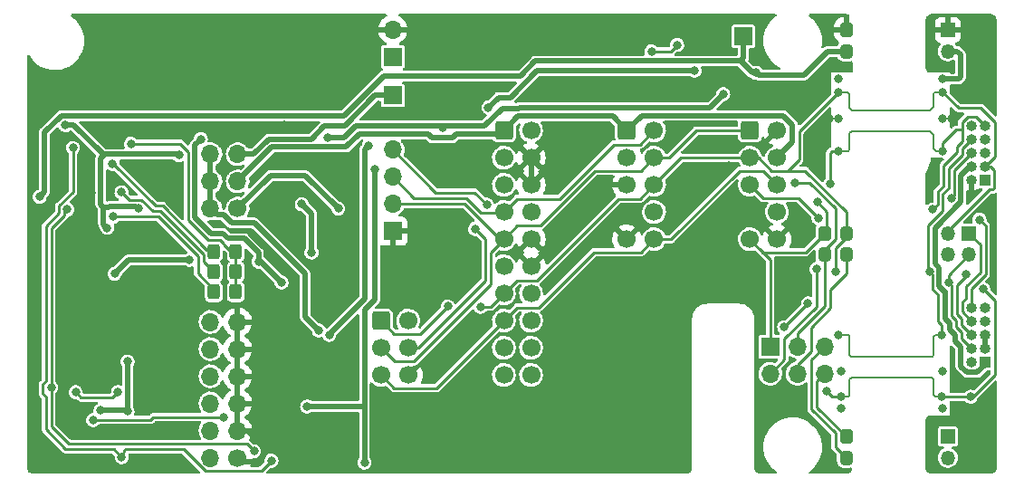
<source format=gbr>
G04 #@! TF.GenerationSoftware,KiCad,Pcbnew,(6.0.10-0)*
G04 #@! TF.CreationDate,2023-01-09T15:38:06+01:00*
G04 #@! TF.ProjectId,ATMEL-ICE-Octopus,41544d45-4c2d-4494-9345-2d4f63746f70,B6*
G04 #@! TF.SameCoordinates,Original*
G04 #@! TF.FileFunction,Copper,L1,Top*
G04 #@! TF.FilePolarity,Positive*
%FSLAX46Y46*%
G04 Gerber Fmt 4.6, Leading zero omitted, Abs format (unit mm)*
G04 Created by KiCad (PCBNEW (6.0.10-0)) date 2023-01-09 15:38:06*
%MOMM*%
%LPD*%
G01*
G04 APERTURE LIST*
G04 Aperture macros list*
%AMRoundRect*
0 Rectangle with rounded corners*
0 $1 Rounding radius*
0 $2 $3 $4 $5 $6 $7 $8 $9 X,Y pos of 4 corners*
0 Add a 4 corners polygon primitive as box body*
4,1,4,$2,$3,$4,$5,$6,$7,$8,$9,$2,$3,0*
0 Add four circle primitives for the rounded corners*
1,1,$1+$1,$2,$3*
1,1,$1+$1,$4,$5*
1,1,$1+$1,$6,$7*
1,1,$1+$1,$8,$9*
0 Add four rect primitives between the rounded corners*
20,1,$1+$1,$2,$3,$4,$5,0*
20,1,$1+$1,$4,$5,$6,$7,0*
20,1,$1+$1,$6,$7,$8,$9,0*
20,1,$1+$1,$8,$9,$2,$3,0*%
%AMOutline5P*
0 Free polygon, 5 corners , with rotation*
0 The origin of the aperture is its center*
0 number of corners: always 5*
0 $1 to $10 corner X, Y*
0 $11 Rotation angle, in degrees counterclockwise*
0 create outline with 5 corners*
4,1,5,$1,$2,$3,$4,$5,$6,$7,$8,$9,$10,$1,$2,$11*%
%AMOutline6P*
0 Free polygon, 6 corners , with rotation*
0 The origin of the aperture is its center*
0 number of corners: always 6*
0 $1 to $12 corner X, Y*
0 $13 Rotation angle, in degrees counterclockwise*
0 create outline with 6 corners*
4,1,6,$1,$2,$3,$4,$5,$6,$7,$8,$9,$10,$11,$12,$1,$2,$13*%
%AMOutline7P*
0 Free polygon, 7 corners , with rotation*
0 The origin of the aperture is its center*
0 number of corners: always 7*
0 $1 to $14 corner X, Y*
0 $15 Rotation angle, in degrees counterclockwise*
0 create outline with 7 corners*
4,1,7,$1,$2,$3,$4,$5,$6,$7,$8,$9,$10,$11,$12,$13,$14,$1,$2,$15*%
%AMOutline8P*
0 Free polygon, 8 corners , with rotation*
0 The origin of the aperture is its center*
0 number of corners: always 8*
0 $1 to $16 corner X, Y*
0 $17 Rotation angle, in degrees counterclockwise*
0 create outline with 8 corners*
4,1,8,$1,$2,$3,$4,$5,$6,$7,$8,$9,$10,$11,$12,$13,$14,$15,$16,$1,$2,$17*%
G04 Aperture macros list end*
G04 #@! TA.AperFunction,SMDPad,CuDef*
%ADD10RoundRect,0.250000X-0.325000X-0.450000X0.325000X-0.450000X0.325000X0.450000X-0.325000X0.450000X0*%
G04 #@! TD*
G04 #@! TA.AperFunction,ComponentPad*
%ADD11C,1.700000*%
G04 #@! TD*
G04 #@! TA.AperFunction,ComponentPad*
%ADD12O,1.700000X1.700000*%
G04 #@! TD*
G04 #@! TA.AperFunction,ComponentPad*
%ADD13RoundRect,0.250000X-0.600000X-0.600000X0.600000X-0.600000X0.600000X0.600000X-0.600000X0.600000X0*%
G04 #@! TD*
G04 #@! TA.AperFunction,ComponentPad*
%ADD14R,1.700000X1.700000*%
G04 #@! TD*
G04 #@! TA.AperFunction,ComponentPad*
%ADD15Outline8P,-0.600000X0.460000X-0.360000X0.700000X0.360000X0.700000X0.600000X0.460000X0.600000X-0.460000X0.360000X-0.700000X-0.360000X-0.700000X-0.600000X-0.460000X180.000000*%
G04 #@! TD*
G04 #@! TA.AperFunction,ComponentPad*
%ADD16RoundRect,0.420000X0.180000X0.280000X-0.180000X0.280000X-0.180000X-0.280000X0.180000X-0.280000X0*%
G04 #@! TD*
G04 #@! TA.AperFunction,ComponentPad*
%ADD17R,1.000000X1.000000*%
G04 #@! TD*
G04 #@! TA.AperFunction,ComponentPad*
%ADD18O,1.000000X1.000000*%
G04 #@! TD*
G04 #@! TA.AperFunction,ComponentPad*
%ADD19R,1.350000X1.350000*%
G04 #@! TD*
G04 #@! TA.AperFunction,ComponentPad*
%ADD20O,1.350000X1.350000*%
G04 #@! TD*
G04 #@! TA.AperFunction,ViaPad*
%ADD21C,0.800000*%
G04 #@! TD*
G04 #@! TA.AperFunction,Conductor*
%ADD22C,0.490000*%
G04 #@! TD*
G04 #@! TA.AperFunction,Conductor*
%ADD23C,0.250000*%
G04 #@! TD*
G04 #@! TA.AperFunction,Conductor*
%ADD24C,0.152400*%
G04 #@! TD*
G04 APERTURE END LIST*
D10*
G04 #@! TO.P,D82,1,K*
G04 #@! TO.N,/StatusLeds/nLED2*
X117875000Y-102600000D03*
G04 #@! TO.P,D82,2,A*
G04 #@! TO.N,/StatusLeds/CC*
X119925000Y-102600000D03*
G04 #@! TD*
D11*
G04 #@! TO.P,J9,1,Pin_1*
G04 #@! TO.N,GND*
X120100000Y-120000000D03*
D12*
G04 #@! TO.P,J9,2,Pin_2*
X117560000Y-120000000D03*
G04 #@! TO.P,J9,3,Pin_3*
X120100000Y-117460000D03*
G04 #@! TO.P,J9,4,Pin_4*
G04 #@! TO.N,/VoltageLimiter/D_2V5*
X117560000Y-117460000D03*
G04 #@! TO.P,J9,5,Pin_5*
G04 #@! TO.N,GND*
X120100000Y-114920000D03*
G04 #@! TO.P,J9,6,Pin_6*
G04 #@! TO.N,/VoltageLimiter/D_3V0*
X117560000Y-114920000D03*
G04 #@! TO.P,J9,7,Pin_7*
G04 #@! TO.N,GND*
X120100000Y-112380000D03*
G04 #@! TO.P,J9,8,Pin_8*
G04 #@! TO.N,/VoltageLimiter/D_3V3*
X117560000Y-112380000D03*
G04 #@! TO.P,J9,9,Pin_9*
G04 #@! TO.N,GND*
X120100000Y-109840000D03*
G04 #@! TO.P,J9,10,Pin_10*
G04 #@! TO.N,/VoltageLimiter/D_3V7*
X117560000Y-109840000D03*
G04 #@! TO.P,J9,11,Pin_11*
G04 #@! TO.N,GND*
X120100000Y-107300000D03*
G04 #@! TO.P,J9,12,Pin_12*
G04 #@! TO.N,/VoltageLimiter/D_5V0*
X117560000Y-107300000D03*
G04 #@! TD*
D13*
G04 #@! TO.P,J12,1,Pin_1*
G04 #@! TO.N,/VIN_JTAG*
X156500000Y-89400000D03*
D11*
G04 #@! TO.P,J12,2,Pin_2*
G04 #@! TO.N,/TMS*
X159040000Y-89400000D03*
G04 #@! TO.P,J12,3,Pin_3*
G04 #@! TO.N,GND*
X156500000Y-91940000D03*
G04 #@! TO.P,J12,4,Pin_4*
G04 #@! TO.N,/TCK*
X159040000Y-91940000D03*
G04 #@! TO.P,J12,5,Pin_5*
G04 #@! TO.N,GND*
X156500000Y-94480000D03*
G04 #@! TO.P,J12,6,Pin_6*
G04 #@! TO.N,/TDO*
X159040000Y-94480000D03*
G04 #@! TO.P,J12,8,Pin_8*
G04 #@! TO.N,/TDI*
X159040000Y-97020000D03*
G04 #@! TO.P,J12,9,Pin_9*
G04 #@! TO.N,GND*
X156500000Y-99560000D03*
G04 #@! TO.P,J12,10,Pin_10*
G04 #@! TO.N,/nSRST*
X159040000Y-99560000D03*
G04 #@! TD*
D14*
G04 #@! TO.P,J6,1,Pin_1*
G04 #@! TO.N,/VTG*
X167400000Y-80600000D03*
G04 #@! TD*
G04 #@! TO.P,J18,1,Pin_1*
G04 #@! TO.N,/TDI*
X169900000Y-109600000D03*
D12*
G04 #@! TO.P,J18,2,Pin_2*
G04 #@! TO.N,/TDO*
X169900000Y-112140000D03*
G04 #@! TO.P,J18,3,Pin_3*
G04 #@! TO.N,/TCK*
X172440000Y-109600000D03*
G04 #@! TO.P,J18,4,Pin_4*
G04 #@! TO.N,/TMS*
X172440000Y-112140000D03*
G04 #@! TO.P,J18,5,Pin_5*
G04 #@! TO.N,/nSRST*
X174980000Y-109600000D03*
G04 #@! TO.P,J18,6,Pin_6*
G04 #@! TO.N,/nTRST*
X174980000Y-112140000D03*
G04 #@! TD*
D14*
G04 #@! TO.P,J16,1,Pin_1*
G04 #@! TO.N,/VIN_PROBE*
X134600000Y-86125000D03*
G04 #@! TD*
D13*
G04 #@! TO.P,J14,1,Pin_1*
G04 #@! TO.N,/TDO*
X133500000Y-107180000D03*
D11*
G04 #@! TO.P,J14,2,Pin_2*
G04 #@! TO.N,/VIN_AVR*
X136040000Y-107180000D03*
G04 #@! TO.P,J14,3,Pin_3*
G04 #@! TO.N,/TCK*
X133500000Y-109720000D03*
G04 #@! TO.P,J14,4,Pin_4*
G04 #@! TO.N,/TDI*
X136040000Y-109720000D03*
G04 #@! TO.P,J14,5,Pin_5*
G04 #@! TO.N,/nSRST*
X133500000Y-112260000D03*
G04 #@! TO.P,J14,6,Pin_6*
G04 #@! TO.N,GND*
X136040000Y-112260000D03*
G04 #@! TD*
D10*
G04 #@! TO.P,D83,1,K*
G04 #@! TO.N,/StatusLeds/nLED3*
X117875000Y-104500000D03*
G04 #@! TO.P,D83,2,A*
G04 #@! TO.N,/StatusLeds/CC*
X119925000Y-104500000D03*
G04 #@! TD*
D13*
G04 #@! TO.P,J11,1,Pin_1*
G04 #@! TO.N,/VIN_JTAG*
X145000000Y-89400000D03*
D11*
G04 #@! TO.P,J11,2,Pin_2*
G04 #@! TO.N,unconnected-(J11-Pad2)*
X147540000Y-89400000D03*
G04 #@! TO.P,J11,3,Pin_3*
G04 #@! TO.N,/nTRST*
X145000000Y-91940000D03*
G04 #@! TO.P,J11,4,Pin_4*
G04 #@! TO.N,GND*
X147540000Y-91940000D03*
G04 #@! TO.P,J11,5,Pin_5*
G04 #@! TO.N,/TDI*
X145000000Y-94480000D03*
G04 #@! TO.P,J11,6,Pin_6*
G04 #@! TO.N,GND*
X147540000Y-94480000D03*
G04 #@! TO.P,J11,7,Pin_7*
G04 #@! TO.N,/TMS*
X145000000Y-97020000D03*
G04 #@! TO.P,J11,8,Pin_8*
G04 #@! TO.N,GND*
X147540000Y-97020000D03*
G04 #@! TO.P,J11,9,Pin_9*
G04 #@! TO.N,/TCK*
X145000000Y-99560000D03*
G04 #@! TO.P,J11,10,Pin_10*
G04 #@! TO.N,GND*
X147540000Y-99560000D03*
G04 #@! TO.P,J11,11,Pin_11*
G04 #@! TO.N,unconnected-(J11-Pad11)*
X145000000Y-102100000D03*
G04 #@! TO.P,J11,12,Pin_12*
G04 #@! TO.N,GND*
X147540000Y-102100000D03*
G04 #@! TO.P,J11,13,Pin_13*
G04 #@! TO.N,/TDO*
X145000000Y-104640000D03*
G04 #@! TO.P,J11,14,Pin_14*
G04 #@! TO.N,unconnected-(J11-Pad14)*
X147540000Y-104640000D03*
G04 #@! TO.P,J11,15,Pin_15*
G04 #@! TO.N,/nSRST*
X145000000Y-107180000D03*
G04 #@! TO.P,J11,16,Pin_16*
G04 #@! TO.N,unconnected-(J11-Pad16)*
X147540000Y-107180000D03*
G04 #@! TO.P,J11,17,Pin_17*
G04 #@! TO.N,unconnected-(J11-Pad17)*
X145000000Y-109720000D03*
G04 #@! TO.P,J11,18,Pin_18*
G04 #@! TO.N,unconnected-(J11-Pad18)*
X147540000Y-109720000D03*
G04 #@! TO.P,J11,19,Pin_19*
G04 #@! TO.N,unconnected-(J11-Pad19)*
X145000000Y-112260000D03*
G04 #@! TO.P,J11,20,Pin_20*
G04 #@! TO.N,unconnected-(J11-Pad20)*
X147540000Y-112260000D03*
G04 #@! TD*
D14*
G04 #@! TO.P,J17,1,Pin_1*
G04 #@! TO.N,/VIN_PROBE*
X134600000Y-82500000D03*
D12*
G04 #@! TO.P,J17,2,Pin_2*
G04 #@! TO.N,GND*
X134600000Y-79960000D03*
G04 #@! TD*
D13*
G04 #@! TO.P,J13,1,Pin_1*
G04 #@! TO.N,/TCK*
X168000000Y-89400000D03*
D11*
G04 #@! TO.P,J13,2,Pin_2*
G04 #@! TO.N,GND*
X170540000Y-89400000D03*
G04 #@! TO.P,J13,3,Pin_3*
G04 #@! TO.N,/TDO*
X168000000Y-91940000D03*
G04 #@! TO.P,J13,4,Pin_4*
G04 #@! TO.N,/VIN_JTAG*
X170540000Y-91940000D03*
G04 #@! TO.P,J13,5,Pin_5*
G04 #@! TO.N,/TMS*
X168000000Y-94480000D03*
G04 #@! TO.P,J13,6,Pin_6*
G04 #@! TO.N,/nSRST*
X170540000Y-94480000D03*
G04 #@! TO.P,J13,8,Pin_8*
G04 #@! TO.N,/nTRST*
X170540000Y-97020000D03*
G04 #@! TO.P,J13,9,Pin_9*
G04 #@! TO.N,/TDI*
X168000000Y-99560000D03*
G04 #@! TO.P,J13,10,Pin_10*
G04 #@! TO.N,GND*
X170540000Y-99560000D03*
G04 #@! TD*
D14*
G04 #@! TO.P,J15,1,Pin_1*
G04 #@! TO.N,GND*
X134600000Y-98825000D03*
D12*
G04 #@! TO.P,J15,2,Pin_2*
G04 #@! TO.N,/TCK*
X134600000Y-96285000D03*
G04 #@! TO.P,J15,3,Pin_3*
G04 #@! TO.N,/TMS*
X134600000Y-93745000D03*
G04 #@! TO.P,J15,4,Pin_4*
G04 #@! TO.N,/nSRST*
X134600000Y-91205000D03*
G04 #@! TD*
D10*
G04 #@! TO.P,D81,1,K*
G04 #@! TO.N,/StatusLeds/nLED1*
X117875000Y-100700000D03*
G04 #@! TO.P,D81,2,A*
G04 #@! TO.N,/StatusLeds/CC*
X119925000Y-100700000D03*
G04 #@! TD*
D11*
G04 #@! TO.P,J8,1,Pin_1*
G04 #@! TO.N,/VIN_AVR*
X120100000Y-96700000D03*
D12*
G04 #@! TO.P,J8,2,Pin_2*
G04 #@! TO.N,/VIN*
X117560000Y-96700000D03*
G04 #@! TO.P,J8,3,Pin_3*
G04 #@! TO.N,/VIN_JTAG*
X120100000Y-94160000D03*
G04 #@! TO.P,J8,4,Pin_4*
G04 #@! TO.N,/VIN*
X117560000Y-94160000D03*
G04 #@! TO.P,J8,5,Pin_5*
G04 #@! TO.N,/VIN_PROBE*
X120100000Y-91620000D03*
G04 #@! TO.P,J8,6,Pin_6*
G04 #@! TO.N,/VIN*
X117560000Y-91620000D03*
G04 #@! TD*
D15*
G04 #@! TO.P,J31,1,Pin_1*
G04 #@! TO.N,GND*
X177000000Y-80000000D03*
D16*
G04 #@! TO.P,J31,2,Pin_2*
G04 #@! TO.N,/VTG*
X177000000Y-82000000D03*
G04 #@! TD*
D17*
G04 #@! TO.P,J1,1,Pin_1*
G04 #@! TO.N,/VTG*
X190000000Y-111040000D03*
D18*
G04 #@! TO.P,J1,2,Pin_2*
G04 #@! TO.N,/TMS*
X188730000Y-111040000D03*
G04 #@! TO.P,J1,3,Pin_3*
G04 #@! TO.N,GND*
X190000000Y-109770000D03*
G04 #@! TO.P,J1,4,Pin_4*
G04 #@! TO.N,/TCK*
X188730000Y-109770000D03*
G04 #@! TO.P,J1,5,Pin_5*
G04 #@! TO.N,GND*
X190000000Y-108500000D03*
G04 #@! TO.P,J1,6,Pin_6*
G04 #@! TO.N,/TDO*
X188730000Y-108500000D03*
G04 #@! TO.P,J1,7,Pin_7*
G04 #@! TO.N,unconnected-(J1-Pad7)*
X190000000Y-107230000D03*
G04 #@! TO.P,J1,8,Pin_8*
G04 #@! TO.N,/TDI*
X188730000Y-107230000D03*
G04 #@! TO.P,J1,9,Pin_9*
G04 #@! TO.N,GND*
X190000000Y-105960000D03*
G04 #@! TO.P,J1,10,Pin_10*
G04 #@! TO.N,/nSRST*
X188730000Y-105960000D03*
G04 #@! TD*
D17*
G04 #@! TO.P,J2,1,Pin_1*
G04 #@! TO.N,/TCK*
X190000000Y-94040000D03*
D18*
G04 #@! TO.P,J2,2,Pin_2*
G04 #@! TO.N,GND*
X188730000Y-94040000D03*
G04 #@! TO.P,J2,3,Pin_3*
G04 #@! TO.N,/TDO*
X190000000Y-92770000D03*
G04 #@! TO.P,J2,4,Pin_4*
G04 #@! TO.N,/VTG*
X188730000Y-92770000D03*
G04 #@! TO.P,J2,5,Pin_5*
G04 #@! TO.N,/TMS*
X190000000Y-91500000D03*
G04 #@! TO.P,J2,6,Pin_6*
G04 #@! TO.N,/nSRST*
X188730000Y-91500000D03*
G04 #@! TO.P,J2,7,Pin_7*
G04 #@! TO.N,unconnected-(J2-Pad7)*
X190000000Y-90230000D03*
G04 #@! TO.P,J2,8,Pin_8*
G04 #@! TO.N,/nTRST*
X188730000Y-90230000D03*
G04 #@! TO.P,J2,9,Pin_9*
G04 #@! TO.N,/TDI*
X190000000Y-88960000D03*
G04 #@! TO.P,J2,10,Pin_10*
G04 #@! TO.N,GND*
X188730000Y-88960000D03*
G04 #@! TD*
D15*
G04 #@! TO.P,J32,1,Pin_1*
G04 #@! TO.N,/TDI*
X175000000Y-99000000D03*
D16*
G04 #@! TO.P,J32,2,Pin_2*
G04 #@! TO.N,/TDO*
X177000000Y-99000000D03*
G04 #@! TO.P,J32,3,Pin_3*
G04 #@! TO.N,/TCK*
X175000000Y-101000000D03*
G04 #@! TO.P,J32,4,Pin_4*
G04 #@! TO.N,/TMS*
X177000000Y-101000000D03*
G04 #@! TD*
D19*
G04 #@! TO.P,J22,1,Pin_1*
G04 #@! TO.N,/TDI*
X188500000Y-99000000D03*
D20*
G04 #@! TO.P,J22,2,Pin_2*
G04 #@! TO.N,/TDO*
X186500000Y-99000000D03*
G04 #@! TO.P,J22,3,Pin_3*
G04 #@! TO.N,/TCK*
X188500000Y-101000000D03*
G04 #@! TO.P,J22,4,Pin_4*
G04 #@! TO.N,/TMS*
X186500000Y-101000000D03*
G04 #@! TD*
D19*
G04 #@! TO.P,J21,1,Pin_1*
G04 #@! TO.N,GND*
X186500000Y-80000000D03*
D20*
G04 #@! TO.P,J21,2,Pin_2*
G04 #@! TO.N,/VTG*
X186500000Y-82000000D03*
G04 #@! TD*
D15*
G04 #@! TO.P,J33,1,Pin_1*
G04 #@! TO.N,/nTRST*
X177000000Y-118000000D03*
D16*
G04 #@! TO.P,J33,2,Pin_2*
G04 #@! TO.N,/nSRST*
X177000000Y-120000000D03*
G04 #@! TD*
D19*
G04 #@! TO.P,J23,1,Pin_1*
G04 #@! TO.N,/nTRST*
X186500000Y-118000000D03*
D20*
G04 #@! TO.P,J23,2,Pin_2*
G04 #@! TO.N,/nSRST*
X186500000Y-120000000D03*
G04 #@! TD*
D21*
G04 #@! TO.N,/VTG*
X101577477Y-95592664D03*
X176300000Y-84600000D03*
X168600000Y-84000000D03*
X186000000Y-84600000D03*
G04 #@! TO.N,/TMS*
X174425500Y-97600000D03*
X188629500Y-114300000D03*
X189805500Y-104200000D03*
X185952345Y-114300000D03*
X175200000Y-113800000D03*
X176500000Y-114300000D03*
G04 #@! TO.N,GND*
X189129500Y-112929500D03*
X166000000Y-92714500D03*
X161400000Y-88894500D03*
X173400000Y-91000000D03*
X170800000Y-102800000D03*
X140100000Y-85900000D03*
X152600000Y-80600000D03*
X135600000Y-114274500D03*
X112600000Y-100000000D03*
X111100000Y-117500000D03*
X146934888Y-82369614D03*
X189700500Y-96700500D03*
X186840500Y-88305000D03*
X108189500Y-95125498D03*
X186000000Y-88300000D03*
X175400000Y-88300000D03*
X107600000Y-113600000D03*
X176300000Y-88300000D03*
X106400000Y-95225500D03*
X124500000Y-88900000D03*
X103900000Y-113900000D03*
X149000000Y-108400000D03*
X108100000Y-89800000D03*
X184824498Y-94871786D03*
X114649500Y-96700000D03*
X155600000Y-79600000D03*
X163600000Y-84800000D03*
X130600000Y-95800000D03*
X104400000Y-102600000D03*
X190700000Y-103500000D03*
X153900000Y-89800000D03*
X189000000Y-115300000D03*
G04 #@! TO.N,/TCK*
X186595239Y-103604761D03*
X172200000Y-94300000D03*
X186000000Y-111900000D03*
X176500000Y-111900000D03*
G04 #@! TO.N,/TDO*
X186000000Y-85800000D03*
X174225500Y-102340517D03*
X139752345Y-105852345D03*
X188248792Y-102848792D03*
X176025000Y-102600000D03*
X142800000Y-105900000D03*
X176300000Y-85800000D03*
G04 #@! TO.N,/TDI*
X186000000Y-91300000D03*
X176300000Y-91300000D03*
X175497655Y-94402345D03*
X142300000Y-98600000D03*
X185086624Y-96786624D03*
X174298792Y-96101208D03*
G04 #@! TO.N,/nSRST*
X186000000Y-115400000D03*
X189467492Y-97732508D03*
X143400000Y-96344300D03*
X186840500Y-95729750D03*
X176500000Y-115349503D03*
G04 #@! TO.N,/nTRST*
X184800000Y-102620830D03*
X185951317Y-108555450D03*
X176300000Y-108500000D03*
X171215000Y-107789690D03*
X173427845Y-105576845D03*
G04 #@! TO.N,/VoltageLimiter/VIN_SLOW*
X143550000Y-87250000D03*
X132360500Y-90825617D03*
X162825500Y-83800000D03*
X128659048Y-108526243D03*
G04 #@! TO.N,/VIN*
X128500000Y-90050500D03*
X139310000Y-89094500D03*
X127700000Y-108100000D03*
X165500000Y-86000000D03*
G04 #@! TO.N,/VIN_AVR*
X129500000Y-96700000D03*
G04 #@! TO.N,/VoltageBooster/VIN_LIMITED*
X122050000Y-101650000D03*
X116665500Y-90200000D03*
X124200000Y-103600000D03*
G04 #@! TO.N,/VoltageLimiter/ENABLE*
X161200000Y-81400000D03*
X158800000Y-82000000D03*
G04 #@! TO.N,/VoltageLimiter/aENABLE*
X106600000Y-116474500D03*
X118800000Y-116200000D03*
G04 #@! TO.N,/VLED*
X104000000Y-88900000D03*
X114600000Y-91700000D03*
X110800000Y-96682727D03*
X107900000Y-98500000D03*
G04 #@! TO.N,/StatusLeds/nLED1*
X108400000Y-92525498D03*
G04 #@! TO.N,/StatusLeds/CC*
X110126313Y-90635541D03*
G04 #@! TO.N,/StatusLeds/nLED3*
X108453752Y-97457227D03*
G04 #@! TO.N,/VIN_ABOVE*
X109258768Y-119958768D03*
X104700000Y-91024502D03*
X123252345Y-120274500D03*
G04 #@! TO.N,/VoltageLimiter/VIN_SCALED*
X104949193Y-113874500D03*
X108905500Y-113847639D03*
G04 #@! TO.N,/VIN_BELOW*
X102660710Y-113437727D03*
X121630608Y-119382257D03*
X104174500Y-96772852D03*
G04 #@! TO.N,VAA*
X109800000Y-115674500D03*
X132900000Y-93000000D03*
X131954761Y-120454761D03*
X109800000Y-111000000D03*
X126600000Y-115200000D03*
X107290249Y-115570498D03*
G04 #@! TO.N,/StatusLeds/nLED2*
X109237947Y-95172536D03*
G04 #@! TO.N,/VoltageBooster/VBOOST*
X108600000Y-102800000D03*
X126100000Y-96278759D03*
X115607316Y-101500000D03*
X127000000Y-100800000D03*
G04 #@! TD*
D22*
G04 #@! TO.N,/VTG*
X188592857Y-92770000D02*
X187735000Y-93627857D01*
X168600000Y-84000000D02*
X168200000Y-84000000D01*
X186672894Y-108026813D02*
X187180000Y-108533919D01*
X187180000Y-109096812D02*
X187735000Y-109651812D01*
X185700239Y-103975483D02*
X186224517Y-104499761D01*
X186224517Y-104499761D02*
X186235000Y-104499761D01*
X187500000Y-84600000D02*
X187700000Y-84400000D01*
X187700000Y-84400000D02*
X187700000Y-82300000D01*
X147948482Y-82905000D02*
X146553482Y-84300000D01*
X187735000Y-96110370D02*
X185300000Y-98545370D01*
X168200000Y-84000000D02*
X167105000Y-82905000D01*
X186000000Y-84600000D02*
X187500000Y-84600000D01*
X186672894Y-107463918D02*
X186672894Y-108026813D01*
X175300000Y-82000000D02*
X177000000Y-82000000D01*
X185300000Y-101855108D02*
X185700239Y-102255347D01*
X187735000Y-93627857D02*
X187735000Y-96110370D01*
X173100000Y-84200000D02*
X175300000Y-82000000D01*
X187180000Y-108533919D02*
X187180000Y-109096812D01*
X133735000Y-84300000D02*
X130030000Y-88005000D01*
X187735000Y-111452142D02*
X188317857Y-112035000D01*
X130030000Y-88005000D02*
X103595000Y-88005000D01*
X187400000Y-82000000D02*
X186500000Y-82000000D01*
X167105000Y-82905000D02*
X147948482Y-82905000D01*
X190000000Y-111300000D02*
X190000000Y-111040000D01*
X167105000Y-82905000D02*
X167400000Y-82610000D01*
X102000000Y-95170141D02*
X101577477Y-95592664D01*
X168800000Y-84200000D02*
X173100000Y-84200000D01*
X146553482Y-84300000D02*
X133735000Y-84300000D01*
X102000000Y-89600000D02*
X102000000Y-95170141D01*
X168800000Y-84200000D02*
X168600000Y-84000000D01*
X185700239Y-102255347D02*
X185700239Y-103975483D01*
X187700000Y-82300000D02*
X187400000Y-82000000D01*
X187735000Y-109651812D02*
X187735000Y-111452142D01*
X185300000Y-98545370D02*
X185300000Y-101855108D01*
X186235000Y-107026024D02*
X186672894Y-107463918D01*
X186235000Y-104499761D02*
X186235000Y-107026024D01*
X188317857Y-112035000D02*
X189265000Y-112035000D01*
X189265000Y-112035000D02*
X190000000Y-111300000D01*
X103595000Y-88005000D02*
X102000000Y-89600000D01*
X167400000Y-82610000D02*
X167400000Y-80600000D01*
D23*
G04 #@! TO.N,/TMS*
X188629500Y-114300000D02*
X185952345Y-114300000D01*
X188855016Y-114300000D02*
X190900000Y-112255016D01*
X173700000Y-110072412D02*
X173700000Y-107814212D01*
D24*
X177300000Y-112700000D02*
X177300000Y-114200000D01*
D23*
X172440000Y-112140000D02*
X172440000Y-111332412D01*
X174425500Y-97600000D02*
X172530500Y-95705000D01*
X190900000Y-105294500D02*
X189805500Y-104200000D01*
D24*
X185952345Y-114300000D02*
X185360402Y-114300000D01*
D23*
X155246906Y-90715000D02*
X150166906Y-95795000D01*
X136555000Y-95700000D02*
X134600000Y-93745000D01*
X190900000Y-112255016D02*
X190900000Y-105294500D01*
D24*
X185360402Y-114300000D02*
X185180201Y-114119799D01*
D23*
X146225000Y-95795000D02*
X145000000Y-97020000D01*
D24*
X184969799Y-112469799D02*
X177530201Y-112469799D01*
D23*
X159040000Y-89400000D02*
X157725000Y-90715000D01*
X141438094Y-95700000D02*
X136555000Y-95700000D01*
X175500000Y-106014212D02*
X175500000Y-104300000D01*
X175200000Y-113800000D02*
X175700000Y-114300000D01*
D24*
X185180201Y-112680201D02*
X184969799Y-112469799D01*
X177200000Y-114300000D02*
X176500000Y-114300000D01*
D23*
X172440000Y-111332412D02*
X173700000Y-110072412D01*
D24*
X185180201Y-114119799D02*
X185180201Y-112680201D01*
D23*
X142869047Y-97130953D02*
X141438094Y-95700000D01*
X175500000Y-104300000D02*
X177000000Y-102800000D01*
X142869047Y-97130953D02*
X144889047Y-97130953D01*
X177000000Y-102800000D02*
X177000000Y-101000000D01*
X157725000Y-90715000D02*
X155246906Y-90715000D01*
X169225000Y-95705000D02*
X168000000Y-94480000D01*
X172530500Y-95705000D02*
X169225000Y-95705000D01*
D24*
X177300000Y-114200000D02*
X177200000Y-114300000D01*
D23*
X150166906Y-95795000D02*
X146225000Y-95795000D01*
X188629500Y-114300000D02*
X188855016Y-114300000D01*
D24*
X177530201Y-112469799D02*
X177300000Y-112700000D01*
D23*
X173700000Y-107814212D02*
X175500000Y-106014212D01*
X175700000Y-114300000D02*
X176500000Y-114300000D01*
D22*
G04 #@! TO.N,GND*
X153600000Y-96040000D02*
X147540000Y-102100000D01*
X190700000Y-97700000D02*
X189700500Y-96700500D01*
X153600000Y-95600000D02*
X153600000Y-96040000D01*
X154720000Y-94480000D02*
X153600000Y-95600000D01*
X190700000Y-103500000D02*
X190700000Y-97700000D01*
X147540000Y-91940000D02*
X147540000Y-94480000D01*
X122525608Y-119752979D02*
X122525608Y-118925608D01*
X122525608Y-118925608D02*
X121060000Y-117460000D01*
X121902500Y-120376087D02*
X122525608Y-119752979D01*
X156500000Y-94480000D02*
X154720000Y-94480000D01*
X121902500Y-120376087D02*
X120476087Y-120376087D01*
X121060000Y-117460000D02*
X120100000Y-117460000D01*
D23*
G04 #@! TO.N,/TCK*
X186855000Y-106769212D02*
X186855000Y-103864522D01*
X136603984Y-111000000D02*
X143800000Y-103803984D01*
X175000000Y-101000000D02*
X175000000Y-105807106D01*
X176000000Y-99590332D02*
X175000000Y-100590332D01*
X186855000Y-103864522D02*
X186595239Y-103604761D01*
X134600000Y-96285000D02*
X141315988Y-96285000D01*
X146260000Y-98300000D02*
X145000000Y-99560000D01*
X134780000Y-111000000D02*
X136603984Y-111000000D01*
X176000000Y-96707106D02*
X176000000Y-99590332D01*
X175000000Y-105807106D02*
X172440000Y-108367106D01*
X186595239Y-102904761D02*
X188500000Y-101000000D01*
X159040000Y-91940000D02*
X160460000Y-91940000D01*
X187292894Y-107207106D02*
X186855000Y-106769212D01*
X187292894Y-107770001D02*
X187292894Y-107207106D01*
X143800000Y-103803984D02*
X143800000Y-103600000D01*
X143800000Y-103600000D02*
X143775000Y-103575000D01*
X173592894Y-94300000D02*
X176000000Y-96707106D01*
X153500000Y-93200000D02*
X148400000Y-98300000D01*
X187800000Y-108840000D02*
X187800000Y-108277107D01*
X157780000Y-93200000D02*
X153500000Y-93200000D01*
X143775000Y-100785000D02*
X145000000Y-99560000D01*
X188730000Y-109770000D02*
X187800000Y-108840000D01*
X148400000Y-98300000D02*
X146260000Y-98300000D01*
X133500000Y-109720000D02*
X134780000Y-111000000D01*
X159040000Y-91940000D02*
X157780000Y-93200000D01*
X172200000Y-94300000D02*
X173592894Y-94300000D01*
X141315988Y-96285000D02*
X144590988Y-99560000D01*
X160460000Y-91940000D02*
X163000000Y-89400000D01*
X163000000Y-89400000D02*
X168000000Y-89400000D01*
X187800000Y-108277107D02*
X187292894Y-107770001D01*
X172440000Y-108367106D02*
X172440000Y-109600000D01*
X143775000Y-103575000D02*
X143775000Y-100785000D01*
X186595239Y-102904761D02*
X186595239Y-103604761D01*
G04 #@! TO.N,/TDO*
X190385000Y-94915000D02*
X186500000Y-98800000D01*
D24*
X184849926Y-87530201D02*
X185180201Y-87199926D01*
D23*
X187355000Y-103905000D02*
X187355000Y-106562106D01*
X187355000Y-106562106D02*
X187800000Y-107007106D01*
X171215000Y-110825000D02*
X169900000Y-112140000D01*
X171215000Y-108885000D02*
X171215000Y-110825000D01*
X157720000Y-95800000D02*
X159040000Y-94480000D01*
X190000000Y-92770000D02*
X190530000Y-92770000D01*
X174225500Y-105874500D02*
X171215000Y-108885000D01*
X177000000Y-97000000D02*
X177000000Y-99000000D01*
X174225500Y-102340517D02*
X174225500Y-105874500D01*
X190900000Y-91870000D02*
X190000000Y-92770000D01*
X143740000Y-105900000D02*
X145000000Y-104640000D01*
X168000000Y-91940000D02*
X161580000Y-91940000D01*
X146225000Y-103415000D02*
X148085000Y-103415000D01*
X188248792Y-102848792D02*
X188248792Y-103011208D01*
X148085000Y-103415000D02*
X155700000Y-95800000D01*
X168000000Y-91940000D02*
X168807588Y-91940000D01*
D24*
X177300000Y-87300000D02*
X177530201Y-87530201D01*
D23*
X187800000Y-107570000D02*
X188730000Y-108500000D01*
X171565000Y-93165000D02*
X173165000Y-93165000D01*
X190530000Y-92770000D02*
X190875000Y-93115000D01*
X190875000Y-93115000D02*
X190875000Y-94755000D01*
D24*
X177530201Y-87530201D02*
X184849926Y-87530201D01*
X177300000Y-86000000D02*
X177300000Y-87300000D01*
X185329873Y-85800000D02*
X186000000Y-85800000D01*
D23*
X176300000Y-85800000D02*
X172620000Y-89480000D01*
X137199690Y-108405000D02*
X134725000Y-108405000D01*
X155700000Y-95800000D02*
X157720000Y-95800000D01*
X190715000Y-94915000D02*
X190385000Y-94915000D01*
D24*
X176300000Y-85800000D02*
X177100000Y-85800000D01*
D23*
X142800000Y-105900000D02*
X143740000Y-105900000D01*
D24*
X185180201Y-85949672D02*
X185329873Y-85800000D01*
D23*
X190900000Y-88600000D02*
X190900000Y-91870000D01*
X161580000Y-91940000D02*
X159040000Y-94480000D01*
X187800000Y-107007106D02*
X187800000Y-107570000D01*
X176025000Y-100390700D02*
X177000000Y-99415700D01*
X172620000Y-89480000D02*
X172620000Y-92110000D01*
X134725000Y-108405000D02*
X133500000Y-107180000D01*
D24*
X185180201Y-87199926D02*
X185180201Y-85949672D01*
D23*
X172620000Y-92110000D02*
X171565000Y-93165000D01*
X139752345Y-105852345D02*
X137199690Y-108405000D01*
X176025000Y-102600000D02*
X176025000Y-100390700D01*
X170032588Y-93165000D02*
X171565000Y-93165000D01*
X188248792Y-103011208D02*
X187355000Y-103905000D01*
X186000000Y-85800000D02*
X187500000Y-87300000D01*
X187500000Y-87300000D02*
X189600000Y-87300000D01*
X190875000Y-94755000D02*
X190715000Y-94915000D01*
X145000000Y-104640000D02*
X146225000Y-103415000D01*
X168807588Y-91940000D02*
X170032588Y-93165000D01*
X189600000Y-87300000D02*
X190900000Y-88600000D01*
D24*
X177100000Y-85800000D02*
X177300000Y-86000000D01*
D23*
X173165000Y-93165000D02*
X177000000Y-97000000D01*
G04 #@! TO.N,/TDI*
X188500000Y-99000000D02*
X189550000Y-100050000D01*
X175200000Y-97002416D02*
X175200000Y-98800000D01*
X143275000Y-99575000D02*
X142300000Y-98600000D01*
X169900000Y-101500000D02*
X169900000Y-109600000D01*
X189550000Y-100050000D02*
X189550000Y-102642894D01*
X186115000Y-94577894D02*
X185550000Y-95142893D01*
D24*
X185180201Y-91050328D02*
X185180201Y-89800074D01*
D23*
X169000000Y-100600000D02*
X169900000Y-101500000D01*
X143275000Y-103425000D02*
X143275000Y-99575000D01*
X175497655Y-91502345D02*
X175700000Y-91300000D01*
X189125000Y-88085000D02*
X188367563Y-88085000D01*
X169200000Y-100800000D02*
X169000000Y-100600000D01*
D24*
X177530201Y-89469799D02*
X177319799Y-89680201D01*
D23*
X187255000Y-89345000D02*
X187855000Y-89345000D01*
D24*
X185429873Y-91300000D02*
X185180201Y-91050328D01*
X184849926Y-89469799D02*
X177530201Y-89469799D01*
D23*
X136980000Y-109720000D02*
X143275000Y-103425000D01*
X188230000Y-103962894D02*
X188230000Y-105080000D01*
X187355000Y-90897894D02*
X187355000Y-91460788D01*
X186115000Y-92700788D02*
X186115000Y-94577894D01*
X173200000Y-100800000D02*
X175000000Y-99000000D01*
X188367563Y-88085000D02*
X187855000Y-88597563D01*
X186000000Y-90600000D02*
X187255000Y-89345000D01*
D24*
X177319799Y-89680201D02*
X177319799Y-91180201D01*
D23*
X187855000Y-90397894D02*
X187355000Y-90897894D01*
X174298792Y-96101208D02*
X175200000Y-97002416D01*
X187855000Y-105455000D02*
X187855000Y-106355000D01*
X185550000Y-95142893D02*
X185550000Y-96323248D01*
X187855000Y-88597563D02*
X187855000Y-89345000D01*
D24*
X177200000Y-91300000D02*
X176300000Y-91300000D01*
D23*
X185550000Y-96323248D02*
X185086624Y-96786624D01*
X169200000Y-100800000D02*
X173200000Y-100800000D01*
X187355000Y-91460788D02*
X186115000Y-92700788D01*
X187855000Y-89345000D02*
X187855000Y-90397894D01*
X175700000Y-91300000D02*
X176300000Y-91300000D01*
X187855000Y-106355000D02*
X188730000Y-107230000D01*
X190000000Y-88960000D02*
X189125000Y-88085000D01*
X189550000Y-102642894D02*
X188230000Y-103962894D01*
X188230000Y-105080000D02*
X187855000Y-105455000D01*
D24*
X186000000Y-91300000D02*
X185429873Y-91300000D01*
D23*
X168000000Y-99600000D02*
X169000000Y-100600000D01*
X186000000Y-91300000D02*
X186000000Y-90600000D01*
D24*
X185180201Y-89800074D02*
X184849926Y-89469799D01*
D23*
X136040000Y-109720000D02*
X136980000Y-109720000D01*
D24*
X177319799Y-91180201D02*
X177200000Y-91300000D01*
D23*
X175497655Y-94402345D02*
X175497655Y-91502345D01*
G04 #@! TO.N,/nSRST*
X187115000Y-95455250D02*
X187115000Y-93115000D01*
X146225000Y-105955000D02*
X145000000Y-107180000D01*
X138680000Y-113500000D02*
X145000000Y-107180000D01*
X153400000Y-100800000D02*
X148245000Y-105955000D01*
X188730000Y-104170000D02*
X188730000Y-105960000D01*
X169225000Y-93165000D02*
X167035000Y-93165000D01*
X138595000Y-95200000D02*
X142255700Y-95200000D01*
X177000000Y-120000000D02*
X176000000Y-119000000D01*
X148245000Y-105955000D02*
X146225000Y-105955000D01*
X159040000Y-99560000D02*
X157800000Y-100800000D01*
X142255700Y-95200000D02*
X143400000Y-96344300D01*
X167035000Y-93165000D02*
X160640000Y-99560000D01*
X134740000Y-113500000D02*
X138680000Y-113500000D01*
X134600000Y-91205000D02*
X138595000Y-95200000D01*
X176000000Y-117707106D02*
X173755000Y-115462106D01*
X170540000Y-94480000D02*
X169225000Y-93165000D01*
X189467492Y-97732508D02*
X190050000Y-98315016D01*
X190050000Y-98315016D02*
X190050000Y-102850000D01*
X190050000Y-102850000D02*
X188730000Y-104170000D01*
X186840500Y-95729750D02*
X187115000Y-95455250D01*
X173755000Y-110825000D02*
X174980000Y-109600000D01*
X157800000Y-100800000D02*
X153400000Y-100800000D01*
X160640000Y-99560000D02*
X159040000Y-99560000D01*
X176000000Y-119000000D02*
X176000000Y-117707106D01*
X187115000Y-93115000D02*
X188730000Y-91500000D01*
X173755000Y-115462106D02*
X173755000Y-110825000D01*
X133500000Y-112260000D02*
X134740000Y-113500000D01*
G04 #@! TO.N,/nTRST*
X187855000Y-91667894D02*
X186615000Y-92907894D01*
X187855000Y-91105000D02*
X187855000Y-91667894D01*
X174255000Y-112865000D02*
X174255000Y-115255000D01*
D24*
X177319799Y-108619799D02*
X177319799Y-110419799D01*
X185060201Y-110539799D02*
X185200000Y-110400000D01*
X177439799Y-110539799D02*
X185060201Y-110539799D01*
X177200000Y-108500000D02*
X177319799Y-108619799D01*
D23*
X188730000Y-90230000D02*
X187855000Y-91105000D01*
X186615000Y-92907894D02*
X186615000Y-94785000D01*
X185615000Y-107282836D02*
X185615000Y-104767056D01*
D24*
X185200000Y-110400000D02*
X185200000Y-108700000D01*
D23*
X185951317Y-108555450D02*
X185951317Y-107619153D01*
D24*
X177319799Y-110419799D02*
X177439799Y-110539799D01*
D23*
X185080239Y-102901069D02*
X184800000Y-102620830D01*
X186050000Y-96918558D02*
X184680000Y-98288558D01*
X174255000Y-115255000D02*
X177000000Y-118000000D01*
X171215000Y-107789690D02*
X173427845Y-105576845D01*
X184680000Y-102500830D02*
X184800000Y-102620830D01*
D24*
X176300000Y-108500000D02*
X177200000Y-108500000D01*
D23*
X185951317Y-107619153D02*
X185615000Y-107282836D01*
X186615000Y-94785000D02*
X186050000Y-95350000D01*
X185615000Y-104767056D02*
X185080239Y-104232295D01*
X185080239Y-104232295D02*
X185080239Y-102901069D01*
D24*
X185200000Y-108700000D02*
X185344550Y-108555450D01*
D23*
X184680000Y-98288558D02*
X184680000Y-102500830D01*
X174980000Y-112140000D02*
X174255000Y-112865000D01*
D24*
X185344550Y-108555450D02*
X185951317Y-108555450D01*
D23*
X186050000Y-95350000D02*
X186050000Y-96918558D01*
D22*
G04 #@! TO.N,/VIN_PROBE*
X120100000Y-91620000D02*
X121593482Y-91620000D01*
X121593482Y-91620000D02*
X123008482Y-90205000D01*
X132956518Y-86125000D02*
X134600000Y-86125000D01*
X123008482Y-90205000D02*
X126995000Y-90205000D01*
X130091518Y-88990000D02*
X132956518Y-86125000D01*
X126995000Y-90205000D02*
X128210000Y-88990000D01*
X128210000Y-88990000D02*
X130091518Y-88990000D01*
G04 #@! TO.N,/VIN_JTAG*
X123315000Y-90945000D02*
X120100000Y-94160000D01*
X172000000Y-90480000D02*
X170540000Y-91940000D01*
X172000000Y-88900000D02*
X172000000Y-90480000D01*
X171100000Y-88000000D02*
X172000000Y-88900000D01*
X146345000Y-88055000D02*
X155155000Y-88055000D01*
X137930000Y-89730000D02*
X131470000Y-89730000D01*
X140570000Y-89730000D02*
X140200000Y-90100000D01*
X145000000Y-89400000D02*
X146345000Y-88055000D01*
X155155000Y-88055000D02*
X156500000Y-89400000D01*
X144670000Y-89730000D02*
X140570000Y-89730000D01*
X156500000Y-89400000D02*
X157900000Y-88000000D01*
X140200000Y-90100000D02*
X138300000Y-90100000D01*
X130255000Y-90945000D02*
X123315000Y-90945000D01*
X157900000Y-88000000D02*
X171100000Y-88000000D01*
X138300000Y-90100000D02*
X137930000Y-89730000D01*
X131470000Y-89730000D02*
X130255000Y-90945000D01*
G04 #@! TO.N,/VoltageLimiter/VIN_SLOW*
X148100000Y-83800000D02*
X162825500Y-83800000D01*
X143550000Y-87250000D02*
X144500000Y-86300000D01*
X145600000Y-86300000D02*
X148100000Y-83800000D01*
X132005000Y-105095000D02*
X128659048Y-108440952D01*
X128659048Y-108440952D02*
X128659048Y-108526243D01*
X132005000Y-91181117D02*
X132005000Y-105095000D01*
X144500000Y-86300000D02*
X145600000Y-86300000D01*
X132360500Y-90825617D02*
X132005000Y-91181117D01*
G04 #@! TO.N,/VIN*
X146400000Y-87315000D02*
X144831411Y-87315000D01*
X126400000Y-102800000D02*
X121645000Y-98045000D01*
X139205500Y-88990000D02*
X139310000Y-89094500D01*
X164240000Y-87260000D02*
X146455000Y-87260000D01*
X130078036Y-90050000D02*
X131138036Y-88990000D01*
X139414500Y-88990000D02*
X139310000Y-89094500D01*
X146455000Y-87260000D02*
X146400000Y-87315000D01*
X131138036Y-88990000D02*
X139205500Y-88990000D01*
X117560000Y-94160000D02*
X117560000Y-96700000D01*
X144831411Y-87315000D02*
X143156411Y-88990000D01*
X128450000Y-90050000D02*
X128450500Y-90050500D01*
X127700000Y-108100000D02*
X126400000Y-106800000D01*
X118797882Y-97300000D02*
X118160000Y-97300000D01*
X128450000Y-90050000D02*
X130078036Y-90050000D01*
X119542882Y-98045000D02*
X118797882Y-97300000D01*
X117560000Y-91620000D02*
X117560000Y-94160000D01*
X128450500Y-90050500D02*
X128500000Y-90050500D01*
X165500000Y-86000000D02*
X164240000Y-87260000D01*
X126400000Y-106800000D02*
X126400000Y-102800000D01*
X118160000Y-97300000D02*
X117560000Y-96700000D01*
X143156411Y-88990000D02*
X139414500Y-88990000D01*
X121645000Y-98045000D02*
X119542882Y-98045000D01*
G04 #@! TO.N,/VIN_AVR*
X129500000Y-96700000D02*
X126400000Y-93600000D01*
X126400000Y-93600000D02*
X123200000Y-93600000D01*
X123200000Y-93600000D02*
X120100000Y-96700000D01*
G04 #@! TO.N,/VoltageBooster/VIN_LIMITED*
X119215695Y-99505000D02*
X118715695Y-99005000D01*
X122250000Y-101650000D02*
X124200000Y-103600000D01*
X118715695Y-99005000D02*
X117605000Y-99005000D01*
X120705000Y-99505000D02*
X122050000Y-100850000D01*
X122050000Y-101650000D02*
X122250000Y-101650000D01*
X116100000Y-97500000D02*
X116100000Y-90765500D01*
X117605000Y-99005000D02*
X116100000Y-97500000D01*
X116100000Y-90765500D02*
X116665500Y-90200000D01*
X122050000Y-101650000D02*
X122050000Y-100850000D01*
X120705000Y-99505000D02*
X119215695Y-99505000D01*
D23*
G04 #@! TO.N,/VoltageLimiter/ENABLE*
X158800000Y-82000000D02*
X160600000Y-82000000D01*
X160600000Y-82000000D02*
X161200000Y-81400000D01*
G04 #@! TO.N,/VoltageLimiter/aENABLE*
X112200000Y-116200000D02*
X118800000Y-116200000D01*
X106600000Y-116474500D02*
X106625000Y-116449500D01*
X106625000Y-116449500D02*
X111950500Y-116449500D01*
X111950500Y-116449500D02*
X112200000Y-116200000D01*
D22*
G04 #@! TO.N,/VLED*
X108145257Y-96500000D02*
X108029778Y-96615479D01*
X107493980Y-91630498D02*
X104763482Y-88900000D01*
X107295000Y-96295000D02*
X107295000Y-92051518D01*
X107558752Y-98158752D02*
X107558752Y-96558752D01*
X107716020Y-91630498D02*
X108130498Y-91630498D01*
X110800000Y-96682727D02*
X110617273Y-96500000D01*
X107900000Y-98500000D02*
X107558752Y-98158752D01*
X107615479Y-96615479D02*
X107295000Y-96295000D01*
X108029778Y-96615479D02*
X107615479Y-96615479D01*
X114530498Y-91630498D02*
X108130498Y-91630498D01*
X114600000Y-91700000D02*
X114530498Y-91630498D01*
X104763482Y-88900000D02*
X104000000Y-88900000D01*
X108130498Y-91630498D02*
X107493980Y-91630498D01*
X107295000Y-92051518D02*
X107716020Y-91630498D01*
X108145257Y-96500000D02*
X110617273Y-96500000D01*
X107558752Y-96558752D02*
X107295000Y-96295000D01*
D23*
G04 #@! TO.N,/StatusLeds/nLED1*
X108472604Y-92525498D02*
X108400000Y-92525498D01*
X117875000Y-100597157D02*
X117214702Y-100597157D01*
X113074771Y-96457227D02*
X112404333Y-96457227D01*
X117214702Y-100597157D02*
X113074771Y-96457227D01*
X112404333Y-96457227D02*
X108472604Y-92525498D01*
G04 #@! TO.N,/StatusLeds/CC*
X118825000Y-99991117D02*
X118458883Y-99625000D01*
X115480000Y-97756812D02*
X115480000Y-91380000D01*
X119500000Y-100700000D02*
X118825000Y-100025000D01*
X117348188Y-99625000D02*
X115480000Y-97756812D01*
X118458883Y-99625000D02*
X117348188Y-99625000D01*
X115480000Y-91380000D02*
X114735541Y-90635541D01*
X119925000Y-102600000D02*
X119925000Y-104500000D01*
X119925000Y-100700000D02*
X119925000Y-102600000D01*
X114735541Y-90635541D02*
X110126313Y-90635541D01*
X118825000Y-100025000D02*
X118825000Y-99991117D01*
G04 #@! TO.N,/StatusLeds/nLED3*
X116381816Y-102765699D02*
X117875000Y-104258883D01*
X108453752Y-97457227D02*
X112660559Y-97457227D01*
X116381816Y-101178484D02*
X116381816Y-102765699D01*
X112660559Y-97457227D02*
X116381816Y-101178484D01*
G04 #@! TO.N,/VIN_ABOVE*
X102161210Y-117361210D02*
X102161210Y-114288790D01*
X102161210Y-114288790D02*
X101886210Y-114013790D01*
X109258768Y-119958768D02*
X108504690Y-119200000D01*
X115027588Y-119200000D02*
X117052588Y-121225000D01*
X109574500Y-119200000D02*
X115027588Y-119200000D01*
X103400000Y-96451336D02*
X104700000Y-95151336D01*
X102161210Y-98346684D02*
X103400000Y-97107894D01*
X104700000Y-95151336D02*
X104700000Y-91024502D01*
X109258768Y-119958768D02*
X109574500Y-119200000D01*
X117052588Y-121225000D02*
X122301845Y-121225000D01*
X102161210Y-112838790D02*
X102161210Y-98346684D01*
X104000000Y-119200000D02*
X102161210Y-117361210D01*
X101886210Y-114013790D02*
X101886210Y-113113790D01*
X108504690Y-119200000D02*
X104000000Y-119200000D01*
X122301845Y-121225000D02*
X123252345Y-120274500D01*
X103400000Y-97107894D02*
X103400000Y-96451336D01*
X101886210Y-113113790D02*
X102161210Y-112838790D01*
G04 #@! TO.N,/VoltageLimiter/VIN_SCALED*
X108378139Y-114375000D02*
X105449693Y-114375000D01*
X108905500Y-113847639D02*
X108378139Y-114375000D01*
X105449693Y-114375000D02*
X104949193Y-113874500D01*
G04 #@! TO.N,/VIN_BELOW*
X102661210Y-113437227D02*
X102660710Y-113437727D01*
X102661210Y-113438227D02*
X102660710Y-113437727D01*
X121630608Y-119382257D02*
X120948351Y-118700000D01*
X102661210Y-117061210D02*
X102661210Y-113438227D01*
X104300000Y-118700000D02*
X102661210Y-117061210D01*
X120948351Y-118700000D02*
X104300000Y-118700000D01*
X102661210Y-98553790D02*
X102661210Y-113437227D01*
X104174500Y-96772852D02*
X103900000Y-97047352D01*
X103900000Y-97047352D02*
X103900000Y-97315000D01*
X103900000Y-97315000D02*
X102661210Y-98553790D01*
D22*
G04 #@! TO.N,VAA*
X109800000Y-115674500D02*
X109800000Y-111000000D01*
X131954761Y-106191757D02*
X132900000Y-105246518D01*
X131909522Y-115200000D02*
X131954761Y-115245239D01*
X126600000Y-115200000D02*
X131909522Y-115200000D01*
X132900000Y-105246518D02*
X132900000Y-93000000D01*
X107290249Y-115570498D02*
X109695998Y-115570498D01*
X131954761Y-115245239D02*
X131954761Y-106191757D01*
X131954761Y-115245239D02*
X131954761Y-120454761D01*
X109695998Y-115570498D02*
X109800000Y-115674500D01*
D23*
G04 #@! TO.N,/StatusLeds/nLED2*
X111120000Y-95880000D02*
X109945411Y-95880000D01*
X116925000Y-101014562D02*
X112867665Y-96957227D01*
X117875000Y-102600000D02*
X116925000Y-101650000D01*
X112197227Y-96957227D02*
X111120000Y-95880000D01*
X109945411Y-95880000D02*
X109237947Y-95172536D01*
X116925000Y-101650000D02*
X116925000Y-101014562D01*
X112867665Y-96957227D02*
X112197227Y-96957227D01*
D22*
G04 #@! TO.N,/VoltageBooster/VBOOST*
X109900000Y-101500000D02*
X115607316Y-101500000D01*
X127000000Y-100800000D02*
X127000000Y-97178759D01*
X108600000Y-102800000D02*
X109900000Y-101500000D01*
X127000000Y-97178759D02*
X126100000Y-96278759D01*
G04 #@! TD*
G04 #@! TA.AperFunction,Conductor*
G04 #@! TO.N,GND*
G36*
X191017532Y-112778344D02*
G01*
X191074368Y-112820891D01*
X191099179Y-112887411D01*
X191099500Y-112896400D01*
X191099500Y-120858564D01*
X191097949Y-120878274D01*
X191094508Y-120900000D01*
X191096059Y-120909793D01*
X191096059Y-120919711D01*
X191095162Y-120919711D01*
X191095514Y-120935378D01*
X191086058Y-121019297D01*
X191079781Y-121046799D01*
X191044818Y-121146718D01*
X191032578Y-121172134D01*
X190976260Y-121261763D01*
X190958668Y-121283822D01*
X190883822Y-121358668D01*
X190861763Y-121376260D01*
X190772134Y-121432578D01*
X190746718Y-121444818D01*
X190646799Y-121479781D01*
X190619297Y-121486058D01*
X190565593Y-121492109D01*
X190535377Y-121495514D01*
X190519711Y-121495162D01*
X190519711Y-121496059D01*
X190509793Y-121496059D01*
X190500000Y-121494508D01*
X190490207Y-121496059D01*
X190478274Y-121497949D01*
X190458564Y-121499500D01*
X185041436Y-121499500D01*
X185021726Y-121497949D01*
X185009793Y-121496059D01*
X185000000Y-121494508D01*
X184990207Y-121496059D01*
X184980289Y-121496059D01*
X184980289Y-121495162D01*
X184964623Y-121495514D01*
X184934407Y-121492109D01*
X184880703Y-121486058D01*
X184853201Y-121479781D01*
X184753282Y-121444818D01*
X184727866Y-121432578D01*
X184638237Y-121376260D01*
X184616178Y-121358668D01*
X184541332Y-121283822D01*
X184523740Y-121261763D01*
X184467422Y-121172134D01*
X184455182Y-121146718D01*
X184420219Y-121046799D01*
X184413942Y-121019297D01*
X184404486Y-120935378D01*
X184404838Y-120919711D01*
X184403941Y-120919711D01*
X184403941Y-120909793D01*
X184405492Y-120900000D01*
X184402051Y-120878274D01*
X184400500Y-120858564D01*
X184400500Y-120000000D01*
X185565380Y-120000000D01*
X185585804Y-120194318D01*
X185646182Y-120380144D01*
X185743877Y-120549356D01*
X185874617Y-120694558D01*
X186032690Y-120809405D01*
X186038719Y-120812089D01*
X186038722Y-120812091D01*
X186205151Y-120886189D01*
X186205154Y-120886190D01*
X186211187Y-120888876D01*
X186263521Y-120900000D01*
X186395849Y-120928128D01*
X186395854Y-120928128D01*
X186402306Y-120929500D01*
X186597694Y-120929500D01*
X186604146Y-120928128D01*
X186604151Y-120928128D01*
X186736479Y-120900000D01*
X186788813Y-120888876D01*
X186794846Y-120886190D01*
X186794849Y-120886189D01*
X186961278Y-120812091D01*
X186961281Y-120812089D01*
X186967310Y-120809405D01*
X187125383Y-120694558D01*
X187256123Y-120549356D01*
X187353818Y-120380144D01*
X187414196Y-120194318D01*
X187434620Y-120000000D01*
X187414196Y-119805682D01*
X187353818Y-119619856D01*
X187256123Y-119450644D01*
X187125383Y-119305442D01*
X186967310Y-119190595D01*
X186922413Y-119170606D01*
X186868317Y-119124626D01*
X186847668Y-119056698D01*
X186867020Y-118988390D01*
X186920231Y-118941389D01*
X186973661Y-118929499D01*
X187200066Y-118929499D01*
X187235818Y-118922388D01*
X187262126Y-118917156D01*
X187262128Y-118917155D01*
X187274301Y-118914734D01*
X187284621Y-118907839D01*
X187284622Y-118907838D01*
X187348168Y-118865377D01*
X187358484Y-118858484D01*
X187414734Y-118774301D01*
X187429500Y-118700067D01*
X187429499Y-117299934D01*
X187414734Y-117225699D01*
X187358484Y-117141516D01*
X187274301Y-117085266D01*
X187200067Y-117070500D01*
X186500114Y-117070500D01*
X185799934Y-117070501D01*
X185764182Y-117077612D01*
X185737874Y-117082844D01*
X185737872Y-117082845D01*
X185725699Y-117085266D01*
X185715379Y-117092161D01*
X185715378Y-117092162D01*
X185654985Y-117132516D01*
X185641516Y-117141516D01*
X185585266Y-117225699D01*
X185570500Y-117299933D01*
X185570501Y-118700066D01*
X185585266Y-118774301D01*
X185641516Y-118858484D01*
X185725699Y-118914734D01*
X185799933Y-118929500D01*
X186026337Y-118929500D01*
X186094458Y-118949502D01*
X186140951Y-119003158D01*
X186151055Y-119073432D01*
X186121561Y-119138012D01*
X186077586Y-119170606D01*
X186032690Y-119190595D01*
X185874617Y-119305442D01*
X185743877Y-119450644D01*
X185646182Y-119619856D01*
X185585804Y-119805682D01*
X185565380Y-120000000D01*
X184400500Y-120000000D01*
X184400500Y-116741436D01*
X184402051Y-116721726D01*
X184403941Y-116709794D01*
X184403941Y-116709793D01*
X184405492Y-116700000D01*
X184403940Y-116690203D01*
X184403940Y-116688347D01*
X184402755Y-116663516D01*
X184408391Y-116572350D01*
X184410307Y-116556918D01*
X184432430Y-116438857D01*
X184436231Y-116423781D01*
X184472721Y-116309359D01*
X184478350Y-116294864D01*
X184516612Y-116211918D01*
X184529433Y-116190607D01*
X184530308Y-116188982D01*
X184536317Y-116181094D01*
X184539594Y-116171736D01*
X184542542Y-116166262D01*
X184592450Y-116115767D01*
X184653481Y-116100000D01*
X186700000Y-116100000D01*
X186700000Y-114805500D01*
X186720002Y-114737379D01*
X186773658Y-114690886D01*
X186826000Y-114679500D01*
X188029641Y-114679500D01*
X188097762Y-114699502D01*
X188125022Y-114723169D01*
X188126172Y-114724501D01*
X188130408Y-114730805D01*
X188247576Y-114837419D01*
X188386793Y-114913008D01*
X188540022Y-114953207D01*
X188623977Y-114954526D01*
X188690819Y-114955576D01*
X188690822Y-114955576D01*
X188698416Y-114955695D01*
X188852832Y-114920329D01*
X188923242Y-114884917D01*
X188987572Y-114852563D01*
X188987575Y-114852561D01*
X188994355Y-114849151D01*
X189000126Y-114844222D01*
X189000129Y-114844220D01*
X189109036Y-114751204D01*
X189109036Y-114751203D01*
X189114814Y-114746269D01*
X189207255Y-114617624D01*
X189266342Y-114470641D01*
X189267931Y-114459474D01*
X189269044Y-114457028D01*
X189269378Y-114455782D01*
X189269586Y-114455838D01*
X189297329Y-114394853D01*
X189303579Y-114388131D01*
X190884405Y-112807305D01*
X190946717Y-112773279D01*
X191017532Y-112778344D01*
G37*
G04 #@! TD.AperFunction*
G04 #@! TA.AperFunction,Conductor*
G36*
X186908512Y-109532178D02*
G01*
X186915095Y-109538307D01*
X187198595Y-109821807D01*
X187232621Y-109884119D01*
X187235500Y-109910902D01*
X187235500Y-111382076D01*
X187234176Y-111393924D01*
X187234690Y-111393965D01*
X187233970Y-111402916D01*
X187231989Y-111411670D01*
X187232545Y-111420629D01*
X187235258Y-111464359D01*
X187235500Y-111472161D01*
X187235500Y-111488005D01*
X187236136Y-111492445D01*
X187236136Y-111492448D01*
X187236944Y-111498090D01*
X187237974Y-111508144D01*
X187240849Y-111554475D01*
X187243898Y-111562921D01*
X187244689Y-111566739D01*
X187248283Y-111581155D01*
X187249376Y-111584891D01*
X187250648Y-111593777D01*
X187254364Y-111601950D01*
X187254365Y-111601953D01*
X187269862Y-111636039D01*
X187273674Y-111645404D01*
X187286383Y-111680607D01*
X187286385Y-111680611D01*
X187289433Y-111689054D01*
X187294727Y-111696300D01*
X187296546Y-111699722D01*
X187304062Y-111712583D01*
X187306151Y-111715849D01*
X187309868Y-111724025D01*
X187315728Y-111730825D01*
X187315730Y-111730829D01*
X187340169Y-111759190D01*
X187346451Y-111767101D01*
X187354288Y-111777829D01*
X187365005Y-111788546D01*
X187371362Y-111795392D01*
X187403265Y-111832417D01*
X187410799Y-111837300D01*
X187417561Y-111843199D01*
X187417554Y-111843207D01*
X187428615Y-111852156D01*
X187915116Y-112338659D01*
X187922557Y-112347973D01*
X187922950Y-112347638D01*
X187928766Y-112354472D01*
X187933557Y-112362065D01*
X187940285Y-112368007D01*
X187940286Y-112368008D01*
X187973133Y-112397017D01*
X187978821Y-112402364D01*
X187990016Y-112413559D01*
X187993607Y-112416250D01*
X187993615Y-112416257D01*
X187998167Y-112419668D01*
X188006013Y-112426055D01*
X188040800Y-112456778D01*
X188048927Y-112460594D01*
X188052175Y-112462727D01*
X188064897Y-112470372D01*
X188068332Y-112472253D01*
X188075519Y-112477639D01*
X188118983Y-112493933D01*
X188128295Y-112497857D01*
X188170316Y-112517586D01*
X188179186Y-112518967D01*
X188182888Y-112520099D01*
X188197297Y-112523880D01*
X188201090Y-112524714D01*
X188209493Y-112527864D01*
X188218444Y-112528529D01*
X188218448Y-112528530D01*
X188255793Y-112531306D01*
X188265829Y-112532457D01*
X188278949Y-112534500D01*
X188294114Y-112534500D01*
X188303451Y-112534846D01*
X188352180Y-112538467D01*
X188360956Y-112536594D01*
X188369913Y-112535983D01*
X188369914Y-112535994D01*
X188384063Y-112534500D01*
X189194935Y-112534500D01*
X189206783Y-112535824D01*
X189206824Y-112535310D01*
X189215775Y-112536030D01*
X189224529Y-112538011D01*
X189277219Y-112534742D01*
X189285020Y-112534500D01*
X189300863Y-112534500D01*
X189305303Y-112533864D01*
X189305306Y-112533864D01*
X189310948Y-112533056D01*
X189321002Y-112532026D01*
X189343677Y-112530619D01*
X189358376Y-112529707D01*
X189358378Y-112529707D01*
X189367333Y-112529151D01*
X189375775Y-112526103D01*
X189379567Y-112525318D01*
X189394026Y-112521714D01*
X189397754Y-112520624D01*
X189406635Y-112519352D01*
X189414803Y-112515638D01*
X189414807Y-112515637D01*
X189448888Y-112500141D01*
X189458257Y-112496327D01*
X189493469Y-112483616D01*
X189493473Y-112483614D01*
X189501913Y-112480567D01*
X189509162Y-112475271D01*
X189512593Y-112473447D01*
X189525462Y-112465927D01*
X189528717Y-112463845D01*
X189536883Y-112460132D01*
X189572046Y-112429834D01*
X189579962Y-112423549D01*
X189586754Y-112418586D01*
X189590688Y-112415712D01*
X189601411Y-112404989D01*
X189608258Y-112398631D01*
X189638475Y-112372594D01*
X189645275Y-112366735D01*
X189650158Y-112359201D01*
X189656057Y-112352439D01*
X189656065Y-112352446D01*
X189665014Y-112341386D01*
X190174996Y-111831404D01*
X190237308Y-111797378D01*
X190264091Y-111794499D01*
X190394500Y-111794499D01*
X190462621Y-111814501D01*
X190509114Y-111868157D01*
X190520500Y-111920499D01*
X190520500Y-112045632D01*
X190500498Y-112113753D01*
X190483595Y-112134727D01*
X188970685Y-113647637D01*
X188908373Y-113681663D01*
X188850895Y-113680746D01*
X188719504Y-113647743D01*
X188719500Y-113647743D01*
X188712133Y-113645892D01*
X188704534Y-113645852D01*
X188704533Y-113645852D01*
X188638681Y-113645507D01*
X188553721Y-113645062D01*
X188546341Y-113646834D01*
X188546339Y-113646834D01*
X188407063Y-113680271D01*
X188407060Y-113680272D01*
X188399684Y-113682043D01*
X188258914Y-113754700D01*
X188139539Y-113858838D01*
X188135172Y-113865051D01*
X188135167Y-113865057D01*
X188133836Y-113866951D01*
X188132513Y-113868005D01*
X188130089Y-113870697D01*
X188129640Y-113870293D01*
X188078302Y-113911183D01*
X188030750Y-113920500D01*
X186826000Y-113920500D01*
X186757879Y-113900498D01*
X186711386Y-113846842D01*
X186700000Y-113794500D01*
X186700000Y-109627402D01*
X186720002Y-109559281D01*
X186773658Y-109512788D01*
X186843932Y-109502684D01*
X186908512Y-109532178D01*
G37*
G04 #@! TD.AperFunction*
G04 #@! TA.AperFunction,Conductor*
G36*
X190196121Y-108266002D02*
G01*
X190242614Y-108319658D01*
X190254000Y-108372000D01*
X190254000Y-109898000D01*
X190233998Y-109966121D01*
X190180342Y-110012614D01*
X190128000Y-110024000D01*
X189872000Y-110024000D01*
X189803879Y-110003998D01*
X189757386Y-109950342D01*
X189746000Y-109898000D01*
X189746000Y-108372000D01*
X189766002Y-108303879D01*
X189819658Y-108257386D01*
X189872000Y-108246000D01*
X190128000Y-108246000D01*
X190196121Y-108266002D01*
G37*
G04 #@! TD.AperFunction*
G04 #@! TA.AperFunction,Conductor*
G36*
X191054163Y-95254863D02*
G01*
X191093690Y-95313838D01*
X191099500Y-95351659D01*
X191099500Y-104653116D01*
X191079498Y-104721237D01*
X191025842Y-104767730D01*
X190955568Y-104777834D01*
X190890988Y-104748340D01*
X190884405Y-104742211D01*
X190495643Y-104353449D01*
X190461617Y-104291137D01*
X190459995Y-104246601D01*
X190464081Y-104217892D01*
X190464081Y-104217886D01*
X190464662Y-104213807D01*
X190464807Y-104200000D01*
X190445776Y-104042733D01*
X190389780Y-103894546D01*
X190300053Y-103763992D01*
X190181775Y-103658611D01*
X190068591Y-103598683D01*
X190017751Y-103549133D01*
X190001769Y-103479958D01*
X190025723Y-103413125D01*
X190038458Y-103398236D01*
X190280216Y-103156478D01*
X190298964Y-103141336D01*
X190300189Y-103140221D01*
X190308940Y-103134571D01*
X190315387Y-103126393D01*
X190315389Y-103126391D01*
X190329729Y-103108200D01*
X190333675Y-103103759D01*
X190333602Y-103103697D01*
X190336961Y-103099733D01*
X190340638Y-103096056D01*
X190351892Y-103080308D01*
X190355398Y-103075638D01*
X190387156Y-103035353D01*
X190390188Y-103026719D01*
X190395514Y-103019266D01*
X190410203Y-102970150D01*
X190412036Y-102964508D01*
X190426390Y-102923633D01*
X190426390Y-102923632D01*
X190429018Y-102916149D01*
X190429500Y-102910584D01*
X190429500Y-102907876D01*
X190429614Y-102905242D01*
X190429643Y-102905144D01*
X190429807Y-102905151D01*
X190429851Y-102904447D01*
X190431713Y-102898222D01*
X190429597Y-102844357D01*
X190429500Y-102839411D01*
X190429500Y-98368941D01*
X190432050Y-98344983D01*
X190432128Y-98343324D01*
X190434321Y-98333140D01*
X190433097Y-98322798D01*
X190433097Y-98322795D01*
X190430374Y-98299795D01*
X190430024Y-98293864D01*
X190429928Y-98293872D01*
X190429500Y-98288696D01*
X190429500Y-98283492D01*
X190426327Y-98264428D01*
X190425496Y-98258582D01*
X190420694Y-98218017D01*
X190419470Y-98207675D01*
X190415507Y-98199423D01*
X190414004Y-98190390D01*
X190389665Y-98145282D01*
X190386969Y-98139991D01*
X190368215Y-98100935D01*
X190368214Y-98100934D01*
X190364781Y-98093784D01*
X190361187Y-98089509D01*
X190359262Y-98087584D01*
X190357491Y-98085654D01*
X190357445Y-98085569D01*
X190357568Y-98085457D01*
X190357096Y-98084922D01*
X190354010Y-98079202D01*
X190314413Y-98042599D01*
X190310848Y-98039170D01*
X190157635Y-97885957D01*
X190123609Y-97823645D01*
X190121987Y-97779109D01*
X190126073Y-97750400D01*
X190126073Y-97750394D01*
X190126654Y-97746315D01*
X190126799Y-97732508D01*
X190107768Y-97575241D01*
X190051772Y-97427054D01*
X190032925Y-97399632D01*
X189966347Y-97302759D01*
X189966346Y-97302757D01*
X189962045Y-97296500D01*
X189843767Y-97191119D01*
X189836381Y-97187208D01*
X189710480Y-97120547D01*
X189710481Y-97120547D01*
X189703766Y-97116992D01*
X189550125Y-97078400D01*
X189542526Y-97078360D01*
X189542525Y-97078360D01*
X189476673Y-97078015D01*
X189391713Y-97077570D01*
X189384333Y-97079342D01*
X189384331Y-97079342D01*
X189245055Y-97112779D01*
X189245052Y-97112780D01*
X189237676Y-97114551D01*
X189096906Y-97187208D01*
X188977531Y-97291346D01*
X188886442Y-97420952D01*
X188828898Y-97568545D01*
X188808221Y-97725604D01*
X188810508Y-97746315D01*
X188823279Y-97861989D01*
X188825605Y-97883061D01*
X188832242Y-97901198D01*
X188836870Y-97972042D01*
X188802461Y-98034143D01*
X188739940Y-98067783D01*
X188713917Y-98070500D01*
X188446640Y-98070500D01*
X188070382Y-98070501D01*
X188002262Y-98050499D01*
X187955769Y-97996843D01*
X187945665Y-97926570D01*
X187975158Y-97861989D01*
X187981288Y-97855406D01*
X190505289Y-95331405D01*
X190567601Y-95297379D01*
X190594384Y-95294500D01*
X190661080Y-95294500D01*
X190685028Y-95297049D01*
X190686693Y-95297128D01*
X190696876Y-95299320D01*
X190707217Y-95298096D01*
X190730223Y-95295373D01*
X190736154Y-95295023D01*
X190736146Y-95294928D01*
X190741324Y-95294500D01*
X190746524Y-95294500D01*
X190751653Y-95293646D01*
X190751656Y-95293646D01*
X190765565Y-95291331D01*
X190771443Y-95290494D01*
X190812001Y-95285694D01*
X190812002Y-95285694D01*
X190822341Y-95284470D01*
X190830593Y-95280507D01*
X190839626Y-95279004D01*
X190848795Y-95274057D01*
X190848797Y-95274056D01*
X190884732Y-95254666D01*
X190890007Y-95251978D01*
X190918960Y-95238075D01*
X190989026Y-95226619D01*
X191054163Y-95254863D01*
G37*
G04 #@! TD.AperFunction*
G04 #@! TA.AperFunction,Conductor*
G36*
X185749265Y-91908848D02*
G01*
X185750617Y-91909383D01*
X185757293Y-91913008D01*
X185910522Y-91953207D01*
X186021943Y-91954957D01*
X186089740Y-91976026D01*
X186135385Y-92030405D01*
X186144384Y-92100829D01*
X186109058Y-92170036D01*
X185884784Y-92394310D01*
X185866036Y-92409452D01*
X185864811Y-92410567D01*
X185856060Y-92416217D01*
X185849613Y-92424395D01*
X185849611Y-92424397D01*
X185835271Y-92442588D01*
X185831325Y-92447029D01*
X185831398Y-92447091D01*
X185828039Y-92451055D01*
X185824362Y-92454732D01*
X185813108Y-92470480D01*
X185809602Y-92475150D01*
X185777844Y-92515435D01*
X185774812Y-92524069D01*
X185769486Y-92531522D01*
X185766501Y-92541503D01*
X185754799Y-92580632D01*
X185752964Y-92586280D01*
X185735982Y-92634639D01*
X185735500Y-92640204D01*
X185735500Y-92642912D01*
X185735386Y-92645546D01*
X185735357Y-92645644D01*
X185735193Y-92645637D01*
X185735149Y-92646341D01*
X185733287Y-92652566D01*
X185733696Y-92662971D01*
X185735403Y-92706423D01*
X185735500Y-92711370D01*
X185735500Y-94368509D01*
X185715498Y-94436630D01*
X185698595Y-94457605D01*
X185432715Y-94723484D01*
X185319781Y-94836418D01*
X185301039Y-94851554D01*
X185299810Y-94852672D01*
X185291060Y-94858322D01*
X185284613Y-94866500D01*
X185284611Y-94866502D01*
X185270271Y-94884693D01*
X185266322Y-94889137D01*
X185266396Y-94889199D01*
X185263043Y-94893156D01*
X185259362Y-94896837D01*
X185256338Y-94901069D01*
X185248145Y-94912534D01*
X185244587Y-94917273D01*
X185212844Y-94957540D01*
X185209811Y-94966177D01*
X185204487Y-94973627D01*
X185201503Y-94983603D01*
X185201503Y-94983604D01*
X185189801Y-95022733D01*
X185187966Y-95028379D01*
X185170982Y-95076744D01*
X185170500Y-95082309D01*
X185170500Y-95085017D01*
X185170386Y-95087651D01*
X185170357Y-95087749D01*
X185170193Y-95087742D01*
X185170149Y-95088446D01*
X185168287Y-95094671D01*
X185170403Y-95148528D01*
X185170500Y-95153475D01*
X185170500Y-96005861D01*
X185150498Y-96073982D01*
X185096842Y-96120475D01*
X185043840Y-96131859D01*
X185010845Y-96131686D01*
X185003465Y-96133458D01*
X185003463Y-96133458D01*
X184864187Y-96166895D01*
X184864184Y-96166896D01*
X184856808Y-96168667D01*
X184716038Y-96241324D01*
X184639679Y-96307937D01*
X184609330Y-96334412D01*
X184544848Y-96364120D01*
X184474540Y-96354251D01*
X184420730Y-96307937D01*
X184400500Y-96239463D01*
X184400500Y-93741436D01*
X184402051Y-93721726D01*
X184403941Y-93709794D01*
X184403941Y-93709793D01*
X184405492Y-93700000D01*
X184403940Y-93690203D01*
X184403940Y-93688347D01*
X184402755Y-93663516D01*
X184408391Y-93572350D01*
X184410307Y-93556918D01*
X184432430Y-93438857D01*
X184436231Y-93423781D01*
X184472721Y-93309359D01*
X184478350Y-93294864D01*
X184480664Y-93289849D01*
X184516612Y-93211918D01*
X184529437Y-93190599D01*
X184530307Y-93188983D01*
X184536317Y-93181094D01*
X184545595Y-93154604D01*
X184552232Y-93139076D01*
X184656036Y-92935232D01*
X184668086Y-92916055D01*
X184671721Y-92911283D01*
X184677731Y-92903394D01*
X184681009Y-92894034D01*
X184681308Y-92893479D01*
X184685034Y-92884273D01*
X184773312Y-92692897D01*
X184773313Y-92692894D01*
X184774941Y-92689365D01*
X184846335Y-92465494D01*
X184889612Y-92234533D01*
X184902857Y-92020294D01*
X184904172Y-92008333D01*
X184904501Y-92006259D01*
X184934929Y-91942114D01*
X184995206Y-91904601D01*
X185028945Y-91900000D01*
X185702881Y-91900000D01*
X185749265Y-91908848D01*
G37*
G04 #@! TD.AperFunction*
G04 #@! TA.AperFunction,Conductor*
G36*
X188926121Y-93806002D02*
G01*
X188972614Y-93859658D01*
X188984000Y-93912000D01*
X188984000Y-94997564D01*
X188987973Y-95011095D01*
X188996188Y-95012276D01*
X189090337Y-94985989D01*
X189101787Y-94981548D01*
X189267226Y-94897979D01*
X189277585Y-94891404D01*
X189370984Y-94818433D01*
X189436978Y-94792255D01*
X189462613Y-94793593D01*
X189462702Y-94792686D01*
X189468865Y-94793293D01*
X189474933Y-94794500D01*
X189664616Y-94794500D01*
X189732737Y-94814502D01*
X189779230Y-94868158D01*
X189789334Y-94938432D01*
X189759840Y-95003012D01*
X189753711Y-95009595D01*
X188441618Y-96321688D01*
X188379306Y-96355714D01*
X188308491Y-96350649D01*
X188251655Y-96308102D01*
X188226844Y-96241582D01*
X188228500Y-96218779D01*
X188227864Y-96218732D01*
X188231304Y-96172446D01*
X188232456Y-96162404D01*
X188234500Y-96149278D01*
X188234500Y-96134112D01*
X188234846Y-96124775D01*
X188237802Y-96084995D01*
X188238467Y-96076047D01*
X188236594Y-96067272D01*
X188235983Y-96058313D01*
X188235994Y-96058312D01*
X188234500Y-96044163D01*
X188234500Y-95112345D01*
X188254502Y-95044224D01*
X188308158Y-94997731D01*
X188378432Y-94987627D01*
X188399436Y-94992512D01*
X188458769Y-95011790D01*
X188472867Y-95012193D01*
X188476000Y-95005821D01*
X188476000Y-93912000D01*
X188496002Y-93843879D01*
X188549658Y-93797386D01*
X188602000Y-93786000D01*
X188858000Y-93786000D01*
X188926121Y-93806002D01*
G37*
G04 #@! TD.AperFunction*
G04 #@! TA.AperFunction,Conductor*
G36*
X186908512Y-87245660D02*
G01*
X186915095Y-87251789D01*
X187193522Y-87530216D01*
X187208664Y-87548964D01*
X187209779Y-87550189D01*
X187215429Y-87558940D01*
X187223607Y-87565387D01*
X187223609Y-87565389D01*
X187241800Y-87579729D01*
X187246244Y-87583678D01*
X187246306Y-87583604D01*
X187250263Y-87586957D01*
X187253944Y-87590638D01*
X187269654Y-87601865D01*
X187274380Y-87605413D01*
X187314647Y-87637156D01*
X187323284Y-87640189D01*
X187330734Y-87645513D01*
X187340710Y-87648497D01*
X187340711Y-87648497D01*
X187356046Y-87653083D01*
X187379849Y-87660202D01*
X187385486Y-87662034D01*
X187426367Y-87676390D01*
X187433851Y-87679018D01*
X187439416Y-87679500D01*
X187442124Y-87679500D01*
X187444758Y-87679614D01*
X187444856Y-87679643D01*
X187444849Y-87679807D01*
X187445553Y-87679851D01*
X187451778Y-87681713D01*
X187505635Y-87679597D01*
X187510582Y-87679500D01*
X187932179Y-87679500D01*
X188000300Y-87699502D01*
X188046793Y-87753158D01*
X188056897Y-87823432D01*
X188027403Y-87888012D01*
X188021274Y-87894595D01*
X187624784Y-88291085D01*
X187606036Y-88306227D01*
X187604811Y-88307342D01*
X187596060Y-88312992D01*
X187589613Y-88321170D01*
X187589611Y-88321172D01*
X187575271Y-88339363D01*
X187571325Y-88343804D01*
X187571398Y-88343866D01*
X187568039Y-88347830D01*
X187564362Y-88351507D01*
X187553108Y-88367255D01*
X187549602Y-88371925D01*
X187517844Y-88412210D01*
X187514812Y-88420844D01*
X187509486Y-88428297D01*
X187506501Y-88438278D01*
X187494799Y-88477407D01*
X187492964Y-88483055D01*
X187475982Y-88531414D01*
X187475500Y-88536979D01*
X187475500Y-88539687D01*
X187475386Y-88542321D01*
X187475357Y-88542419D01*
X187475193Y-88542412D01*
X187475149Y-88543116D01*
X187473287Y-88549341D01*
X187473696Y-88559746D01*
X187475403Y-88603198D01*
X187475500Y-88608145D01*
X187475500Y-88839500D01*
X187455498Y-88907621D01*
X187401842Y-88954114D01*
X187349500Y-88965500D01*
X187308920Y-88965500D01*
X187284972Y-88962951D01*
X187283307Y-88962872D01*
X187273124Y-88960680D01*
X187262783Y-88961904D01*
X187239777Y-88964627D01*
X187233846Y-88964977D01*
X187233854Y-88965072D01*
X187228676Y-88965500D01*
X187223476Y-88965500D01*
X187218347Y-88966354D01*
X187218344Y-88966354D01*
X187204435Y-88968669D01*
X187198557Y-88969506D01*
X187157999Y-88974306D01*
X187157998Y-88974306D01*
X187147659Y-88975530D01*
X187139407Y-88979493D01*
X187130374Y-88980996D01*
X187121205Y-88985943D01*
X187121203Y-88985944D01*
X187085268Y-89005334D01*
X187079975Y-89008031D01*
X187040918Y-89026785D01*
X187040914Y-89026788D01*
X187033768Y-89030219D01*
X187029492Y-89033814D01*
X187027569Y-89035737D01*
X187025637Y-89037509D01*
X187025558Y-89037552D01*
X187025445Y-89037428D01*
X187024905Y-89037904D01*
X187019186Y-89040990D01*
X187012119Y-89048635D01*
X186982584Y-89080586D01*
X186979154Y-89084152D01*
X186915095Y-89148211D01*
X186852783Y-89182237D01*
X186781968Y-89177172D01*
X186725132Y-89134625D01*
X186700321Y-89068105D01*
X186700000Y-89059116D01*
X186700000Y-87340884D01*
X186720002Y-87272763D01*
X186773658Y-87226270D01*
X186843932Y-87216166D01*
X186908512Y-87245660D01*
G37*
G04 #@! TD.AperFunction*
G04 #@! TA.AperFunction,Conductor*
G36*
X190478274Y-78502051D02*
G01*
X190490207Y-78503941D01*
X190500000Y-78505492D01*
X190509793Y-78503941D01*
X190519711Y-78503941D01*
X190519711Y-78504838D01*
X190535377Y-78504486D01*
X190565593Y-78507891D01*
X190619297Y-78513942D01*
X190646799Y-78520219D01*
X190746718Y-78555182D01*
X190772134Y-78567422D01*
X190861763Y-78623740D01*
X190883822Y-78641332D01*
X190958668Y-78716178D01*
X190976260Y-78738237D01*
X191031734Y-78826522D01*
X191032578Y-78827866D01*
X191044818Y-78853282D01*
X191079781Y-78953201D01*
X191086058Y-78980703D01*
X191095514Y-79064622D01*
X191095162Y-79080289D01*
X191096059Y-79080289D01*
X191096059Y-79090207D01*
X191094508Y-79100000D01*
X191096059Y-79109793D01*
X191097949Y-79121726D01*
X191099500Y-79141436D01*
X191099500Y-87958616D01*
X191079498Y-88026737D01*
X191025842Y-88073230D01*
X190955568Y-88083334D01*
X190890988Y-88053840D01*
X190884405Y-88047711D01*
X189906478Y-87069784D01*
X189891336Y-87051036D01*
X189890221Y-87049811D01*
X189884571Y-87041060D01*
X189876393Y-87034613D01*
X189876391Y-87034611D01*
X189858200Y-87020271D01*
X189853759Y-87016325D01*
X189853697Y-87016398D01*
X189849733Y-87013039D01*
X189846056Y-87009362D01*
X189830308Y-86998108D01*
X189825638Y-86994602D01*
X189785353Y-86962844D01*
X189776719Y-86959812D01*
X189769266Y-86954486D01*
X189720150Y-86939797D01*
X189714508Y-86937964D01*
X189673633Y-86923610D01*
X189673632Y-86923610D01*
X189666149Y-86920982D01*
X189660584Y-86920500D01*
X189657876Y-86920500D01*
X189655242Y-86920386D01*
X189655144Y-86920357D01*
X189655151Y-86920193D01*
X189654447Y-86920149D01*
X189648222Y-86918287D01*
X189594365Y-86920403D01*
X189589418Y-86920500D01*
X187709384Y-86920500D01*
X187641263Y-86900498D01*
X187620289Y-86883595D01*
X186736905Y-86000211D01*
X186702879Y-85937899D01*
X186700000Y-85911116D01*
X186700000Y-85225500D01*
X186720002Y-85157379D01*
X186773658Y-85110886D01*
X186826000Y-85099500D01*
X187429935Y-85099500D01*
X187441783Y-85100824D01*
X187441824Y-85100310D01*
X187450775Y-85101030D01*
X187459529Y-85103011D01*
X187512219Y-85099742D01*
X187520020Y-85099500D01*
X187535863Y-85099500D01*
X187540303Y-85098864D01*
X187540306Y-85098864D01*
X187545948Y-85098056D01*
X187556002Y-85097026D01*
X187578677Y-85095619D01*
X187593376Y-85094707D01*
X187593378Y-85094707D01*
X187602333Y-85094151D01*
X187610775Y-85091103D01*
X187614567Y-85090318D01*
X187629026Y-85086714D01*
X187632754Y-85085624D01*
X187641635Y-85084352D01*
X187649803Y-85080638D01*
X187649807Y-85080637D01*
X187683888Y-85065141D01*
X187693257Y-85061327D01*
X187728469Y-85048616D01*
X187728473Y-85048614D01*
X187736913Y-85045567D01*
X187744162Y-85040271D01*
X187747593Y-85038447D01*
X187760462Y-85030927D01*
X187763717Y-85028845D01*
X187771883Y-85025132D01*
X187807046Y-84994834D01*
X187814962Y-84988549D01*
X187821754Y-84983586D01*
X187825688Y-84980712D01*
X187836411Y-84969989D01*
X187843258Y-84963631D01*
X187873475Y-84937594D01*
X187880275Y-84931735D01*
X187885158Y-84924201D01*
X187891057Y-84917439D01*
X187891065Y-84917446D01*
X187900014Y-84906386D01*
X188003657Y-84802743D01*
X188012973Y-84795300D01*
X188012638Y-84794907D01*
X188019473Y-84789090D01*
X188027065Y-84784300D01*
X188062018Y-84744723D01*
X188067364Y-84739036D01*
X188078559Y-84727841D01*
X188081250Y-84724251D01*
X188084670Y-84719688D01*
X188091057Y-84711842D01*
X188115835Y-84683786D01*
X188121778Y-84677057D01*
X188125593Y-84668932D01*
X188127725Y-84665686D01*
X188135400Y-84652913D01*
X188137260Y-84649516D01*
X188142640Y-84642337D01*
X188158936Y-84598865D01*
X188162855Y-84589565D01*
X188182586Y-84547541D01*
X188183968Y-84538667D01*
X188185101Y-84534960D01*
X188188877Y-84520570D01*
X188189712Y-84516770D01*
X188192864Y-84508363D01*
X188196304Y-84462076D01*
X188197456Y-84452034D01*
X188199500Y-84438908D01*
X188199500Y-84423742D01*
X188199846Y-84414405D01*
X188202802Y-84374625D01*
X188203467Y-84365677D01*
X188201594Y-84356901D01*
X188200983Y-84347944D01*
X188200994Y-84347943D01*
X188199500Y-84333794D01*
X188199500Y-82370065D01*
X188200824Y-82358217D01*
X188200310Y-82358176D01*
X188201030Y-82349225D01*
X188203011Y-82340471D01*
X188199742Y-82287781D01*
X188199500Y-82279980D01*
X188199500Y-82264137D01*
X188198056Y-82254052D01*
X188197025Y-82243990D01*
X188194707Y-82206624D01*
X188194707Y-82206622D01*
X188194151Y-82197667D01*
X188191103Y-82189225D01*
X188190318Y-82185433D01*
X188186714Y-82170974D01*
X188185624Y-82167246D01*
X188184352Y-82158365D01*
X188180638Y-82150197D01*
X188180637Y-82150193D01*
X188165141Y-82116112D01*
X188161327Y-82106743D01*
X188148616Y-82071531D01*
X188148614Y-82071527D01*
X188145567Y-82063087D01*
X188140271Y-82055838D01*
X188138447Y-82052407D01*
X188130927Y-82039538D01*
X188128845Y-82036283D01*
X188125132Y-82028117D01*
X188094834Y-81992954D01*
X188088549Y-81985038D01*
X188083586Y-81978246D01*
X188080712Y-81974312D01*
X188069989Y-81963589D01*
X188063631Y-81956742D01*
X188037594Y-81926525D01*
X188031735Y-81919725D01*
X188024201Y-81914842D01*
X188017439Y-81908943D01*
X188017446Y-81908935D01*
X188006386Y-81899986D01*
X187802743Y-81696343D01*
X187795300Y-81687027D01*
X187794907Y-81687362D01*
X187789090Y-81680527D01*
X187784300Y-81672935D01*
X187744723Y-81637982D01*
X187739036Y-81632636D01*
X187727841Y-81621441D01*
X187724256Y-81618755D01*
X187724251Y-81618750D01*
X187719687Y-81615330D01*
X187711838Y-81608940D01*
X187683785Y-81584164D01*
X187677057Y-81578222D01*
X187668933Y-81574408D01*
X187665677Y-81572269D01*
X187652945Y-81564619D01*
X187649526Y-81562747D01*
X187642338Y-81557360D01*
X187598865Y-81541063D01*
X187589548Y-81537136D01*
X187547541Y-81517414D01*
X187538670Y-81516033D01*
X187534968Y-81514901D01*
X187520570Y-81511123D01*
X187516770Y-81510288D01*
X187508363Y-81507136D01*
X187470543Y-81504325D01*
X187462076Y-81503696D01*
X187452046Y-81502545D01*
X187438908Y-81500500D01*
X187423742Y-81500500D01*
X187414405Y-81500154D01*
X187411898Y-81499968D01*
X187365677Y-81496533D01*
X187360740Y-81497587D01*
X187293344Y-81482691D01*
X187256562Y-81450248D01*
X187256123Y-81450644D01*
X187198419Y-81386557D01*
X187167703Y-81322551D01*
X187176468Y-81252098D01*
X187221931Y-81197567D01*
X187269942Y-81180083D01*
X187269668Y-81178932D01*
X187292604Y-81173479D01*
X187413054Y-81128324D01*
X187428649Y-81119786D01*
X187530724Y-81043285D01*
X187543285Y-81030724D01*
X187619786Y-80928649D01*
X187628324Y-80913054D01*
X187673478Y-80792606D01*
X187677105Y-80777351D01*
X187682631Y-80726486D01*
X187683000Y-80719672D01*
X187683000Y-80272115D01*
X187678525Y-80256876D01*
X187677135Y-80255671D01*
X187669452Y-80254000D01*
X185335116Y-80254000D01*
X185319877Y-80258475D01*
X185318672Y-80259865D01*
X185317001Y-80267548D01*
X185317001Y-80719669D01*
X185317371Y-80726490D01*
X185322895Y-80777352D01*
X185326521Y-80792604D01*
X185371676Y-80913054D01*
X185380214Y-80928649D01*
X185456715Y-81030724D01*
X185469276Y-81043285D01*
X185571351Y-81119786D01*
X185586946Y-81128324D01*
X185707394Y-81173478D01*
X185730331Y-81178932D01*
X185729962Y-81180482D01*
X185787111Y-81204226D01*
X185827538Y-81262588D01*
X185829995Y-81333542D01*
X185801581Y-81386557D01*
X185743877Y-81450644D01*
X185706778Y-81514901D01*
X185670220Y-81578222D01*
X185646182Y-81619856D01*
X185585804Y-81805682D01*
X185565380Y-82000000D01*
X185585804Y-82194318D01*
X185587844Y-82200596D01*
X185587844Y-82200597D01*
X185616172Y-82287782D01*
X185646182Y-82380144D01*
X185743877Y-82549356D01*
X185874617Y-82694558D01*
X185879959Y-82698439D01*
X185879961Y-82698441D01*
X186027348Y-82805524D01*
X186032690Y-82809405D01*
X186038719Y-82812089D01*
X186038722Y-82812091D01*
X186205151Y-82886189D01*
X186205154Y-82886190D01*
X186211187Y-82888876D01*
X186290727Y-82905783D01*
X186395849Y-82928128D01*
X186395854Y-82928128D01*
X186402306Y-82929500D01*
X186597694Y-82929500D01*
X186604146Y-82928128D01*
X186604151Y-82928128D01*
X186709273Y-82905783D01*
X186788813Y-82888876D01*
X186794846Y-82886190D01*
X186794849Y-82886189D01*
X186961278Y-82812091D01*
X186961281Y-82812089D01*
X186967310Y-82809405D01*
X187000441Y-82785334D01*
X187067306Y-82761477D01*
X187136458Y-82777557D01*
X187185938Y-82828470D01*
X187200500Y-82887271D01*
X187200500Y-83974500D01*
X187180498Y-84042621D01*
X187126842Y-84089114D01*
X187074500Y-84100500D01*
X186818513Y-84100500D01*
X186750392Y-84080498D01*
X186703899Y-84026842D01*
X186700000Y-84016388D01*
X186700000Y-84000000D01*
X186296878Y-84000000D01*
X186250915Y-83988582D01*
X186250079Y-83990760D01*
X186242984Y-83988037D01*
X186236274Y-83984484D01*
X186082633Y-83945892D01*
X186075034Y-83945852D01*
X186075033Y-83945852D01*
X186009181Y-83945507D01*
X185924221Y-83945062D01*
X185916841Y-83946834D01*
X185916839Y-83946834D01*
X185777563Y-83980271D01*
X185777560Y-83980272D01*
X185770184Y-83982043D01*
X185763441Y-83985523D01*
X185763439Y-83985524D01*
X185762581Y-83985967D01*
X185761623Y-83986200D01*
X185756314Y-83988174D01*
X185756080Y-83987546D01*
X185704793Y-84000000D01*
X184700286Y-84000000D01*
X184632165Y-83979998D01*
X184588008Y-83931179D01*
X184552226Y-83860913D01*
X184545595Y-83845397D01*
X184539595Y-83828264D01*
X184539593Y-83828261D01*
X184536317Y-83818906D01*
X184530307Y-83811017D01*
X184529437Y-83809401D01*
X184516612Y-83788082D01*
X184478350Y-83705136D01*
X184472721Y-83690641D01*
X184436231Y-83576219D01*
X184432430Y-83561143D01*
X184410307Y-83443082D01*
X184408391Y-83427650D01*
X184402755Y-83336484D01*
X184403940Y-83311653D01*
X184403940Y-83309797D01*
X184405492Y-83300000D01*
X184402051Y-83278274D01*
X184400500Y-83258564D01*
X184400500Y-79727885D01*
X185317000Y-79727885D01*
X185321475Y-79743124D01*
X185322865Y-79744329D01*
X185330548Y-79746000D01*
X186227885Y-79746000D01*
X186243124Y-79741525D01*
X186244329Y-79740135D01*
X186246000Y-79732452D01*
X186246000Y-79727885D01*
X186754000Y-79727885D01*
X186758475Y-79743124D01*
X186759865Y-79744329D01*
X186767548Y-79746000D01*
X187664884Y-79746000D01*
X187680123Y-79741525D01*
X187681328Y-79740135D01*
X187682999Y-79732452D01*
X187682999Y-79280331D01*
X187682629Y-79273510D01*
X187677105Y-79222648D01*
X187673479Y-79207396D01*
X187628324Y-79086946D01*
X187619786Y-79071351D01*
X187543285Y-78969276D01*
X187530724Y-78956715D01*
X187428649Y-78880214D01*
X187413054Y-78871676D01*
X187292606Y-78826522D01*
X187277351Y-78822895D01*
X187226486Y-78817369D01*
X187219672Y-78817000D01*
X186772115Y-78817000D01*
X186756876Y-78821475D01*
X186755671Y-78822865D01*
X186754000Y-78830548D01*
X186754000Y-79727885D01*
X186246000Y-79727885D01*
X186246000Y-78835116D01*
X186241525Y-78819877D01*
X186240135Y-78818672D01*
X186232452Y-78817001D01*
X185780331Y-78817001D01*
X185773510Y-78817371D01*
X185722648Y-78822895D01*
X185707396Y-78826521D01*
X185586946Y-78871676D01*
X185571351Y-78880214D01*
X185469276Y-78956715D01*
X185456715Y-78969276D01*
X185380214Y-79071351D01*
X185371676Y-79086946D01*
X185326522Y-79207394D01*
X185322895Y-79222649D01*
X185317369Y-79273514D01*
X185317000Y-79280328D01*
X185317000Y-79727885D01*
X184400500Y-79727885D01*
X184400500Y-79141436D01*
X184402051Y-79121726D01*
X184403941Y-79109793D01*
X184405492Y-79100000D01*
X184403941Y-79090207D01*
X184403941Y-79080289D01*
X184404838Y-79080289D01*
X184404486Y-79064622D01*
X184413942Y-78980703D01*
X184420219Y-78953201D01*
X184455182Y-78853282D01*
X184467422Y-78827866D01*
X184468267Y-78826522D01*
X184523740Y-78738237D01*
X184541332Y-78716178D01*
X184616178Y-78641332D01*
X184638237Y-78623740D01*
X184727866Y-78567422D01*
X184753282Y-78555182D01*
X184853201Y-78520219D01*
X184880703Y-78513942D01*
X184934407Y-78507891D01*
X184964623Y-78504486D01*
X184980289Y-78504838D01*
X184980289Y-78503941D01*
X184990207Y-78503941D01*
X185000000Y-78505492D01*
X185021726Y-78502051D01*
X185041436Y-78500500D01*
X190458564Y-78500500D01*
X190478274Y-78502051D01*
G37*
G04 #@! TD.AperFunction*
G04 #@! TD*
G04 #@! TA.AperFunction,Conductor*
G04 #@! TO.N,GND*
G36*
X134015725Y-78520502D02*
G01*
X134062218Y-78574158D01*
X134072322Y-78644432D01*
X134042828Y-78709012D01*
X134005784Y-78738263D01*
X133878463Y-78804542D01*
X133869738Y-78810036D01*
X133699433Y-78937905D01*
X133691726Y-78944748D01*
X133544590Y-79098717D01*
X133538104Y-79106727D01*
X133418098Y-79282649D01*
X133413000Y-79291623D01*
X133323338Y-79484783D01*
X133319775Y-79494470D01*
X133264389Y-79694183D01*
X133265912Y-79702607D01*
X133278292Y-79706000D01*
X135918344Y-79706000D01*
X135931875Y-79702027D01*
X135933180Y-79692947D01*
X135891214Y-79525875D01*
X135887894Y-79516124D01*
X135802972Y-79320814D01*
X135798105Y-79311739D01*
X135682426Y-79132926D01*
X135676136Y-79124757D01*
X135532806Y-78967240D01*
X135525273Y-78960215D01*
X135358139Y-78828222D01*
X135349552Y-78822517D01*
X135194291Y-78736808D01*
X135144321Y-78686376D01*
X135129549Y-78616933D01*
X135154665Y-78550528D01*
X135211696Y-78508243D01*
X135255185Y-78500500D01*
X170366481Y-78500500D01*
X170434602Y-78520502D01*
X170481095Y-78574158D01*
X170491199Y-78644432D01*
X170461705Y-78709012D01*
X170439246Y-78729090D01*
X170439252Y-78729098D01*
X170399735Y-78759917D01*
X170208665Y-78908929D01*
X170177737Y-78933049D01*
X169942618Y-79166940D01*
X169940276Y-79169910D01*
X169940274Y-79169913D01*
X169821313Y-79320814D01*
X169737301Y-79427383D01*
X169564760Y-79710607D01*
X169548668Y-79746000D01*
X169429063Y-80009055D01*
X169429060Y-80009063D01*
X169427494Y-80012507D01*
X169327491Y-80328712D01*
X169266201Y-80654641D01*
X169244511Y-80985572D01*
X169262735Y-81316712D01*
X169263396Y-81320439D01*
X169263396Y-81320443D01*
X169306559Y-81563992D01*
X169320608Y-81643265D01*
X169321713Y-81646890D01*
X169321714Y-81646895D01*
X169380597Y-81840095D01*
X169417294Y-81960500D01*
X169551391Y-82263821D01*
X169553332Y-82267083D01*
X169719017Y-82545576D01*
X169719021Y-82545582D01*
X169720957Y-82548836D01*
X169923536Y-82811415D01*
X170156193Y-83047756D01*
X170415558Y-83254434D01*
X170697874Y-83428455D01*
X170765481Y-83459622D01*
X170766461Y-83460074D01*
X170819950Y-83506758D01*
X170839709Y-83574950D01*
X170819464Y-83642999D01*
X170765643Y-83689300D01*
X170713710Y-83700500D01*
X169254664Y-83700500D01*
X169186543Y-83680498D01*
X169150824Y-83645867D01*
X169098855Y-83570251D01*
X169098854Y-83570249D01*
X169094553Y-83563992D01*
X169071603Y-83543544D01*
X168981946Y-83463664D01*
X168976275Y-83458611D01*
X168836274Y-83384484D01*
X168682633Y-83345892D01*
X168675034Y-83345852D01*
X168675033Y-83345852D01*
X168609181Y-83345507D01*
X168524221Y-83345062D01*
X168516841Y-83346834D01*
X168516839Y-83346834D01*
X168466976Y-83358805D01*
X168372879Y-83381396D01*
X168301974Y-83377849D01*
X168254372Y-83347972D01*
X167877126Y-82970726D01*
X167843100Y-82908414D01*
X167848240Y-82837399D01*
X167850982Y-82830087D01*
X167856969Y-82814115D01*
X167858938Y-82808864D01*
X167862864Y-82799548D01*
X167878771Y-82765666D01*
X167882586Y-82757541D01*
X167883967Y-82748670D01*
X167885099Y-82744968D01*
X167888877Y-82730570D01*
X167889712Y-82726770D01*
X167892864Y-82718363D01*
X167896304Y-82672076D01*
X167897456Y-82662034D01*
X167899500Y-82648908D01*
X167899500Y-82633742D01*
X167899846Y-82624405D01*
X167900210Y-82619504D01*
X167903467Y-82575677D01*
X167901594Y-82566902D01*
X167900983Y-82557943D01*
X167900994Y-82557942D01*
X167899500Y-82543793D01*
X167899500Y-81830499D01*
X167919502Y-81762378D01*
X167973158Y-81715885D01*
X168025500Y-81704499D01*
X168275066Y-81704499D01*
X168310818Y-81697388D01*
X168337126Y-81692156D01*
X168337128Y-81692155D01*
X168349301Y-81689734D01*
X168359621Y-81682839D01*
X168359622Y-81682838D01*
X168423168Y-81640377D01*
X168433484Y-81633484D01*
X168468733Y-81580731D01*
X168482839Y-81559620D01*
X168489734Y-81549301D01*
X168504500Y-81475067D01*
X168504499Y-79724934D01*
X168489734Y-79650699D01*
X168474838Y-79628405D01*
X168440377Y-79576832D01*
X168433484Y-79566516D01*
X168349301Y-79510266D01*
X168275067Y-79495500D01*
X167400142Y-79495500D01*
X166524934Y-79495501D01*
X166489182Y-79502612D01*
X166462874Y-79507844D01*
X166462872Y-79507845D01*
X166450699Y-79510266D01*
X166440379Y-79517161D01*
X166440378Y-79517162D01*
X166419332Y-79531225D01*
X166366516Y-79566516D01*
X166310266Y-79650699D01*
X166295500Y-79724933D01*
X166295501Y-81475066D01*
X166300399Y-81499690D01*
X166303573Y-81515648D01*
X166310266Y-81549301D01*
X166317161Y-81559620D01*
X166317162Y-81559622D01*
X166355113Y-81616419D01*
X166366516Y-81633484D01*
X166450699Y-81689734D01*
X166524933Y-81704500D01*
X166774500Y-81704500D01*
X166842621Y-81724502D01*
X166889114Y-81778158D01*
X166900500Y-81830500D01*
X166900500Y-82279500D01*
X166880498Y-82347621D01*
X166826842Y-82394114D01*
X166774500Y-82405500D01*
X161035384Y-82405500D01*
X160967263Y-82385498D01*
X160920770Y-82331842D01*
X160910666Y-82261568D01*
X160940160Y-82196988D01*
X160946289Y-82190405D01*
X161046178Y-82090516D01*
X161108490Y-82056490D01*
X161137252Y-82053627D01*
X161261318Y-82055576D01*
X161261321Y-82055576D01*
X161268916Y-82055695D01*
X161423332Y-82020329D01*
X161535369Y-81963981D01*
X161558072Y-81952563D01*
X161558075Y-81952561D01*
X161564855Y-81949151D01*
X161570626Y-81944222D01*
X161570629Y-81944220D01*
X161679536Y-81851204D01*
X161679536Y-81851203D01*
X161685314Y-81846269D01*
X161777755Y-81717624D01*
X161836842Y-81570641D01*
X161846859Y-81500258D01*
X161858581Y-81417891D01*
X161858581Y-81417888D01*
X161859162Y-81413807D01*
X161859307Y-81400000D01*
X161858763Y-81395500D01*
X161852759Y-81345892D01*
X161840276Y-81242733D01*
X161784280Y-81094546D01*
X161711983Y-80989353D01*
X161698855Y-80970251D01*
X161698854Y-80970249D01*
X161694553Y-80963992D01*
X161576275Y-80858611D01*
X161568889Y-80854700D01*
X161530565Y-80834409D01*
X161436274Y-80784484D01*
X161282633Y-80745892D01*
X161275034Y-80745852D01*
X161275033Y-80745852D01*
X161209181Y-80745507D01*
X161124221Y-80745062D01*
X161116841Y-80746834D01*
X161116839Y-80746834D01*
X160977563Y-80780271D01*
X160977560Y-80780272D01*
X160970184Y-80782043D01*
X160829414Y-80854700D01*
X160710039Y-80958838D01*
X160618950Y-81088444D01*
X160561406Y-81236037D01*
X160560414Y-81243570D01*
X160560414Y-81243571D01*
X160541726Y-81385524D01*
X160540729Y-81393096D01*
X160543544Y-81418591D01*
X160546963Y-81449566D01*
X160534557Y-81519470D01*
X160510819Y-81552487D01*
X160479711Y-81583595D01*
X160417399Y-81617621D01*
X160390616Y-81620500D01*
X159399682Y-81620500D01*
X159331561Y-81600498D01*
X159305114Y-81574860D01*
X159303878Y-81575949D01*
X159298855Y-81570251D01*
X159294553Y-81563992D01*
X159266137Y-81538674D01*
X159224004Y-81501136D01*
X159176275Y-81458611D01*
X159168889Y-81454700D01*
X159091655Y-81413807D01*
X159036274Y-81384484D01*
X158882633Y-81345892D01*
X158875034Y-81345852D01*
X158875033Y-81345852D01*
X158809181Y-81345507D01*
X158724221Y-81345062D01*
X158716841Y-81346834D01*
X158716839Y-81346834D01*
X158577563Y-81380271D01*
X158577560Y-81380272D01*
X158570184Y-81382043D01*
X158429414Y-81454700D01*
X158310039Y-81558838D01*
X158218950Y-81688444D01*
X158161406Y-81836037D01*
X158160414Y-81843570D01*
X158160414Y-81843571D01*
X158141943Y-81983875D01*
X158140729Y-81993096D01*
X158158113Y-82150553D01*
X158160723Y-82157684D01*
X158160723Y-82157686D01*
X158189455Y-82236199D01*
X158194081Y-82307045D01*
X158159671Y-82369145D01*
X158097150Y-82402784D01*
X158071129Y-82405500D01*
X148018547Y-82405500D01*
X148006699Y-82404176D01*
X148006658Y-82404690D01*
X147997707Y-82403970D01*
X147988953Y-82401989D01*
X147945419Y-82404690D01*
X147936264Y-82405258D01*
X147928462Y-82405500D01*
X147912619Y-82405500D01*
X147908179Y-82406136D01*
X147908176Y-82406136D01*
X147902534Y-82406944D01*
X147892480Y-82407974D01*
X147869805Y-82409381D01*
X147855106Y-82410293D01*
X147855104Y-82410293D01*
X147846149Y-82410849D01*
X147837707Y-82413897D01*
X147833915Y-82414682D01*
X147819456Y-82418286D01*
X147815728Y-82419376D01*
X147806847Y-82420648D01*
X147798679Y-82424362D01*
X147798675Y-82424363D01*
X147764594Y-82439859D01*
X147755225Y-82443673D01*
X147720013Y-82456384D01*
X147720009Y-82456386D01*
X147711569Y-82459433D01*
X147704320Y-82464729D01*
X147700889Y-82466553D01*
X147688020Y-82474073D01*
X147684765Y-82476155D01*
X147676599Y-82479868D01*
X147653815Y-82499500D01*
X147641436Y-82510166D01*
X147633520Y-82516451D01*
X147629345Y-82519502D01*
X147622794Y-82524288D01*
X147612071Y-82535011D01*
X147605225Y-82541369D01*
X147568207Y-82573265D01*
X147563324Y-82580799D01*
X147557425Y-82587561D01*
X147557417Y-82587554D01*
X147548468Y-82598614D01*
X146383487Y-83763595D01*
X146321175Y-83797621D01*
X146294392Y-83800500D01*
X135649233Y-83800500D01*
X135581112Y-83780498D01*
X135534619Y-83726842D01*
X135524515Y-83656568D01*
X135554009Y-83591988D01*
X135579231Y-83569735D01*
X135585251Y-83565713D01*
X135633484Y-83533484D01*
X135689734Y-83449301D01*
X135704500Y-83375067D01*
X135704499Y-81624934D01*
X135695707Y-81580731D01*
X135692156Y-81562874D01*
X135692155Y-81562872D01*
X135689734Y-81550699D01*
X135680551Y-81536955D01*
X135640377Y-81476832D01*
X135633484Y-81466516D01*
X135593459Y-81439772D01*
X135559620Y-81417161D01*
X135549301Y-81410266D01*
X135475067Y-81395500D01*
X135300334Y-81395500D01*
X135232213Y-81375498D01*
X135185720Y-81321842D01*
X135175616Y-81251568D01*
X135205110Y-81186988D01*
X135244902Y-81156348D01*
X135293100Y-81132736D01*
X135301945Y-81127464D01*
X135475328Y-81003792D01*
X135483200Y-80997139D01*
X135634052Y-80846812D01*
X135640730Y-80838965D01*
X135765003Y-80666020D01*
X135770313Y-80657183D01*
X135864670Y-80466267D01*
X135868469Y-80456672D01*
X135930377Y-80252910D01*
X135932555Y-80242837D01*
X135933986Y-80231962D01*
X135931775Y-80217778D01*
X135918617Y-80214000D01*
X133283225Y-80214000D01*
X133269694Y-80217973D01*
X133268257Y-80227966D01*
X133298565Y-80362446D01*
X133301645Y-80372275D01*
X133381770Y-80569603D01*
X133386413Y-80578794D01*
X133497694Y-80760388D01*
X133503777Y-80768699D01*
X133643213Y-80929667D01*
X133650580Y-80936883D01*
X133814434Y-81072916D01*
X133822881Y-81078831D01*
X133963005Y-81160713D01*
X134011729Y-81212352D01*
X134024800Y-81282135D01*
X133998069Y-81347906D01*
X133940022Y-81388785D01*
X133899436Y-81395501D01*
X133724934Y-81395501D01*
X133689182Y-81402612D01*
X133662874Y-81407844D01*
X133662872Y-81407845D01*
X133650699Y-81410266D01*
X133640379Y-81417161D01*
X133640378Y-81417162D01*
X133605608Y-81440395D01*
X133566516Y-81466516D01*
X133510266Y-81550699D01*
X133495500Y-81624933D01*
X133495501Y-83375066D01*
X133501355Y-83404500D01*
X133505334Y-83424502D01*
X133510266Y-83449301D01*
X133566516Y-83533484D01*
X133645394Y-83586189D01*
X133690920Y-83640666D01*
X133699767Y-83711109D01*
X133669126Y-83775153D01*
X133610755Y-83811888D01*
X133602246Y-83814376D01*
X133593365Y-83815648D01*
X133585197Y-83819362D01*
X133585193Y-83819363D01*
X133551112Y-83834859D01*
X133541743Y-83838673D01*
X133506531Y-83851384D01*
X133506527Y-83851386D01*
X133498087Y-83854433D01*
X133490838Y-83859729D01*
X133487407Y-83861553D01*
X133474538Y-83869073D01*
X133471283Y-83871155D01*
X133463117Y-83874868D01*
X133438457Y-83896116D01*
X133427954Y-83905166D01*
X133420038Y-83911451D01*
X133413661Y-83916111D01*
X133409312Y-83919288D01*
X133398589Y-83930011D01*
X133391743Y-83936369D01*
X133354725Y-83968265D01*
X133349842Y-83975799D01*
X133343943Y-83982561D01*
X133343935Y-83982554D01*
X133334986Y-83993614D01*
X129860005Y-87468595D01*
X129797693Y-87502621D01*
X129770910Y-87505500D01*
X103665066Y-87505500D01*
X103653218Y-87504176D01*
X103653177Y-87504690D01*
X103644226Y-87503970D01*
X103635472Y-87501989D01*
X103591938Y-87504690D01*
X103582783Y-87505258D01*
X103574981Y-87505500D01*
X103559137Y-87505500D01*
X103554697Y-87506136D01*
X103554694Y-87506136D01*
X103549052Y-87506944D01*
X103538998Y-87507974D01*
X103492667Y-87510849D01*
X103484221Y-87513898D01*
X103480403Y-87514689D01*
X103465987Y-87518283D01*
X103462251Y-87519376D01*
X103453365Y-87520648D01*
X103445192Y-87524364D01*
X103445189Y-87524365D01*
X103411103Y-87539862D01*
X103401738Y-87543674D01*
X103366535Y-87556383D01*
X103366531Y-87556385D01*
X103358088Y-87559433D01*
X103350842Y-87564727D01*
X103347420Y-87566546D01*
X103334559Y-87574062D01*
X103331293Y-87576151D01*
X103323117Y-87579868D01*
X103316317Y-87585728D01*
X103316313Y-87585730D01*
X103287952Y-87610169D01*
X103280041Y-87616451D01*
X103269313Y-87624288D01*
X103258596Y-87635005D01*
X103251750Y-87641362D01*
X103214725Y-87673265D01*
X103209842Y-87680799D01*
X103203943Y-87687561D01*
X103203935Y-87687554D01*
X103194984Y-87698617D01*
X101696343Y-89197257D01*
X101687027Y-89204700D01*
X101687362Y-89205093D01*
X101680527Y-89210910D01*
X101672935Y-89215700D01*
X101666994Y-89222427D01*
X101637983Y-89255276D01*
X101632636Y-89260964D01*
X101621441Y-89272159D01*
X101618755Y-89275744D01*
X101618750Y-89275749D01*
X101615330Y-89280313D01*
X101608941Y-89288161D01*
X101578222Y-89322943D01*
X101574408Y-89331067D01*
X101572269Y-89334323D01*
X101564619Y-89347055D01*
X101562747Y-89350474D01*
X101557360Y-89357662D01*
X101554208Y-89366070D01*
X101541063Y-89401134D01*
X101537137Y-89410450D01*
X101517414Y-89452459D01*
X101516033Y-89461330D01*
X101514901Y-89465032D01*
X101511123Y-89479430D01*
X101510288Y-89483230D01*
X101507136Y-89491637D01*
X101504325Y-89529457D01*
X101503696Y-89537924D01*
X101502545Y-89547954D01*
X101500500Y-89561092D01*
X101500500Y-89576258D01*
X101500154Y-89585595D01*
X101496533Y-89634323D01*
X101498406Y-89643098D01*
X101499017Y-89652057D01*
X101499006Y-89652058D01*
X101500500Y-89666207D01*
X101500500Y-94838683D01*
X101480498Y-94906804D01*
X101426842Y-94953297D01*
X101403914Y-94961202D01*
X101355040Y-94972935D01*
X101355036Y-94972936D01*
X101347661Y-94974707D01*
X101206891Y-95047364D01*
X101087516Y-95151502D01*
X100996427Y-95281108D01*
X100975024Y-95336005D01*
X100941759Y-95421325D01*
X100938883Y-95428701D01*
X100937891Y-95436234D01*
X100937891Y-95436235D01*
X100920933Y-95565048D01*
X100918206Y-95585760D01*
X100923123Y-95630295D01*
X100934552Y-95733814D01*
X100935590Y-95743217D01*
X100938200Y-95750348D01*
X100938200Y-95750350D01*
X100985780Y-95880368D01*
X100990030Y-95891983D01*
X100994266Y-95898286D01*
X100994266Y-95898287D01*
X101073130Y-96015648D01*
X101078385Y-96023469D01*
X101084004Y-96028582D01*
X101084005Y-96028583D01*
X101187342Y-96122612D01*
X101195553Y-96130083D01*
X101334770Y-96205672D01*
X101487999Y-96245871D01*
X101571954Y-96247190D01*
X101638796Y-96248240D01*
X101638799Y-96248240D01*
X101646393Y-96248359D01*
X101800809Y-96212993D01*
X101879084Y-96173625D01*
X101935549Y-96145227D01*
X101935552Y-96145225D01*
X101942332Y-96141815D01*
X101948103Y-96136886D01*
X101948106Y-96136884D01*
X102057013Y-96043868D01*
X102057013Y-96043867D01*
X102062791Y-96038933D01*
X102155232Y-95910288D01*
X102214319Y-95763305D01*
X102225169Y-95687065D01*
X102254569Y-95622443D01*
X102260817Y-95615724D01*
X102303657Y-95572884D01*
X102312973Y-95565441D01*
X102312638Y-95565048D01*
X102319473Y-95559231D01*
X102327065Y-95554441D01*
X102362018Y-95514864D01*
X102367364Y-95509177D01*
X102378559Y-95497982D01*
X102382801Y-95492322D01*
X102384670Y-95489829D01*
X102391057Y-95481983D01*
X102392369Y-95480498D01*
X102421778Y-95447198D01*
X102425593Y-95439073D01*
X102427725Y-95435827D01*
X102435400Y-95423054D01*
X102437260Y-95419657D01*
X102442640Y-95412478D01*
X102446605Y-95401903D01*
X102458935Y-95369009D01*
X102462855Y-95359706D01*
X102482586Y-95317682D01*
X102483968Y-95308808D01*
X102485101Y-95305101D01*
X102488877Y-95290711D01*
X102489712Y-95286911D01*
X102492864Y-95278504D01*
X102496304Y-95232217D01*
X102497456Y-95222175D01*
X102499500Y-95209049D01*
X102499500Y-95193883D01*
X102499846Y-95184546D01*
X102501097Y-95167717D01*
X102503467Y-95135818D01*
X102501594Y-95127042D01*
X102500983Y-95118085D01*
X102500994Y-95118084D01*
X102499500Y-95103935D01*
X102499500Y-89859090D01*
X102519502Y-89790969D01*
X102536405Y-89769995D01*
X103191132Y-89115268D01*
X103253444Y-89081242D01*
X103324259Y-89086307D01*
X103381095Y-89128854D01*
X103398553Y-89161062D01*
X103403696Y-89175115D01*
X103412553Y-89199319D01*
X103416789Y-89205622D01*
X103416789Y-89205623D01*
X103469700Y-89284362D01*
X103500908Y-89330805D01*
X103506527Y-89335918D01*
X103506528Y-89335919D01*
X103538740Y-89365229D01*
X103618076Y-89437419D01*
X103757293Y-89513008D01*
X103910522Y-89553207D01*
X103994477Y-89554526D01*
X104061319Y-89555576D01*
X104061322Y-89555576D01*
X104068916Y-89555695D01*
X104223332Y-89520329D01*
X104364855Y-89449151D01*
X104387643Y-89429688D01*
X104452431Y-89400658D01*
X104469472Y-89399500D01*
X104504392Y-89399500D01*
X104572513Y-89419502D01*
X104593487Y-89436405D01*
X106826821Y-91669739D01*
X106860847Y-91732051D01*
X106855782Y-91802866D01*
X106853731Y-91807351D01*
X106852360Y-91809180D01*
X106849930Y-91815661D01*
X106849929Y-91815664D01*
X106836063Y-91852652D01*
X106832137Y-91861968D01*
X106812414Y-91903977D01*
X106811033Y-91912848D01*
X106809901Y-91916550D01*
X106806123Y-91930948D01*
X106805288Y-91934748D01*
X106802136Y-91943155D01*
X106801034Y-91957987D01*
X106798696Y-91989442D01*
X106797545Y-91999472D01*
X106795500Y-92012610D01*
X106795500Y-92027776D01*
X106795154Y-92037113D01*
X106791533Y-92085841D01*
X106793406Y-92094616D01*
X106794017Y-92103575D01*
X106794006Y-92103576D01*
X106795500Y-92117725D01*
X106795500Y-96224935D01*
X106794176Y-96236783D01*
X106794690Y-96236824D01*
X106793970Y-96245775D01*
X106791989Y-96254529D01*
X106793519Y-96279190D01*
X106795258Y-96307218D01*
X106795500Y-96315020D01*
X106795500Y-96330863D01*
X106796136Y-96335303D01*
X106796136Y-96335306D01*
X106796944Y-96340948D01*
X106797974Y-96351002D01*
X106800849Y-96397333D01*
X106803897Y-96405775D01*
X106804682Y-96409567D01*
X106808286Y-96424026D01*
X106809376Y-96427754D01*
X106810648Y-96436635D01*
X106814362Y-96444803D01*
X106814363Y-96444807D01*
X106829859Y-96478888D01*
X106833673Y-96488257D01*
X106846384Y-96523469D01*
X106846386Y-96523473D01*
X106849433Y-96531913D01*
X106854729Y-96539162D01*
X106856553Y-96542593D01*
X106864073Y-96555462D01*
X106866155Y-96558717D01*
X106869868Y-96566883D01*
X106884946Y-96584382D01*
X106900166Y-96602046D01*
X106906451Y-96609962D01*
X106910560Y-96615585D01*
X106914288Y-96620688D01*
X106925011Y-96631411D01*
X106931369Y-96638257D01*
X106963265Y-96675275D01*
X106970799Y-96680158D01*
X106977561Y-96686057D01*
X106977554Y-96686065D01*
X106988614Y-96695014D01*
X107022347Y-96728747D01*
X107056373Y-96791059D01*
X107059252Y-96817842D01*
X107059252Y-98088687D01*
X107057928Y-98100535D01*
X107058442Y-98100576D01*
X107057722Y-98109527D01*
X107055741Y-98118281D01*
X107058412Y-98161331D01*
X107059010Y-98170970D01*
X107059252Y-98178772D01*
X107059252Y-98194615D01*
X107059888Y-98199055D01*
X107059888Y-98199058D01*
X107060696Y-98204700D01*
X107061726Y-98214754D01*
X107064601Y-98261085D01*
X107067649Y-98269527D01*
X107068434Y-98273319D01*
X107072038Y-98287778D01*
X107073128Y-98291506D01*
X107074400Y-98300387D01*
X107078114Y-98308555D01*
X107078115Y-98308559D01*
X107093611Y-98342640D01*
X107097425Y-98352009D01*
X107110136Y-98387221D01*
X107110138Y-98387225D01*
X107113185Y-98395665D01*
X107118481Y-98402914D01*
X107120305Y-98406345D01*
X107127825Y-98419214D01*
X107129907Y-98422469D01*
X107133620Y-98430635D01*
X107149236Y-98448758D01*
X107163918Y-98465798D01*
X107170203Y-98473714D01*
X107174863Y-98480091D01*
X107178040Y-98484440D01*
X107188763Y-98495163D01*
X107195121Y-98502010D01*
X107223061Y-98534436D01*
X107252847Y-98602857D01*
X107256993Y-98640405D01*
X107258113Y-98650553D01*
X107260723Y-98657684D01*
X107260723Y-98657686D01*
X107297318Y-98757686D01*
X107312553Y-98799319D01*
X107316789Y-98805622D01*
X107316789Y-98805623D01*
X107324958Y-98817779D01*
X107400908Y-98930805D01*
X107406527Y-98935918D01*
X107406528Y-98935919D01*
X107503878Y-99024500D01*
X107518076Y-99037419D01*
X107657293Y-99113008D01*
X107810522Y-99153207D01*
X107894477Y-99154526D01*
X107961319Y-99155576D01*
X107961322Y-99155576D01*
X107968916Y-99155695D01*
X108123332Y-99120329D01*
X108202184Y-99080671D01*
X108258072Y-99052563D01*
X108258075Y-99052561D01*
X108264855Y-99049151D01*
X108270626Y-99044222D01*
X108270629Y-99044220D01*
X108379536Y-98951204D01*
X108379536Y-98951203D01*
X108385314Y-98946269D01*
X108477755Y-98817624D01*
X108536842Y-98670641D01*
X108547878Y-98593096D01*
X108558581Y-98517891D01*
X108558581Y-98517888D01*
X108559162Y-98513807D01*
X108559231Y-98507265D01*
X108559264Y-98504134D01*
X108559264Y-98504128D01*
X108559307Y-98500000D01*
X108540276Y-98342733D01*
X108510006Y-98262626D01*
X108504638Y-98191836D01*
X108538395Y-98129378D01*
X108599742Y-98095270D01*
X108669681Y-98079252D01*
X108669685Y-98079251D01*
X108677084Y-98077556D01*
X108761320Y-98035190D01*
X108811824Y-98009790D01*
X108811827Y-98009788D01*
X108818607Y-98006378D01*
X108824378Y-98001449D01*
X108824381Y-98001447D01*
X108933294Y-97908426D01*
X108933295Y-97908425D01*
X108939066Y-97903496D01*
X108949338Y-97889201D01*
X109005333Y-97845553D01*
X109051661Y-97836727D01*
X112451175Y-97836727D01*
X112519296Y-97856729D01*
X112540270Y-97873632D01*
X115368449Y-100701811D01*
X115402475Y-100764123D01*
X115397410Y-100834938D01*
X115354863Y-100891774D01*
X115337144Y-100902872D01*
X115303834Y-100920065D01*
X115236730Y-100954700D01*
X115231011Y-100959689D01*
X115219823Y-100969449D01*
X115155340Y-100999157D01*
X115136993Y-101000500D01*
X109970066Y-101000500D01*
X109958218Y-100999176D01*
X109958177Y-100999690D01*
X109949226Y-100998970D01*
X109940472Y-100996989D01*
X109896938Y-100999690D01*
X109887783Y-101000258D01*
X109879981Y-101000500D01*
X109864137Y-101000500D01*
X109859697Y-101001136D01*
X109859694Y-101001136D01*
X109854052Y-101001944D01*
X109843998Y-101002974D01*
X109797667Y-101005849D01*
X109789221Y-101008898D01*
X109785403Y-101009689D01*
X109770987Y-101013283D01*
X109767251Y-101014376D01*
X109758365Y-101015648D01*
X109750192Y-101019364D01*
X109750189Y-101019365D01*
X109716103Y-101034862D01*
X109706738Y-101038674D01*
X109671535Y-101051383D01*
X109671531Y-101051385D01*
X109663088Y-101054433D01*
X109655842Y-101059727D01*
X109652420Y-101061546D01*
X109639559Y-101069062D01*
X109636293Y-101071151D01*
X109628117Y-101074868D01*
X109621317Y-101080728D01*
X109621313Y-101080730D01*
X109608020Y-101092185D01*
X109596890Y-101101776D01*
X109592952Y-101105169D01*
X109585041Y-101111451D01*
X109574313Y-101119288D01*
X109563596Y-101130005D01*
X109556750Y-101136362D01*
X109519725Y-101168265D01*
X109514842Y-101175799D01*
X109508943Y-101182561D01*
X109508935Y-101182554D01*
X109499986Y-101193615D01*
X108581348Y-102112252D01*
X108521667Y-102145675D01*
X108377564Y-102180271D01*
X108377562Y-102180272D01*
X108370184Y-102182043D01*
X108229414Y-102254700D01*
X108110039Y-102358838D01*
X108018950Y-102488444D01*
X108016190Y-102495524D01*
X107969176Y-102616109D01*
X107961406Y-102636037D01*
X107960414Y-102643570D01*
X107960414Y-102643571D01*
X107942332Y-102780922D01*
X107940729Y-102793096D01*
X107947702Y-102856254D01*
X107957028Y-102940724D01*
X107958113Y-102950553D01*
X107960723Y-102957684D01*
X107960723Y-102957686D01*
X108009632Y-103091336D01*
X108012553Y-103099319D01*
X108016789Y-103105622D01*
X108016789Y-103105623D01*
X108092107Y-103217707D01*
X108100908Y-103230805D01*
X108106527Y-103235918D01*
X108106528Y-103235919D01*
X108212460Y-103332309D01*
X108218076Y-103337419D01*
X108357293Y-103413008D01*
X108510522Y-103453207D01*
X108594477Y-103454526D01*
X108661319Y-103455576D01*
X108661322Y-103455576D01*
X108668916Y-103455695D01*
X108823332Y-103420329D01*
X108893742Y-103384917D01*
X108958072Y-103352563D01*
X108958075Y-103352561D01*
X108964855Y-103349151D01*
X108970626Y-103344222D01*
X108970629Y-103344220D01*
X109079536Y-103251204D01*
X109079536Y-103251203D01*
X109085314Y-103246269D01*
X109177755Y-103117624D01*
X109236842Y-102970641D01*
X109247692Y-102894401D01*
X109277092Y-102829779D01*
X109283340Y-102823060D01*
X110069995Y-102036405D01*
X110132307Y-102002379D01*
X110159090Y-101999500D01*
X115134974Y-101999500D01*
X115203095Y-102019502D01*
X115219768Y-102032302D01*
X115225392Y-102037419D01*
X115364609Y-102113008D01*
X115517838Y-102153207D01*
X115601793Y-102154526D01*
X115668635Y-102155576D01*
X115668638Y-102155576D01*
X115676232Y-102155695D01*
X115830648Y-102120329D01*
X115834860Y-102118210D01*
X115904504Y-102114029D01*
X115966424Y-102148763D01*
X115999735Y-102211460D01*
X116002316Y-102236835D01*
X116002316Y-102711779D01*
X115999767Y-102735727D01*
X115999688Y-102737392D01*
X115997496Y-102747575D01*
X116001443Y-102780922D01*
X116001793Y-102786853D01*
X116001888Y-102786845D01*
X116002316Y-102792023D01*
X116002316Y-102797223D01*
X116003170Y-102802352D01*
X116003170Y-102802355D01*
X116005485Y-102816264D01*
X116006322Y-102822142D01*
X116010592Y-102858217D01*
X116012346Y-102873040D01*
X116016309Y-102881292D01*
X116017812Y-102890325D01*
X116022759Y-102899494D01*
X116022760Y-102899496D01*
X116042150Y-102935431D01*
X116044847Y-102940724D01*
X116063601Y-102979781D01*
X116063604Y-102979785D01*
X116067035Y-102986931D01*
X116070630Y-102991207D01*
X116072553Y-102993130D01*
X116074325Y-102995062D01*
X116074368Y-102995141D01*
X116074244Y-102995254D01*
X116074720Y-102995794D01*
X116077806Y-103001513D01*
X116085451Y-103008580D01*
X116117402Y-103038115D01*
X116120968Y-103041545D01*
X117008595Y-103929172D01*
X117042621Y-103991484D01*
X117045500Y-104018267D01*
X117045500Y-104997756D01*
X117045869Y-105001152D01*
X117045869Y-105001153D01*
X117048793Y-105028064D01*
X117052202Y-105059448D01*
X117054974Y-105066841D01*
X117054974Y-105066843D01*
X117067973Y-105101519D01*
X117102929Y-105194764D01*
X117108309Y-105201943D01*
X117108311Y-105201946D01*
X117170170Y-105284484D01*
X117189596Y-105310404D01*
X117196776Y-105315785D01*
X117298054Y-105391689D01*
X117298057Y-105391691D01*
X117305236Y-105397071D01*
X117387823Y-105428031D01*
X117433157Y-105445026D01*
X117433159Y-105445026D01*
X117440552Y-105447798D01*
X117448402Y-105448651D01*
X117448403Y-105448651D01*
X117498847Y-105454131D01*
X117502244Y-105454500D01*
X118247756Y-105454500D01*
X118251153Y-105454131D01*
X118301597Y-105448651D01*
X118301598Y-105448651D01*
X118309448Y-105447798D01*
X118316841Y-105445026D01*
X118316843Y-105445026D01*
X118362177Y-105428031D01*
X118444764Y-105397071D01*
X118451943Y-105391691D01*
X118451946Y-105391689D01*
X118553224Y-105315785D01*
X118560404Y-105310404D01*
X118579830Y-105284484D01*
X118641689Y-105201946D01*
X118641691Y-105201943D01*
X118647071Y-105194764D01*
X118682027Y-105101519D01*
X118695026Y-105066843D01*
X118695026Y-105066841D01*
X118697798Y-105059448D01*
X118701208Y-105028064D01*
X118704131Y-105001153D01*
X118704131Y-105001152D01*
X118704500Y-104997756D01*
X118704500Y-104002244D01*
X118697798Y-103940552D01*
X118647071Y-103805236D01*
X118641691Y-103798057D01*
X118641689Y-103798054D01*
X118569098Y-103701197D01*
X118560404Y-103689596D01*
X118508673Y-103650826D01*
X118466158Y-103593967D01*
X118461132Y-103523149D01*
X118495192Y-103460855D01*
X118508673Y-103449174D01*
X118517267Y-103442733D01*
X118560404Y-103410404D01*
X118603753Y-103352563D01*
X118641689Y-103301946D01*
X118641691Y-103301943D01*
X118647071Y-103294764D01*
X118697798Y-103159448D01*
X118703553Y-103106478D01*
X118704131Y-103101153D01*
X118704131Y-103101152D01*
X118704500Y-103097756D01*
X118704500Y-102102244D01*
X118697798Y-102040552D01*
X118647071Y-101905236D01*
X118641691Y-101898057D01*
X118641689Y-101898054D01*
X118565785Y-101796776D01*
X118560404Y-101789596D01*
X118508673Y-101750826D01*
X118466158Y-101693967D01*
X118461132Y-101623149D01*
X118495192Y-101560855D01*
X118508673Y-101549174D01*
X118520232Y-101540511D01*
X118560404Y-101510404D01*
X118591827Y-101468476D01*
X118641689Y-101401946D01*
X118641691Y-101401943D01*
X118647071Y-101394764D01*
X118686527Y-101289514D01*
X118695026Y-101266843D01*
X118695026Y-101266841D01*
X118697798Y-101259448D01*
X118699901Y-101240095D01*
X118704131Y-101201153D01*
X118704131Y-101201152D01*
X118704500Y-101197756D01*
X118704500Y-100745384D01*
X118724502Y-100677263D01*
X118778158Y-100630770D01*
X118848432Y-100620666D01*
X118913012Y-100650160D01*
X118919595Y-100656289D01*
X119058595Y-100795289D01*
X119092621Y-100857601D01*
X119095500Y-100884384D01*
X119095500Y-101197756D01*
X119095869Y-101201152D01*
X119095869Y-101201153D01*
X119100100Y-101240095D01*
X119102202Y-101259448D01*
X119104974Y-101266841D01*
X119104974Y-101266843D01*
X119113473Y-101289514D01*
X119152929Y-101394764D01*
X119158309Y-101401943D01*
X119158311Y-101401946D01*
X119208173Y-101468476D01*
X119239596Y-101510404D01*
X119279768Y-101540511D01*
X119291327Y-101549174D01*
X119333842Y-101606033D01*
X119338868Y-101676851D01*
X119304808Y-101739145D01*
X119291328Y-101750826D01*
X119239596Y-101789596D01*
X119234215Y-101796776D01*
X119158311Y-101898054D01*
X119158309Y-101898057D01*
X119152929Y-101905236D01*
X119102202Y-102040552D01*
X119095500Y-102102244D01*
X119095500Y-103097756D01*
X119095869Y-103101152D01*
X119095869Y-103101153D01*
X119096448Y-103106478D01*
X119102202Y-103159448D01*
X119152929Y-103294764D01*
X119158309Y-103301943D01*
X119158311Y-103301946D01*
X119196247Y-103352563D01*
X119239596Y-103410404D01*
X119282733Y-103442733D01*
X119291327Y-103449174D01*
X119333842Y-103506033D01*
X119338868Y-103576851D01*
X119304808Y-103639145D01*
X119291328Y-103650826D01*
X119239596Y-103689596D01*
X119230902Y-103701197D01*
X119158311Y-103798054D01*
X119158309Y-103798057D01*
X119152929Y-103805236D01*
X119102202Y-103940552D01*
X119095500Y-104002244D01*
X119095500Y-104997756D01*
X119095869Y-105001152D01*
X119095869Y-105001153D01*
X119098793Y-105028064D01*
X119102202Y-105059448D01*
X119104974Y-105066841D01*
X119104974Y-105066843D01*
X119117973Y-105101519D01*
X119152929Y-105194764D01*
X119158309Y-105201943D01*
X119158311Y-105201946D01*
X119220170Y-105284484D01*
X119239596Y-105310404D01*
X119246776Y-105315785D01*
X119348054Y-105391689D01*
X119348057Y-105391691D01*
X119355236Y-105397071D01*
X119437823Y-105428031D01*
X119483157Y-105445026D01*
X119483159Y-105445026D01*
X119490552Y-105447798D01*
X119498402Y-105448651D01*
X119498403Y-105448651D01*
X119548847Y-105454131D01*
X119552244Y-105454500D01*
X120297756Y-105454500D01*
X120301153Y-105454131D01*
X120351597Y-105448651D01*
X120351598Y-105448651D01*
X120359448Y-105447798D01*
X120366841Y-105445026D01*
X120366843Y-105445026D01*
X120412177Y-105428031D01*
X120494764Y-105397071D01*
X120501943Y-105391691D01*
X120501946Y-105391689D01*
X120603224Y-105315785D01*
X120610404Y-105310404D01*
X120629830Y-105284484D01*
X120691689Y-105201946D01*
X120691691Y-105201943D01*
X120697071Y-105194764D01*
X120732027Y-105101519D01*
X120745026Y-105066843D01*
X120745026Y-105066841D01*
X120747798Y-105059448D01*
X120751208Y-105028064D01*
X120754131Y-105001153D01*
X120754131Y-105001152D01*
X120754500Y-104997756D01*
X120754500Y-104002244D01*
X120747798Y-103940552D01*
X120697071Y-103805236D01*
X120691691Y-103798057D01*
X120691689Y-103798054D01*
X120619098Y-103701197D01*
X120610404Y-103689596D01*
X120558673Y-103650826D01*
X120516158Y-103593967D01*
X120511132Y-103523149D01*
X120545192Y-103460855D01*
X120558673Y-103449174D01*
X120567267Y-103442733D01*
X120610404Y-103410404D01*
X120653753Y-103352563D01*
X120691689Y-103301946D01*
X120691691Y-103301943D01*
X120697071Y-103294764D01*
X120747798Y-103159448D01*
X120753553Y-103106478D01*
X120754131Y-103101153D01*
X120754131Y-103101152D01*
X120754500Y-103097756D01*
X120754500Y-102102244D01*
X120747798Y-102040552D01*
X120697071Y-101905236D01*
X120691691Y-101898057D01*
X120691689Y-101898054D01*
X120615785Y-101796776D01*
X120610404Y-101789596D01*
X120558673Y-101750826D01*
X120516158Y-101693967D01*
X120511132Y-101623149D01*
X120545192Y-101560855D01*
X120558673Y-101549174D01*
X120570232Y-101540511D01*
X120610404Y-101510404D01*
X120641827Y-101468476D01*
X120691689Y-101401946D01*
X120691691Y-101401943D01*
X120697071Y-101394764D01*
X120736527Y-101289514D01*
X120745026Y-101266843D01*
X120745026Y-101266841D01*
X120747798Y-101259448D01*
X120749901Y-101240095D01*
X120754131Y-101201153D01*
X120754131Y-101201152D01*
X120754500Y-101197756D01*
X120754500Y-100565091D01*
X120774502Y-100496970D01*
X120828158Y-100450477D01*
X120898432Y-100440373D01*
X120963012Y-100469867D01*
X120969595Y-100475995D01*
X121149890Y-100656289D01*
X121319285Y-100825684D01*
X121319288Y-100825688D01*
X121513596Y-101019996D01*
X121547620Y-101082307D01*
X121550500Y-101109090D01*
X121550500Y-101182562D01*
X121527586Y-101255013D01*
X121473322Y-101332222D01*
X121473319Y-101332228D01*
X121468950Y-101338444D01*
X121446992Y-101394764D01*
X121414207Y-101478854D01*
X121411406Y-101486037D01*
X121410414Y-101493570D01*
X121410414Y-101493571D01*
X121393140Y-101624783D01*
X121390729Y-101643096D01*
X121396665Y-101696860D01*
X121407140Y-101791736D01*
X121408113Y-101800553D01*
X121410723Y-101807684D01*
X121410723Y-101807686D01*
X121448275Y-101910301D01*
X121462553Y-101949319D01*
X121466789Y-101955622D01*
X121466789Y-101955623D01*
X121518319Y-102032307D01*
X121550908Y-102080805D01*
X121556527Y-102085918D01*
X121556528Y-102085919D01*
X121656135Y-102176554D01*
X121668076Y-102187419D01*
X121807293Y-102263008D01*
X121960522Y-102303207D01*
X122046206Y-102304553D01*
X122111320Y-102305576D01*
X122111323Y-102305576D01*
X122118916Y-102305695D01*
X122126317Y-102304000D01*
X122131055Y-102303502D01*
X122200893Y-102316276D01*
X122233317Y-102339717D01*
X123516146Y-103622545D01*
X123550171Y-103684857D01*
X123552290Y-103697812D01*
X123558113Y-103750553D01*
X123560723Y-103757684D01*
X123560723Y-103757686D01*
X123605210Y-103879252D01*
X123612553Y-103899319D01*
X123700908Y-104030805D01*
X123706527Y-104035918D01*
X123706528Y-104035919D01*
X123789921Y-104111800D01*
X123818076Y-104137419D01*
X123957293Y-104213008D01*
X124110522Y-104253207D01*
X124194477Y-104254526D01*
X124261319Y-104255576D01*
X124261322Y-104255576D01*
X124268916Y-104255695D01*
X124423332Y-104220329D01*
X124514235Y-104174610D01*
X124558072Y-104152563D01*
X124558075Y-104152561D01*
X124564855Y-104149151D01*
X124570626Y-104144222D01*
X124570629Y-104144220D01*
X124679536Y-104051204D01*
X124679536Y-104051203D01*
X124685314Y-104046269D01*
X124777755Y-103917624D01*
X124836842Y-103770641D01*
X124848376Y-103689596D01*
X124858581Y-103617891D01*
X124858581Y-103617888D01*
X124859162Y-103613807D01*
X124859307Y-103600000D01*
X124840276Y-103442733D01*
X124784280Y-103294546D01*
X124694553Y-103163992D01*
X124685827Y-103156217D01*
X124630000Y-103106478D01*
X124576275Y-103058611D01*
X124566989Y-103053694D01*
X124478608Y-103006899D01*
X124436274Y-102984484D01*
X124282633Y-102945892D01*
X124283065Y-102944172D01*
X124226684Y-102919587D01*
X124218453Y-102912053D01*
X122652743Y-101346343D01*
X122645300Y-101337027D01*
X122644906Y-101337362D01*
X122639093Y-101330532D01*
X122634300Y-101322935D01*
X122608093Y-101299790D01*
X122587666Y-101276721D01*
X122571659Y-101253431D01*
X122549500Y-101182066D01*
X122549500Y-100920065D01*
X122550824Y-100908217D01*
X122550310Y-100908176D01*
X122551030Y-100899225D01*
X122553011Y-100890471D01*
X122549742Y-100837781D01*
X122549500Y-100829980D01*
X122549500Y-100814137D01*
X122548056Y-100804052D01*
X122547025Y-100793990D01*
X122546503Y-100785565D01*
X122544151Y-100747667D01*
X122541102Y-100739221D01*
X122540311Y-100735403D01*
X122536717Y-100720987D01*
X122535624Y-100717251D01*
X122534352Y-100708365D01*
X122527695Y-100693723D01*
X122515138Y-100666103D01*
X122511326Y-100656738D01*
X122498617Y-100621535D01*
X122498615Y-100621531D01*
X122495567Y-100613088D01*
X122490273Y-100605842D01*
X122488454Y-100602420D01*
X122480938Y-100589559D01*
X122478850Y-100586294D01*
X122475132Y-100578117D01*
X122444833Y-100542954D01*
X122438542Y-100535031D01*
X122433581Y-100528240D01*
X122430712Y-100524312D01*
X122419989Y-100513589D01*
X122413631Y-100506742D01*
X122409243Y-100501649D01*
X122381735Y-100469725D01*
X122374201Y-100464842D01*
X122367439Y-100458943D01*
X122367446Y-100458935D01*
X122356386Y-100449986D01*
X121107743Y-99201343D01*
X121100300Y-99192027D01*
X121099907Y-99192362D01*
X121094090Y-99185527D01*
X121089300Y-99177935D01*
X121049723Y-99142982D01*
X121044036Y-99137636D01*
X121032841Y-99126441D01*
X121029256Y-99123755D01*
X121029251Y-99123750D01*
X121024687Y-99120330D01*
X121016838Y-99113940D01*
X120988785Y-99089164D01*
X120982057Y-99083222D01*
X120973933Y-99079408D01*
X120970677Y-99077269D01*
X120957945Y-99069619D01*
X120954526Y-99067747D01*
X120947338Y-99062360D01*
X120903865Y-99046063D01*
X120894548Y-99042136D01*
X120881306Y-99035919D01*
X120852541Y-99022414D01*
X120843670Y-99021033D01*
X120839968Y-99019901D01*
X120825570Y-99016123D01*
X120821770Y-99015288D01*
X120813363Y-99012136D01*
X120775543Y-99009325D01*
X120767076Y-99008696D01*
X120757046Y-99007545D01*
X120743908Y-99005500D01*
X120728742Y-99005500D01*
X120719405Y-99005154D01*
X120703956Y-99004006D01*
X120670677Y-99001533D01*
X120661902Y-99003406D01*
X120652943Y-99004017D01*
X120652942Y-99004006D01*
X120638793Y-99005500D01*
X119474785Y-99005500D01*
X119406664Y-98985498D01*
X119385690Y-98968595D01*
X119118438Y-98701343D01*
X119110995Y-98692027D01*
X119110602Y-98692362D01*
X119104785Y-98685527D01*
X119099995Y-98677935D01*
X119060418Y-98642982D01*
X119054731Y-98637636D01*
X119043536Y-98626441D01*
X119039951Y-98623755D01*
X119039946Y-98623750D01*
X119035382Y-98620330D01*
X119027533Y-98613940D01*
X119027383Y-98613807D01*
X118992752Y-98583222D01*
X118984628Y-98579408D01*
X118981372Y-98577269D01*
X118968640Y-98569619D01*
X118965221Y-98567747D01*
X118958033Y-98562360D01*
X118914560Y-98546063D01*
X118905243Y-98542136D01*
X118888842Y-98534436D01*
X118863236Y-98522414D01*
X118854365Y-98521033D01*
X118850663Y-98519901D01*
X118836265Y-98516123D01*
X118832465Y-98515288D01*
X118824058Y-98512136D01*
X118786238Y-98509325D01*
X118777771Y-98508696D01*
X118767741Y-98507545D01*
X118754603Y-98505500D01*
X118739437Y-98505500D01*
X118730100Y-98505154D01*
X118725199Y-98504790D01*
X118681372Y-98501533D01*
X118672597Y-98503406D01*
X118663638Y-98504017D01*
X118663637Y-98504006D01*
X118649488Y-98505500D01*
X117864090Y-98505500D01*
X117795969Y-98485498D01*
X117774995Y-98468595D01*
X117321135Y-98014735D01*
X117287109Y-97952423D01*
X117292174Y-97881608D01*
X117334721Y-97824772D01*
X117401241Y-97799961D01*
X117415192Y-97800353D01*
X117415216Y-97799742D01*
X117618053Y-97807712D01*
X117751687Y-97788336D01*
X117813223Y-97779414D01*
X117813227Y-97779413D01*
X117818945Y-97778584D01*
X117824417Y-97776726D01*
X117824419Y-97776726D01*
X117878225Y-97758461D01*
X117949160Y-97755505D01*
X117972277Y-97763720D01*
X118004335Y-97778772D01*
X118004337Y-97778773D01*
X118012459Y-97782586D01*
X118021325Y-97783967D01*
X118025029Y-97785099D01*
X118039441Y-97788880D01*
X118043231Y-97789713D01*
X118051636Y-97792864D01*
X118060585Y-97793529D01*
X118060594Y-97793531D01*
X118097936Y-97796306D01*
X118107972Y-97797457D01*
X118121092Y-97799500D01*
X118136257Y-97799500D01*
X118145594Y-97799846D01*
X118194323Y-97803467D01*
X118203098Y-97801594D01*
X118212057Y-97800983D01*
X118212058Y-97800994D01*
X118226207Y-97799500D01*
X118538792Y-97799500D01*
X118606913Y-97819502D01*
X118627887Y-97836405D01*
X119140139Y-98348657D01*
X119147582Y-98357973D01*
X119147975Y-98357638D01*
X119153792Y-98364473D01*
X119158582Y-98372065D01*
X119165309Y-98378006D01*
X119198158Y-98407017D01*
X119203846Y-98412364D01*
X119215041Y-98423559D01*
X119218626Y-98426245D01*
X119218631Y-98426250D01*
X119223195Y-98429670D01*
X119231043Y-98436059D01*
X119265825Y-98466778D01*
X119273949Y-98470592D01*
X119277205Y-98472731D01*
X119289937Y-98480381D01*
X119293356Y-98482253D01*
X119300544Y-98487640D01*
X119321028Y-98495319D01*
X119344016Y-98503937D01*
X119353332Y-98507863D01*
X119395341Y-98527586D01*
X119404212Y-98528967D01*
X119407914Y-98530099D01*
X119422312Y-98533877D01*
X119426112Y-98534712D01*
X119434519Y-98537864D01*
X119472339Y-98540675D01*
X119480806Y-98541304D01*
X119490836Y-98542455D01*
X119503974Y-98544500D01*
X119519140Y-98544500D01*
X119528477Y-98544846D01*
X119577205Y-98548467D01*
X119585980Y-98546594D01*
X119594939Y-98545983D01*
X119594940Y-98545994D01*
X119609089Y-98544500D01*
X121385910Y-98544500D01*
X121454031Y-98564502D01*
X121475005Y-98581405D01*
X125863595Y-102969994D01*
X125897621Y-103032306D01*
X125900500Y-103059089D01*
X125900500Y-106729935D01*
X125899176Y-106741783D01*
X125899690Y-106741824D01*
X125898970Y-106750775D01*
X125896989Y-106759529D01*
X125897545Y-106768488D01*
X125900258Y-106812218D01*
X125900500Y-106820020D01*
X125900500Y-106835863D01*
X125901136Y-106840303D01*
X125901136Y-106840306D01*
X125901944Y-106845948D01*
X125902974Y-106856002D01*
X125905849Y-106902333D01*
X125908897Y-106910775D01*
X125909682Y-106914567D01*
X125913286Y-106929026D01*
X125914376Y-106932754D01*
X125915648Y-106941635D01*
X125919362Y-106949803D01*
X125919363Y-106949807D01*
X125934859Y-106983888D01*
X125938673Y-106993257D01*
X125951384Y-107028469D01*
X125951386Y-107028473D01*
X125954433Y-107036913D01*
X125959729Y-107044162D01*
X125961553Y-107047593D01*
X125969073Y-107060462D01*
X125971155Y-107063717D01*
X125974868Y-107071883D01*
X125980726Y-107078681D01*
X126005166Y-107107046D01*
X126011451Y-107114962D01*
X126016111Y-107121339D01*
X126019288Y-107125688D01*
X126030011Y-107136411D01*
X126036369Y-107143257D01*
X126068265Y-107180275D01*
X126075799Y-107185158D01*
X126082561Y-107191057D01*
X126082554Y-107191065D01*
X126093614Y-107200014D01*
X127016146Y-108122546D01*
X127050172Y-108184858D01*
X127052290Y-108197813D01*
X127058113Y-108250553D01*
X127060723Y-108257684D01*
X127060723Y-108257686D01*
X127105269Y-108379413D01*
X127112553Y-108399319D01*
X127116789Y-108405622D01*
X127116789Y-108405623D01*
X127187694Y-108511140D01*
X127200908Y-108530805D01*
X127206527Y-108535918D01*
X127206528Y-108535919D01*
X127289775Y-108611667D01*
X127318076Y-108637419D01*
X127457293Y-108713008D01*
X127610522Y-108753207D01*
X127694477Y-108754526D01*
X127761319Y-108755576D01*
X127761322Y-108755576D01*
X127768916Y-108755695D01*
X127916324Y-108721934D01*
X127987190Y-108726223D01*
X128044488Y-108768145D01*
X128062779Y-108801454D01*
X128071601Y-108825562D01*
X128075837Y-108831865D01*
X128075837Y-108831866D01*
X128136856Y-108922671D01*
X128159956Y-108957048D01*
X128165575Y-108962161D01*
X128165576Y-108962162D01*
X128227045Y-109018094D01*
X128277124Y-109063662D01*
X128416341Y-109139251D01*
X128569570Y-109179450D01*
X128653525Y-109180769D01*
X128720367Y-109181819D01*
X128720370Y-109181819D01*
X128727964Y-109181938D01*
X128882380Y-109146572D01*
X128979395Y-109097779D01*
X129017120Y-109078806D01*
X129017123Y-109078804D01*
X129023903Y-109075394D01*
X129029674Y-109070465D01*
X129029677Y-109070463D01*
X129138584Y-108977447D01*
X129138584Y-108977446D01*
X129144362Y-108972512D01*
X129236803Y-108843867D01*
X129295890Y-108696884D01*
X129309113Y-108603970D01*
X129317629Y-108544134D01*
X129317629Y-108544131D01*
X129318210Y-108540050D01*
X129318253Y-108535926D01*
X129318566Y-108531815D01*
X129320399Y-108531954D01*
X129338904Y-108471196D01*
X129355118Y-108451282D01*
X131240166Y-106566234D01*
X131302478Y-106532208D01*
X131373293Y-106537273D01*
X131430129Y-106579820D01*
X131454940Y-106646340D01*
X131455261Y-106655329D01*
X131455261Y-114574500D01*
X131435259Y-114642621D01*
X131381603Y-114689114D01*
X131329261Y-114700500D01*
X127071279Y-114700500D01*
X127003158Y-114680498D01*
X126987462Y-114668578D01*
X126981951Y-114663668D01*
X126976275Y-114658611D01*
X126836274Y-114584484D01*
X126682633Y-114545892D01*
X126675034Y-114545852D01*
X126675033Y-114545852D01*
X126609181Y-114545507D01*
X126524221Y-114545062D01*
X126516841Y-114546834D01*
X126516839Y-114546834D01*
X126377563Y-114580271D01*
X126377560Y-114580272D01*
X126370184Y-114582043D01*
X126229414Y-114654700D01*
X126110039Y-114758838D01*
X126018950Y-114888444D01*
X126006647Y-114920000D01*
X125978394Y-114992466D01*
X125961406Y-115036037D01*
X125960414Y-115043570D01*
X125960414Y-115043571D01*
X125942471Y-115179865D01*
X125940729Y-115193096D01*
X125958113Y-115350553D01*
X125960723Y-115357684D01*
X125960723Y-115357686D01*
X126001594Y-115469371D01*
X126012553Y-115499319D01*
X126016789Y-115505622D01*
X126016789Y-115505623D01*
X126069782Y-115584484D01*
X126100908Y-115630805D01*
X126106527Y-115635918D01*
X126106528Y-115635919D01*
X126174667Y-115697920D01*
X126218076Y-115737419D01*
X126357293Y-115813008D01*
X126510522Y-115853207D01*
X126594477Y-115854526D01*
X126661319Y-115855576D01*
X126661322Y-115855576D01*
X126668916Y-115855695D01*
X126823332Y-115820329D01*
X126964855Y-115749151D01*
X126987643Y-115729688D01*
X127052431Y-115700658D01*
X127069472Y-115699500D01*
X131329261Y-115699500D01*
X131397382Y-115719502D01*
X131443875Y-115773158D01*
X131455261Y-115825500D01*
X131455261Y-119987323D01*
X131432347Y-120059774D01*
X131378083Y-120136983D01*
X131378080Y-120136989D01*
X131373711Y-120143205D01*
X131370951Y-120150285D01*
X131319377Y-120282566D01*
X131316167Y-120290798D01*
X131315175Y-120298331D01*
X131315175Y-120298332D01*
X131298238Y-120426987D01*
X131295490Y-120447857D01*
X131301226Y-120499810D01*
X131311418Y-120592124D01*
X131312874Y-120605314D01*
X131315484Y-120612445D01*
X131315484Y-120612447D01*
X131352865Y-120714595D01*
X131367314Y-120754080D01*
X131371550Y-120760383D01*
X131371550Y-120760384D01*
X131418389Y-120830087D01*
X131455669Y-120885566D01*
X131461288Y-120890679D01*
X131461289Y-120890680D01*
X131531427Y-120954500D01*
X131572837Y-120992180D01*
X131712054Y-121067769D01*
X131865283Y-121107968D01*
X131949238Y-121109287D01*
X132016080Y-121110337D01*
X132016083Y-121110337D01*
X132023677Y-121110456D01*
X132178093Y-121075090D01*
X132260983Y-121033401D01*
X132312833Y-121007324D01*
X132312836Y-121007322D01*
X132319616Y-121003912D01*
X132325387Y-120998983D01*
X132325390Y-120998981D01*
X132434297Y-120905965D01*
X132434297Y-120905964D01*
X132440075Y-120901030D01*
X132532516Y-120772385D01*
X132591603Y-120625402D01*
X132608558Y-120506267D01*
X132613342Y-120472652D01*
X132613342Y-120472649D01*
X132613923Y-120468568D01*
X132614068Y-120454761D01*
X132595037Y-120297494D01*
X132539041Y-120149307D01*
X132476421Y-120058194D01*
X132454261Y-119986827D01*
X132454261Y-115315305D01*
X132455585Y-115303457D01*
X132455071Y-115303416D01*
X132455791Y-115294465D01*
X132457772Y-115285711D01*
X132454503Y-115233021D01*
X132454261Y-115225220D01*
X132454261Y-113081991D01*
X132474263Y-113013870D01*
X132527919Y-112967377D01*
X132598193Y-112957273D01*
X132662773Y-112986767D01*
X132668182Y-112991737D01*
X132725570Y-113047641D01*
X132801938Y-113122035D01*
X132806742Y-113125245D01*
X132844554Y-113150510D01*
X132970720Y-113234812D01*
X132976023Y-113237090D01*
X132976026Y-113237092D01*
X133136997Y-113306250D01*
X133157228Y-113314942D01*
X133221808Y-113329555D01*
X133349579Y-113358467D01*
X133349584Y-113358468D01*
X133355216Y-113359742D01*
X133360987Y-113359969D01*
X133360989Y-113359969D01*
X133420756Y-113362317D01*
X133558053Y-113367712D01*
X133669162Y-113351602D01*
X133753231Y-113339413D01*
X133753236Y-113339412D01*
X133758945Y-113338584D01*
X133771893Y-113334189D01*
X133895991Y-113292063D01*
X133966926Y-113289107D01*
X134025587Y-113322281D01*
X134433522Y-113730216D01*
X134448664Y-113748964D01*
X134449779Y-113750189D01*
X134455429Y-113758940D01*
X134463607Y-113765387D01*
X134463609Y-113765389D01*
X134481800Y-113779729D01*
X134486241Y-113783675D01*
X134486303Y-113783602D01*
X134490267Y-113786961D01*
X134493944Y-113790638D01*
X134509692Y-113801892D01*
X134514362Y-113805398D01*
X134554647Y-113837156D01*
X134563281Y-113840188D01*
X134570734Y-113845514D01*
X134619850Y-113860203D01*
X134625492Y-113862036D01*
X134666199Y-113876331D01*
X134673851Y-113879018D01*
X134679416Y-113879500D01*
X134682124Y-113879500D01*
X134684758Y-113879614D01*
X134684856Y-113879643D01*
X134684849Y-113879807D01*
X134685553Y-113879851D01*
X134691778Y-113881713D01*
X134745635Y-113879597D01*
X134750582Y-113879500D01*
X138626080Y-113879500D01*
X138650028Y-113882049D01*
X138651693Y-113882128D01*
X138661876Y-113884320D01*
X138672217Y-113883096D01*
X138695223Y-113880373D01*
X138701154Y-113880023D01*
X138701146Y-113879928D01*
X138706324Y-113879500D01*
X138711524Y-113879500D01*
X138716653Y-113878646D01*
X138716656Y-113878646D01*
X138730565Y-113876331D01*
X138736443Y-113875494D01*
X138777001Y-113870694D01*
X138777002Y-113870694D01*
X138787341Y-113869470D01*
X138795593Y-113865507D01*
X138804626Y-113864004D01*
X138813795Y-113859057D01*
X138813797Y-113859056D01*
X138849732Y-113839666D01*
X138855025Y-113836969D01*
X138894082Y-113818215D01*
X138894086Y-113818212D01*
X138901232Y-113814781D01*
X138905508Y-113811186D01*
X138907431Y-113809263D01*
X138909363Y-113807491D01*
X138909442Y-113807448D01*
X138909555Y-113807572D01*
X138910095Y-113807096D01*
X138915814Y-113804010D01*
X138952417Y-113764413D01*
X138955846Y-113760848D01*
X140485730Y-112230964D01*
X143891148Y-112230964D01*
X143904424Y-112433522D01*
X143905845Y-112439118D01*
X143905846Y-112439123D01*
X143936311Y-112559076D01*
X143954392Y-112630269D01*
X143956809Y-112635512D01*
X143994010Y-112716208D01*
X144039377Y-112814616D01*
X144042710Y-112819332D01*
X144131803Y-112945396D01*
X144156533Y-112980389D01*
X144160675Y-112984424D01*
X144225570Y-113047641D01*
X144301938Y-113122035D01*
X144306742Y-113125245D01*
X144344554Y-113150510D01*
X144470720Y-113234812D01*
X144476023Y-113237090D01*
X144476026Y-113237092D01*
X144636997Y-113306250D01*
X144657228Y-113314942D01*
X144721808Y-113329555D01*
X144849579Y-113358467D01*
X144849584Y-113358468D01*
X144855216Y-113359742D01*
X144860987Y-113359969D01*
X144860989Y-113359969D01*
X144920756Y-113362317D01*
X145058053Y-113367712D01*
X145169162Y-113351602D01*
X145253231Y-113339413D01*
X145253236Y-113339412D01*
X145258945Y-113338584D01*
X145264409Y-113336729D01*
X145264414Y-113336728D01*
X145445693Y-113275192D01*
X145445698Y-113275190D01*
X145451165Y-113273334D01*
X145481148Y-113256543D01*
X145542394Y-113222243D01*
X145628276Y-113174147D01*
X145644903Y-113160319D01*
X145769163Y-113056972D01*
X145784345Y-113044345D01*
X145848359Y-112967377D01*
X145910453Y-112892718D01*
X145910455Y-112892715D01*
X145914147Y-112888276D01*
X145987849Y-112756672D01*
X146010510Y-112716208D01*
X146010511Y-112716206D01*
X146013334Y-112711165D01*
X146015190Y-112705698D01*
X146015192Y-112705693D01*
X146076728Y-112524414D01*
X146076729Y-112524409D01*
X146078584Y-112518945D01*
X146079412Y-112513236D01*
X146079413Y-112513231D01*
X146103211Y-112349095D01*
X146107712Y-112318053D01*
X146109232Y-112260000D01*
X146106564Y-112230964D01*
X146431148Y-112230964D01*
X146444424Y-112433522D01*
X146445845Y-112439118D01*
X146445846Y-112439123D01*
X146476311Y-112559076D01*
X146494392Y-112630269D01*
X146496809Y-112635512D01*
X146534010Y-112716208D01*
X146579377Y-112814616D01*
X146582710Y-112819332D01*
X146671803Y-112945396D01*
X146696533Y-112980389D01*
X146700675Y-112984424D01*
X146765570Y-113047641D01*
X146841938Y-113122035D01*
X146846742Y-113125245D01*
X146884554Y-113150510D01*
X147010720Y-113234812D01*
X147016023Y-113237090D01*
X147016026Y-113237092D01*
X147176997Y-113306250D01*
X147197228Y-113314942D01*
X147261808Y-113329555D01*
X147389579Y-113358467D01*
X147389584Y-113358468D01*
X147395216Y-113359742D01*
X147400987Y-113359969D01*
X147400989Y-113359969D01*
X147460756Y-113362317D01*
X147598053Y-113367712D01*
X147709162Y-113351602D01*
X147793231Y-113339413D01*
X147793236Y-113339412D01*
X147798945Y-113338584D01*
X147804409Y-113336729D01*
X147804414Y-113336728D01*
X147985693Y-113275192D01*
X147985698Y-113275190D01*
X147991165Y-113273334D01*
X148021148Y-113256543D01*
X148082394Y-113222243D01*
X148168276Y-113174147D01*
X148184903Y-113160319D01*
X148309163Y-113056972D01*
X148324345Y-113044345D01*
X148388359Y-112967377D01*
X148450453Y-112892718D01*
X148450455Y-112892715D01*
X148454147Y-112888276D01*
X148527849Y-112756672D01*
X148550510Y-112716208D01*
X148550511Y-112716206D01*
X148553334Y-112711165D01*
X148555190Y-112705698D01*
X148555192Y-112705693D01*
X148616728Y-112524414D01*
X148616729Y-112524409D01*
X148618584Y-112518945D01*
X148619412Y-112513236D01*
X148619413Y-112513231D01*
X148643211Y-112349095D01*
X148647712Y-112318053D01*
X148649232Y-112260000D01*
X148636554Y-112122027D01*
X148631187Y-112063613D01*
X148631186Y-112063610D01*
X148630658Y-112057859D01*
X148626356Y-112042604D01*
X148577125Y-111868046D01*
X148577124Y-111868044D01*
X148575557Y-111862487D01*
X148564978Y-111841033D01*
X148488331Y-111685609D01*
X148485776Y-111680428D01*
X148481432Y-111674610D01*
X148396883Y-111561386D01*
X148364320Y-111517779D01*
X148215258Y-111379987D01*
X148210375Y-111376906D01*
X148210371Y-111376903D01*
X148062500Y-111283604D01*
X148043581Y-111271667D01*
X147855039Y-111196446D01*
X147849379Y-111195320D01*
X147849375Y-111195319D01*
X147661613Y-111157971D01*
X147661610Y-111157971D01*
X147655946Y-111156844D01*
X147650171Y-111156768D01*
X147650167Y-111156768D01*
X147548793Y-111155441D01*
X147452971Y-111154187D01*
X147447274Y-111155166D01*
X147447273Y-111155166D01*
X147258607Y-111187585D01*
X147252910Y-111188564D01*
X147062463Y-111258824D01*
X146888010Y-111362612D01*
X146883670Y-111366418D01*
X146883666Y-111366421D01*
X146739733Y-111492648D01*
X146735392Y-111496455D01*
X146731817Y-111500990D01*
X146731816Y-111500991D01*
X146723770Y-111511197D01*
X146609720Y-111655869D01*
X146607031Y-111660980D01*
X146607029Y-111660983D01*
X146565028Y-111740814D01*
X146515203Y-111835515D01*
X146455007Y-112029378D01*
X146431148Y-112230964D01*
X146106564Y-112230964D01*
X146096554Y-112122027D01*
X146091187Y-112063613D01*
X146091186Y-112063610D01*
X146090658Y-112057859D01*
X146086356Y-112042604D01*
X146037125Y-111868046D01*
X146037124Y-111868044D01*
X146035557Y-111862487D01*
X146024978Y-111841033D01*
X145948331Y-111685609D01*
X145945776Y-111680428D01*
X145941432Y-111674610D01*
X145856883Y-111561386D01*
X145824320Y-111517779D01*
X145675258Y-111379987D01*
X145670375Y-111376906D01*
X145670371Y-111376903D01*
X145522500Y-111283604D01*
X145503581Y-111271667D01*
X145315039Y-111196446D01*
X145309379Y-111195320D01*
X145309375Y-111195319D01*
X145121613Y-111157971D01*
X145121610Y-111157971D01*
X145115946Y-111156844D01*
X145110171Y-111156768D01*
X145110167Y-111156768D01*
X145008793Y-111155441D01*
X144912971Y-111154187D01*
X144907274Y-111155166D01*
X144907273Y-111155166D01*
X144718607Y-111187585D01*
X144712910Y-111188564D01*
X144522463Y-111258824D01*
X144348010Y-111362612D01*
X144343670Y-111366418D01*
X144343666Y-111366421D01*
X144199733Y-111492648D01*
X144195392Y-111496455D01*
X144191817Y-111500990D01*
X144191816Y-111500991D01*
X144183770Y-111511197D01*
X144069720Y-111655869D01*
X144067031Y-111660980D01*
X144067029Y-111660983D01*
X144025028Y-111740814D01*
X143975203Y-111835515D01*
X143915007Y-112029378D01*
X143891148Y-112230964D01*
X140485730Y-112230964D01*
X143025730Y-109690964D01*
X143891148Y-109690964D01*
X143904424Y-109893522D01*
X143905845Y-109899118D01*
X143905846Y-109899123D01*
X143936323Y-110019123D01*
X143954392Y-110090269D01*
X143956809Y-110095512D01*
X143994010Y-110176208D01*
X144039377Y-110274616D01*
X144042710Y-110279332D01*
X144143382Y-110421780D01*
X144156533Y-110440389D01*
X144160675Y-110444424D01*
X144191582Y-110474532D01*
X144301938Y-110582035D01*
X144470720Y-110694812D01*
X144476023Y-110697090D01*
X144476026Y-110697092D01*
X144651921Y-110772662D01*
X144657228Y-110774942D01*
X144727655Y-110790878D01*
X144849579Y-110818467D01*
X144849584Y-110818468D01*
X144855216Y-110819742D01*
X144860987Y-110819969D01*
X144860989Y-110819969D01*
X144920756Y-110822317D01*
X145058053Y-110827712D01*
X145169162Y-110811602D01*
X145253231Y-110799413D01*
X145253236Y-110799412D01*
X145258945Y-110798584D01*
X145264409Y-110796729D01*
X145264414Y-110796728D01*
X145445693Y-110735192D01*
X145445698Y-110735190D01*
X145451165Y-110733334D01*
X145466938Y-110724501D01*
X145552242Y-110676728D01*
X145628276Y-110634147D01*
X145634993Y-110628561D01*
X145779913Y-110508031D01*
X145784345Y-110504345D01*
X145853014Y-110421780D01*
X145910453Y-110352718D01*
X145910455Y-110352715D01*
X145914147Y-110348276D01*
X145983606Y-110224248D01*
X146010510Y-110176208D01*
X146010511Y-110176206D01*
X146013334Y-110171165D01*
X146015190Y-110165698D01*
X146015192Y-110165693D01*
X146076728Y-109984414D01*
X146076729Y-109984409D01*
X146078584Y-109978945D01*
X146079412Y-109973236D01*
X146079413Y-109973231D01*
X146102940Y-109810964D01*
X146107712Y-109778053D01*
X146109232Y-109720000D01*
X146106564Y-109690964D01*
X146431148Y-109690964D01*
X146444424Y-109893522D01*
X146445845Y-109899118D01*
X146445846Y-109899123D01*
X146476323Y-110019123D01*
X146494392Y-110090269D01*
X146496809Y-110095512D01*
X146534010Y-110176208D01*
X146579377Y-110274616D01*
X146582710Y-110279332D01*
X146683382Y-110421780D01*
X146696533Y-110440389D01*
X146700675Y-110444424D01*
X146731582Y-110474532D01*
X146841938Y-110582035D01*
X147010720Y-110694812D01*
X147016023Y-110697090D01*
X147016026Y-110697092D01*
X147191921Y-110772662D01*
X147197228Y-110774942D01*
X147267655Y-110790878D01*
X147389579Y-110818467D01*
X147389584Y-110818468D01*
X147395216Y-110819742D01*
X147400987Y-110819969D01*
X147400989Y-110819969D01*
X147460756Y-110822317D01*
X147598053Y-110827712D01*
X147709162Y-110811602D01*
X147793231Y-110799413D01*
X147793236Y-110799412D01*
X147798945Y-110798584D01*
X147804409Y-110796729D01*
X147804414Y-110796728D01*
X147985693Y-110735192D01*
X147985698Y-110735190D01*
X147991165Y-110733334D01*
X148006938Y-110724501D01*
X148092242Y-110676728D01*
X148168276Y-110634147D01*
X148174993Y-110628561D01*
X148319913Y-110508031D01*
X148324345Y-110504345D01*
X148393014Y-110421780D01*
X148450453Y-110352718D01*
X148450455Y-110352715D01*
X148454147Y-110348276D01*
X148523606Y-110224248D01*
X148550510Y-110176208D01*
X148550511Y-110176206D01*
X148553334Y-110171165D01*
X148555190Y-110165698D01*
X148555192Y-110165693D01*
X148616728Y-109984414D01*
X148616729Y-109984409D01*
X148618584Y-109978945D01*
X148619412Y-109973236D01*
X148619413Y-109973231D01*
X148642940Y-109810964D01*
X148647712Y-109778053D01*
X148649232Y-109720000D01*
X148635255Y-109567885D01*
X148631187Y-109523613D01*
X148631186Y-109523610D01*
X148630658Y-109517859D01*
X148625621Y-109500000D01*
X148577125Y-109328046D01*
X148577124Y-109328044D01*
X148575557Y-109322487D01*
X148564978Y-109301033D01*
X148488331Y-109145609D01*
X148485776Y-109140428D01*
X148364320Y-108977779D01*
X148215258Y-108839987D01*
X148210375Y-108836906D01*
X148210371Y-108836903D01*
X148049984Y-108735707D01*
X148043581Y-108731667D01*
X147855039Y-108656446D01*
X147849379Y-108655320D01*
X147849375Y-108655319D01*
X147661613Y-108617971D01*
X147661610Y-108617971D01*
X147655946Y-108616844D01*
X147650171Y-108616768D01*
X147650167Y-108616768D01*
X147548793Y-108615441D01*
X147452971Y-108614187D01*
X147447274Y-108615166D01*
X147447273Y-108615166D01*
X147258607Y-108647585D01*
X147252910Y-108648564D01*
X147062463Y-108718824D01*
X147057502Y-108721776D01*
X147057501Y-108721776D01*
X147056118Y-108722599D01*
X146888010Y-108822612D01*
X146883670Y-108826418D01*
X146883666Y-108826421D01*
X146741905Y-108950743D01*
X146735392Y-108956455D01*
X146731817Y-108960990D01*
X146731816Y-108960991D01*
X146730893Y-108962162D01*
X146609720Y-109115869D01*
X146607031Y-109120980D01*
X146607029Y-109120983D01*
X146565028Y-109200814D01*
X146515203Y-109295515D01*
X146455007Y-109489378D01*
X146431148Y-109690964D01*
X146106564Y-109690964D01*
X146095255Y-109567885D01*
X146091187Y-109523613D01*
X146091186Y-109523610D01*
X146090658Y-109517859D01*
X146085621Y-109500000D01*
X146037125Y-109328046D01*
X146037124Y-109328044D01*
X146035557Y-109322487D01*
X146024978Y-109301033D01*
X145948331Y-109145609D01*
X145945776Y-109140428D01*
X145824320Y-108977779D01*
X145675258Y-108839987D01*
X145670375Y-108836906D01*
X145670371Y-108836903D01*
X145509984Y-108735707D01*
X145503581Y-108731667D01*
X145315039Y-108656446D01*
X145309379Y-108655320D01*
X145309375Y-108655319D01*
X145121613Y-108617971D01*
X145121610Y-108617971D01*
X145115946Y-108616844D01*
X145110171Y-108616768D01*
X145110167Y-108616768D01*
X145008793Y-108615441D01*
X144912971Y-108614187D01*
X144907274Y-108615166D01*
X144907273Y-108615166D01*
X144718607Y-108647585D01*
X144712910Y-108648564D01*
X144522463Y-108718824D01*
X144517502Y-108721776D01*
X144517501Y-108721776D01*
X144516118Y-108722599D01*
X144348010Y-108822612D01*
X144343670Y-108826418D01*
X144343666Y-108826421D01*
X144201905Y-108950743D01*
X144195392Y-108956455D01*
X144191817Y-108960990D01*
X144191816Y-108960991D01*
X144190893Y-108962162D01*
X144069720Y-109115869D01*
X144067031Y-109120980D01*
X144067029Y-109120983D01*
X144025028Y-109200814D01*
X143975203Y-109295515D01*
X143915007Y-109489378D01*
X143891148Y-109690964D01*
X143025730Y-109690964D01*
X144474107Y-108242587D01*
X144536419Y-108208561D01*
X144612941Y-108215915D01*
X144646240Y-108230221D01*
X144657228Y-108234942D01*
X144692853Y-108243003D01*
X144849579Y-108278467D01*
X144849584Y-108278468D01*
X144855216Y-108279742D01*
X144860987Y-108279969D01*
X144860989Y-108279969D01*
X144920756Y-108282317D01*
X145058053Y-108287712D01*
X145169162Y-108271602D01*
X145253231Y-108259413D01*
X145253236Y-108259412D01*
X145258945Y-108258584D01*
X145264409Y-108256729D01*
X145264414Y-108256728D01*
X145445693Y-108195192D01*
X145445698Y-108195190D01*
X145451165Y-108193334D01*
X145501322Y-108165245D01*
X145577566Y-108122546D01*
X145628276Y-108094147D01*
X145643032Y-108081875D01*
X145779913Y-107968031D01*
X145784345Y-107964345D01*
X145842889Y-107893954D01*
X145910453Y-107812718D01*
X145910455Y-107812715D01*
X145914147Y-107808276D01*
X145985810Y-107680313D01*
X146010510Y-107636208D01*
X146010511Y-107636206D01*
X146013334Y-107631165D01*
X146015190Y-107625698D01*
X146015192Y-107625693D01*
X146076728Y-107444414D01*
X146076729Y-107444409D01*
X146078584Y-107438945D01*
X146079412Y-107433236D01*
X146079413Y-107433231D01*
X146102940Y-107270964D01*
X146107712Y-107238053D01*
X146109232Y-107180000D01*
X146093592Y-107009793D01*
X146091187Y-106983613D01*
X146091186Y-106983610D01*
X146090658Y-106977859D01*
X146089090Y-106972299D01*
X146037127Y-106788053D01*
X146037126Y-106788051D01*
X146035557Y-106782487D01*
X146036058Y-106782346D01*
X146030618Y-106715289D01*
X146064894Y-106651800D01*
X146345289Y-106371405D01*
X146407601Y-106337379D01*
X146434384Y-106334500D01*
X146540225Y-106334500D01*
X146608346Y-106354502D01*
X146654839Y-106408158D01*
X146664943Y-106478432D01*
X146639174Y-106538506D01*
X146613301Y-106571325D01*
X146613295Y-106571334D01*
X146609720Y-106575869D01*
X146607031Y-106580980D01*
X146607029Y-106580983D01*
X146569770Y-106651800D01*
X146515203Y-106755515D01*
X146455007Y-106949378D01*
X146431148Y-107150964D01*
X146433776Y-107191057D01*
X146443770Y-107343536D01*
X146444424Y-107353522D01*
X146445845Y-107359118D01*
X146445846Y-107359123D01*
X146477870Y-107485214D01*
X146494392Y-107550269D01*
X146496807Y-107555507D01*
X146496809Y-107555512D01*
X146532652Y-107633261D01*
X146579377Y-107734616D01*
X146582710Y-107739332D01*
X146691093Y-107892691D01*
X146696533Y-107900389D01*
X146700675Y-107904424D01*
X146715426Y-107918794D01*
X146841938Y-108042035D01*
X146846742Y-108045245D01*
X146905259Y-108084345D01*
X147010720Y-108154812D01*
X147016023Y-108157090D01*
X147016026Y-108157092D01*
X147191916Y-108232660D01*
X147197228Y-108234942D01*
X147232853Y-108243003D01*
X147389579Y-108278467D01*
X147389584Y-108278468D01*
X147395216Y-108279742D01*
X147400987Y-108279969D01*
X147400989Y-108279969D01*
X147460756Y-108282317D01*
X147598053Y-108287712D01*
X147709162Y-108271602D01*
X147793231Y-108259413D01*
X147793236Y-108259412D01*
X147798945Y-108258584D01*
X147804409Y-108256729D01*
X147804414Y-108256728D01*
X147985693Y-108195192D01*
X147985698Y-108195190D01*
X147991165Y-108193334D01*
X148041322Y-108165245D01*
X148117566Y-108122546D01*
X148168276Y-108094147D01*
X148183032Y-108081875D01*
X148319913Y-107968031D01*
X148324345Y-107964345D01*
X148382889Y-107893954D01*
X148450453Y-107812718D01*
X148450455Y-107812715D01*
X148454147Y-107808276D01*
X148525810Y-107680313D01*
X148550510Y-107636208D01*
X148550511Y-107636206D01*
X148553334Y-107631165D01*
X148555190Y-107625698D01*
X148555192Y-107625693D01*
X148616728Y-107444414D01*
X148616729Y-107444409D01*
X148618584Y-107438945D01*
X148619412Y-107433236D01*
X148619413Y-107433231D01*
X148642940Y-107270964D01*
X148647712Y-107238053D01*
X148649232Y-107180000D01*
X148633592Y-107009793D01*
X148631187Y-106983613D01*
X148631186Y-106983610D01*
X148630658Y-106977859D01*
X148629090Y-106972299D01*
X148577125Y-106788046D01*
X148577124Y-106788044D01*
X148575557Y-106782487D01*
X148572074Y-106775423D01*
X148488331Y-106605609D01*
X148485776Y-106600428D01*
X148434861Y-106532244D01*
X148425963Y-106520329D01*
X148390496Y-106472833D01*
X148365764Y-106406283D01*
X148380938Y-106336927D01*
X148436911Y-106283861D01*
X148459083Y-106273214D01*
X148459084Y-106273213D01*
X148466232Y-106269781D01*
X148470508Y-106266186D01*
X148472431Y-106264263D01*
X148474363Y-106262491D01*
X148474442Y-106262448D01*
X148474555Y-106262572D01*
X148475095Y-106262096D01*
X148480814Y-106259010D01*
X148517417Y-106219413D01*
X148520846Y-106215848D01*
X153520289Y-101216405D01*
X153582601Y-101182379D01*
X153609384Y-101179500D01*
X157746080Y-101179500D01*
X157770028Y-101182049D01*
X157771693Y-101182128D01*
X157781876Y-101184320D01*
X157792217Y-101183096D01*
X157796797Y-101182554D01*
X157815223Y-101180373D01*
X157821154Y-101180023D01*
X157821146Y-101179928D01*
X157826324Y-101179500D01*
X157831524Y-101179500D01*
X157836653Y-101178646D01*
X157836656Y-101178646D01*
X157850565Y-101176331D01*
X157856443Y-101175494D01*
X157897001Y-101170694D01*
X157897002Y-101170694D01*
X157907341Y-101169470D01*
X157915593Y-101165507D01*
X157924626Y-101164004D01*
X157933795Y-101159057D01*
X157933797Y-101159056D01*
X157969732Y-101139666D01*
X157975025Y-101136969D01*
X158014082Y-101118215D01*
X158014086Y-101118212D01*
X158021232Y-101114781D01*
X158025508Y-101111186D01*
X158027431Y-101109263D01*
X158029363Y-101107491D01*
X158029442Y-101107448D01*
X158029555Y-101107572D01*
X158030095Y-101107096D01*
X158035814Y-101104010D01*
X158072417Y-101064413D01*
X158075846Y-101060848D01*
X158514107Y-100622587D01*
X158576419Y-100588561D01*
X158652941Y-100595915D01*
X158677088Y-100606289D01*
X158697228Y-100614942D01*
X158759166Y-100628957D01*
X158889579Y-100658467D01*
X158889584Y-100658468D01*
X158895216Y-100659742D01*
X158900987Y-100659969D01*
X158900989Y-100659969D01*
X158960756Y-100662317D01*
X159098053Y-100667712D01*
X159198499Y-100653148D01*
X159293231Y-100639413D01*
X159293236Y-100639412D01*
X159298945Y-100638584D01*
X159304409Y-100636729D01*
X159304414Y-100636728D01*
X159485693Y-100575192D01*
X159485698Y-100575190D01*
X159491165Y-100573334D01*
X159668276Y-100474147D01*
X159673423Y-100469867D01*
X159795696Y-100368172D01*
X159824345Y-100344345D01*
X159881463Y-100275669D01*
X159950453Y-100192718D01*
X159950455Y-100192715D01*
X159954147Y-100188276D01*
X160053334Y-100011165D01*
X160053787Y-100011419D01*
X160097368Y-99960151D01*
X160166488Y-99939500D01*
X160586080Y-99939500D01*
X160610028Y-99942049D01*
X160611693Y-99942128D01*
X160621876Y-99944320D01*
X160632217Y-99943096D01*
X160655223Y-99940373D01*
X160661154Y-99940023D01*
X160661146Y-99939928D01*
X160666324Y-99939500D01*
X160671524Y-99939500D01*
X160676653Y-99938646D01*
X160676656Y-99938646D01*
X160690565Y-99936331D01*
X160696443Y-99935494D01*
X160737001Y-99930694D01*
X160737002Y-99930694D01*
X160747341Y-99929470D01*
X160755593Y-99925507D01*
X160764626Y-99924004D01*
X160773795Y-99919057D01*
X160773797Y-99919056D01*
X160809732Y-99899666D01*
X160815025Y-99896969D01*
X160854082Y-99878215D01*
X160854086Y-99878212D01*
X160861232Y-99874781D01*
X160865508Y-99871186D01*
X160867431Y-99869263D01*
X160869363Y-99867491D01*
X160869442Y-99867448D01*
X160869555Y-99867572D01*
X160870095Y-99867096D01*
X160875814Y-99864010D01*
X160912417Y-99824413D01*
X160915846Y-99820848D01*
X166746922Y-93989772D01*
X166809234Y-93955746D01*
X166880049Y-93960811D01*
X166936885Y-94003358D01*
X166961696Y-94069878D01*
X166956350Y-94116231D01*
X166931530Y-94196165D01*
X166915007Y-94249378D01*
X166891148Y-94450964D01*
X166892358Y-94469424D01*
X166902958Y-94631147D01*
X166904424Y-94653522D01*
X166905845Y-94659118D01*
X166905846Y-94659123D01*
X166946954Y-94820982D01*
X166954392Y-94850269D01*
X166956809Y-94855512D01*
X167024107Y-95001493D01*
X167039377Y-95034616D01*
X167042710Y-95039332D01*
X167143232Y-95181568D01*
X167156533Y-95200389D01*
X167160675Y-95204424D01*
X167176782Y-95220115D01*
X167301938Y-95342035D01*
X167306742Y-95345245D01*
X167374400Y-95390453D01*
X167470720Y-95454812D01*
X167476023Y-95457090D01*
X167476026Y-95457092D01*
X167604406Y-95512248D01*
X167657228Y-95534942D01*
X167730244Y-95551464D01*
X167849579Y-95578467D01*
X167849584Y-95578468D01*
X167855216Y-95579742D01*
X167860987Y-95579969D01*
X167860989Y-95579969D01*
X167920756Y-95582317D01*
X168058053Y-95587712D01*
X168160320Y-95572884D01*
X168253231Y-95559413D01*
X168253236Y-95559412D01*
X168258945Y-95558584D01*
X168266829Y-95555908D01*
X168379538Y-95517648D01*
X168395991Y-95512063D01*
X168466926Y-95509107D01*
X168525587Y-95542281D01*
X168918522Y-95935216D01*
X168933664Y-95953964D01*
X168934779Y-95955189D01*
X168940429Y-95963940D01*
X168948607Y-95970387D01*
X168948609Y-95970389D01*
X168966800Y-95984729D01*
X168971241Y-95988675D01*
X168971303Y-95988602D01*
X168975267Y-95991961D01*
X168978944Y-95995638D01*
X168994692Y-96006892D01*
X168999362Y-96010398D01*
X169039647Y-96042156D01*
X169048281Y-96045188D01*
X169055734Y-96050514D01*
X169104850Y-96065203D01*
X169110492Y-96067036D01*
X169151367Y-96081390D01*
X169158851Y-96084018D01*
X169164416Y-96084500D01*
X169167124Y-96084500D01*
X169169758Y-96084614D01*
X169169856Y-96084643D01*
X169169849Y-96084807D01*
X169170553Y-96084851D01*
X169176778Y-96086713D01*
X169230635Y-96084597D01*
X169235582Y-96084500D01*
X169611175Y-96084500D01*
X169679296Y-96104502D01*
X169725789Y-96158158D01*
X169735893Y-96228432D01*
X169710125Y-96288506D01*
X169609720Y-96415869D01*
X169607031Y-96420980D01*
X169607029Y-96420983D01*
X169569508Y-96492299D01*
X169515203Y-96595515D01*
X169455007Y-96789378D01*
X169431148Y-96990964D01*
X169444424Y-97193522D01*
X169445845Y-97199118D01*
X169445846Y-97199123D01*
X169485180Y-97353999D01*
X169494392Y-97390269D01*
X169496809Y-97395512D01*
X169561383Y-97535585D01*
X169579377Y-97574616D01*
X169582708Y-97579329D01*
X169582710Y-97579332D01*
X169690016Y-97731167D01*
X169696533Y-97740389D01*
X169700675Y-97744424D01*
X169743065Y-97785718D01*
X169841938Y-97882035D01*
X169846742Y-97885245D01*
X169877240Y-97905623D01*
X170010720Y-97994812D01*
X170016023Y-97997090D01*
X170016026Y-97997092D01*
X170112954Y-98038735D01*
X170167647Y-98084003D01*
X170189184Y-98151654D01*
X170170727Y-98220210D01*
X170118136Y-98267904D01*
X170102361Y-98274268D01*
X170016868Y-98302212D01*
X170007359Y-98306209D01*
X169818466Y-98404540D01*
X169809734Y-98410039D01*
X169789677Y-98425099D01*
X169781223Y-98436427D01*
X169787968Y-98448758D01*
X170527188Y-99187978D01*
X170541132Y-99195592D01*
X170542965Y-99195461D01*
X170549580Y-99191210D01*
X171293389Y-98447401D01*
X171300410Y-98434544D01*
X171293611Y-98425213D01*
X171289554Y-98422518D01*
X171103117Y-98319599D01*
X171093705Y-98315369D01*
X170979391Y-98274888D01*
X170921855Y-98233294D01*
X170895939Y-98167196D01*
X170909873Y-98097580D01*
X170959232Y-98046549D01*
X170980943Y-98036804D01*
X170991165Y-98033334D01*
X171006940Y-98024500D01*
X171082257Y-97982320D01*
X171168276Y-97934147D01*
X171172865Y-97930331D01*
X171319913Y-97808031D01*
X171324345Y-97804345D01*
X171378952Y-97738688D01*
X171450453Y-97652718D01*
X171450455Y-97652715D01*
X171454147Y-97648276D01*
X171522906Y-97525498D01*
X171550510Y-97476208D01*
X171550511Y-97476206D01*
X171553334Y-97471165D01*
X171555190Y-97465698D01*
X171555192Y-97465693D01*
X171616728Y-97284414D01*
X171616729Y-97284409D01*
X171618584Y-97278945D01*
X171619412Y-97273236D01*
X171619413Y-97273231D01*
X171641231Y-97122749D01*
X171647712Y-97078053D01*
X171649232Y-97020000D01*
X171635706Y-96872795D01*
X171631187Y-96823613D01*
X171631186Y-96823610D01*
X171630658Y-96817859D01*
X171627634Y-96807136D01*
X171577125Y-96628046D01*
X171577124Y-96628044D01*
X171575557Y-96622487D01*
X171572154Y-96615585D01*
X171488331Y-96445609D01*
X171485776Y-96440428D01*
X171471838Y-96421762D01*
X171370376Y-96285889D01*
X171345644Y-96219339D01*
X171360818Y-96149983D01*
X171411080Y-96099841D01*
X171471334Y-96084500D01*
X172321116Y-96084500D01*
X172389237Y-96104502D01*
X172410211Y-96121405D01*
X173735749Y-97446943D01*
X173769775Y-97509255D01*
X173771576Y-97552482D01*
X173766229Y-97593096D01*
X173773317Y-97657296D01*
X173782491Y-97740389D01*
X173783613Y-97750553D01*
X173786223Y-97757684D01*
X173786223Y-97757686D01*
X173832903Y-97885245D01*
X173838053Y-97899319D01*
X173842289Y-97905622D01*
X173842289Y-97905623D01*
X173908151Y-98003635D01*
X173926408Y-98030805D01*
X173932027Y-98035918D01*
X173932028Y-98035919D01*
X174032908Y-98127712D01*
X174043576Y-98137419D01*
X174095285Y-98165495D01*
X174156511Y-98198738D01*
X174206833Y-98248821D01*
X174222089Y-98318159D01*
X174201256Y-98379318D01*
X174160093Y-98441118D01*
X174145500Y-98514819D01*
X174145500Y-98520977D01*
X174145499Y-99265617D01*
X174125497Y-99333738D01*
X174108594Y-99354712D01*
X173079711Y-100383595D01*
X173017399Y-100417621D01*
X172990616Y-100420500D01*
X171832419Y-100420500D01*
X171764298Y-100400498D01*
X171717805Y-100346842D01*
X171707701Y-100276568D01*
X171719462Y-100238673D01*
X171804670Y-100066267D01*
X171808469Y-100056672D01*
X171870376Y-99852915D01*
X171872555Y-99842834D01*
X171900590Y-99629887D01*
X171901109Y-99623212D01*
X171902572Y-99563364D01*
X171902378Y-99556646D01*
X171884781Y-99342604D01*
X171883096Y-99332424D01*
X171831214Y-99125875D01*
X171827894Y-99116124D01*
X171742972Y-98920814D01*
X171738105Y-98911739D01*
X171673063Y-98811197D01*
X171662377Y-98801995D01*
X171652812Y-98806398D01*
X170629095Y-99830115D01*
X170566783Y-99864141D01*
X170495968Y-99859076D01*
X170450905Y-99830115D01*
X169429849Y-98809059D01*
X169418313Y-98802759D01*
X169406031Y-98812382D01*
X169358089Y-98882662D01*
X169353004Y-98891613D01*
X169263338Y-99084783D01*
X169259777Y-99094464D01*
X169255291Y-99110640D01*
X169217813Y-99170939D01*
X169153684Y-99201403D01*
X169083266Y-99192360D01*
X169028915Y-99146682D01*
X169020867Y-99132698D01*
X168948331Y-98985609D01*
X168945776Y-98980428D01*
X168912540Y-98935919D01*
X168908721Y-98930805D01*
X168824320Y-98817779D01*
X168698361Y-98701343D01*
X168679503Y-98683911D01*
X168675258Y-98679987D01*
X168670375Y-98676906D01*
X168670371Y-98676903D01*
X168508464Y-98574748D01*
X168503581Y-98571667D01*
X168315039Y-98496446D01*
X168309379Y-98495320D01*
X168309375Y-98495319D01*
X168121613Y-98457971D01*
X168121610Y-98457971D01*
X168115946Y-98456844D01*
X168110171Y-98456768D01*
X168110167Y-98456768D01*
X168008793Y-98455441D01*
X167912971Y-98454187D01*
X167907274Y-98455166D01*
X167907273Y-98455166D01*
X167759804Y-98480506D01*
X167712910Y-98488564D01*
X167522463Y-98558824D01*
X167348010Y-98662612D01*
X167343670Y-98666418D01*
X167343666Y-98666421D01*
X167200261Y-98792185D01*
X167195392Y-98796455D01*
X167191817Y-98800990D01*
X167191816Y-98800991D01*
X167185456Y-98809059D01*
X167069720Y-98955869D01*
X167067031Y-98960980D01*
X167067029Y-98960983D01*
X167030294Y-99030805D01*
X166975203Y-99135515D01*
X166915007Y-99329378D01*
X166891148Y-99530964D01*
X166904424Y-99733522D01*
X166905845Y-99739118D01*
X166905846Y-99739123D01*
X166940300Y-99874781D01*
X166954392Y-99930269D01*
X166956807Y-99935507D01*
X166956809Y-99935512D01*
X166991803Y-100011419D01*
X167039377Y-100114616D01*
X167042710Y-100119332D01*
X167142760Y-100260900D01*
X167156533Y-100280389D01*
X167160675Y-100284424D01*
X167225970Y-100348031D01*
X167301938Y-100422035D01*
X167306742Y-100425245D01*
X167357174Y-100458943D01*
X167470720Y-100534812D01*
X167476023Y-100537090D01*
X167476026Y-100537092D01*
X167651916Y-100612660D01*
X167657228Y-100614942D01*
X167719166Y-100628957D01*
X167849579Y-100658467D01*
X167849584Y-100658468D01*
X167855216Y-100659742D01*
X167860987Y-100659969D01*
X167860989Y-100659969D01*
X167920756Y-100662317D01*
X168058053Y-100667712D01*
X168158499Y-100653148D01*
X168253231Y-100639413D01*
X168253236Y-100639412D01*
X168258945Y-100638584D01*
X168266449Y-100636037D01*
X168287305Y-100628957D01*
X168366129Y-100602200D01*
X168437062Y-100599244D01*
X168495724Y-100632418D01*
X168893522Y-101030216D01*
X168908664Y-101048964D01*
X168909779Y-101050189D01*
X168915429Y-101058940D01*
X168923607Y-101065387D01*
X168923609Y-101065389D01*
X168941800Y-101079729D01*
X168952890Y-101089584D01*
X169483595Y-101620289D01*
X169517621Y-101682601D01*
X169520500Y-101709384D01*
X169520500Y-108369501D01*
X169500498Y-108437622D01*
X169446842Y-108484115D01*
X169394500Y-108495501D01*
X169024934Y-108495501D01*
X168989182Y-108502612D01*
X168962874Y-108507844D01*
X168962872Y-108507845D01*
X168950699Y-108510266D01*
X168940379Y-108517161D01*
X168940378Y-108517162D01*
X168891608Y-108549750D01*
X168866516Y-108566516D01*
X168810266Y-108650699D01*
X168795500Y-108724933D01*
X168795501Y-110475066D01*
X168802058Y-110508031D01*
X168806652Y-110531129D01*
X168810266Y-110549301D01*
X168817161Y-110559621D01*
X168817162Y-110559622D01*
X168857448Y-110619913D01*
X168866516Y-110633484D01*
X168950699Y-110689734D01*
X169024933Y-110704500D01*
X169062709Y-110704500D01*
X170494618Y-110704499D01*
X170562738Y-110724501D01*
X170609231Y-110778157D01*
X170619335Y-110848431D01*
X170589842Y-110913011D01*
X170583712Y-110919594D01*
X170425144Y-111078162D01*
X170362832Y-111112188D01*
X170289360Y-111106097D01*
X170215039Y-111076446D01*
X170209379Y-111075320D01*
X170209375Y-111075319D01*
X170021613Y-111037971D01*
X170021610Y-111037971D01*
X170015946Y-111036844D01*
X170010171Y-111036768D01*
X170010167Y-111036768D01*
X169907010Y-111035418D01*
X169812971Y-111034187D01*
X169807274Y-111035166D01*
X169807273Y-111035166D01*
X169618607Y-111067585D01*
X169612910Y-111068564D01*
X169422463Y-111138824D01*
X169248010Y-111242612D01*
X169243670Y-111246418D01*
X169243666Y-111246421D01*
X169106212Y-111366966D01*
X169095392Y-111376455D01*
X168969720Y-111535869D01*
X168967031Y-111540980D01*
X168967029Y-111540983D01*
X168929770Y-111611800D01*
X168875203Y-111715515D01*
X168815007Y-111909378D01*
X168791148Y-112110964D01*
X168804424Y-112313522D01*
X168805845Y-112319118D01*
X168805846Y-112319123D01*
X168836051Y-112438053D01*
X168854392Y-112510269D01*
X168856809Y-112515512D01*
X168894010Y-112596208D01*
X168939377Y-112694616D01*
X168942710Y-112699332D01*
X169043452Y-112841879D01*
X169056533Y-112860389D01*
X169060675Y-112864424D01*
X169139944Y-112941644D01*
X169201938Y-113002035D01*
X169370720Y-113114812D01*
X169376023Y-113117090D01*
X169376026Y-113117092D01*
X169532886Y-113184484D01*
X169557228Y-113194942D01*
X169630244Y-113211464D01*
X169749579Y-113238467D01*
X169749584Y-113238468D01*
X169755216Y-113239742D01*
X169760987Y-113239969D01*
X169760989Y-113239969D01*
X169820756Y-113242317D01*
X169958053Y-113247712D01*
X170058499Y-113233148D01*
X170153231Y-113219413D01*
X170153236Y-113219412D01*
X170158945Y-113218584D01*
X170164409Y-113216729D01*
X170164414Y-113216728D01*
X170345693Y-113155192D01*
X170345698Y-113155190D01*
X170351165Y-113153334D01*
X170401322Y-113125245D01*
X170447292Y-113099500D01*
X170528276Y-113054147D01*
X170537060Y-113046842D01*
X170669044Y-112937071D01*
X170684345Y-112924345D01*
X170723731Y-112876989D01*
X170810453Y-112772718D01*
X170810455Y-112772715D01*
X170814147Y-112768276D01*
X170886839Y-112638475D01*
X170910510Y-112596208D01*
X170910511Y-112596206D01*
X170913334Y-112591165D01*
X170915190Y-112585698D01*
X170915192Y-112585693D01*
X170976728Y-112404414D01*
X170976729Y-112404409D01*
X170978584Y-112398945D01*
X170979412Y-112393236D01*
X170979413Y-112393231D01*
X171002940Y-112230964D01*
X171007712Y-112198053D01*
X171009232Y-112140000D01*
X170994759Y-111982487D01*
X170991187Y-111943613D01*
X170991186Y-111943610D01*
X170990658Y-111937859D01*
X170988622Y-111930640D01*
X170937127Y-111748053D01*
X170937126Y-111748051D01*
X170935557Y-111742487D01*
X170936058Y-111742346D01*
X170930618Y-111675289D01*
X170964894Y-111611800D01*
X171445216Y-111131478D01*
X171463964Y-111116336D01*
X171465189Y-111115221D01*
X171473940Y-111109571D01*
X171480387Y-111101393D01*
X171480389Y-111101391D01*
X171494729Y-111083200D01*
X171498675Y-111078759D01*
X171498602Y-111078697D01*
X171501961Y-111074733D01*
X171505638Y-111071056D01*
X171516892Y-111055308D01*
X171520398Y-111050638D01*
X171552156Y-111010353D01*
X171555188Y-111001719D01*
X171560514Y-110994266D01*
X171575203Y-110945150D01*
X171577036Y-110939508D01*
X171591390Y-110898633D01*
X171591390Y-110898632D01*
X171594018Y-110891149D01*
X171594500Y-110885584D01*
X171594500Y-110882876D01*
X171594614Y-110880242D01*
X171594643Y-110880144D01*
X171594807Y-110880151D01*
X171594851Y-110879447D01*
X171596713Y-110873222D01*
X171594597Y-110819365D01*
X171594500Y-110814418D01*
X171594500Y-110599250D01*
X171614502Y-110531129D01*
X171668158Y-110484636D01*
X171738432Y-110474532D01*
X171790502Y-110494485D01*
X171821681Y-110515318D01*
X171910720Y-110574812D01*
X171916023Y-110577090D01*
X171916026Y-110577092D01*
X172082697Y-110648699D01*
X172097228Y-110654942D01*
X172268702Y-110693742D01*
X172330727Y-110728285D01*
X172364232Y-110790878D01*
X172358578Y-110861649D01*
X172329988Y-110905730D01*
X172209784Y-111025934D01*
X172191036Y-111041075D01*
X172189808Y-111042192D01*
X172181060Y-111047841D01*
X172179083Y-111050348D01*
X172143196Y-111072148D01*
X171962463Y-111138824D01*
X171788010Y-111242612D01*
X171783670Y-111246418D01*
X171783666Y-111246421D01*
X171646212Y-111366966D01*
X171635392Y-111376455D01*
X171509720Y-111535869D01*
X171507031Y-111540980D01*
X171507029Y-111540983D01*
X171469770Y-111611800D01*
X171415203Y-111715515D01*
X171355007Y-111909378D01*
X171331148Y-112110964D01*
X171344424Y-112313522D01*
X171345845Y-112319118D01*
X171345846Y-112319123D01*
X171376051Y-112438053D01*
X171394392Y-112510269D01*
X171396809Y-112515512D01*
X171434010Y-112596208D01*
X171479377Y-112694616D01*
X171482710Y-112699332D01*
X171583452Y-112841879D01*
X171596533Y-112860389D01*
X171600675Y-112864424D01*
X171679944Y-112941644D01*
X171741938Y-113002035D01*
X171910720Y-113114812D01*
X171916023Y-113117090D01*
X171916026Y-113117092D01*
X172072886Y-113184484D01*
X172097228Y-113194942D01*
X172170244Y-113211464D01*
X172289579Y-113238467D01*
X172289584Y-113238468D01*
X172295216Y-113239742D01*
X172300987Y-113239969D01*
X172300989Y-113239969D01*
X172360756Y-113242317D01*
X172498053Y-113247712D01*
X172598499Y-113233148D01*
X172693231Y-113219413D01*
X172693236Y-113219412D01*
X172698945Y-113218584D01*
X172704409Y-113216729D01*
X172704414Y-113216728D01*
X172885693Y-113155192D01*
X172885698Y-113155190D01*
X172891165Y-113153334D01*
X172941322Y-113125245D01*
X172987292Y-113099500D01*
X173068276Y-113054147D01*
X173077060Y-113046842D01*
X173118089Y-113012718D01*
X173168931Y-112970433D01*
X173234094Y-112942252D01*
X173304149Y-112953775D01*
X173356854Y-113001344D01*
X173375500Y-113067307D01*
X173375500Y-115408186D01*
X173372951Y-115432134D01*
X173372872Y-115433799D01*
X173370680Y-115443982D01*
X173371904Y-115454323D01*
X173374627Y-115477329D01*
X173374977Y-115483260D01*
X173375072Y-115483252D01*
X173375500Y-115488430D01*
X173375500Y-115493630D01*
X173376354Y-115498759D01*
X173376354Y-115498762D01*
X173378669Y-115512671D01*
X173379506Y-115518549D01*
X173385530Y-115569447D01*
X173389493Y-115577699D01*
X173390996Y-115586732D01*
X173395943Y-115595901D01*
X173395944Y-115595903D01*
X173415334Y-115631838D01*
X173418031Y-115637131D01*
X173436785Y-115676188D01*
X173436788Y-115676192D01*
X173440219Y-115683338D01*
X173443814Y-115687614D01*
X173445737Y-115689537D01*
X173447509Y-115691469D01*
X173447552Y-115691548D01*
X173447428Y-115691661D01*
X173447904Y-115692201D01*
X173450990Y-115697920D01*
X173458635Y-115704987D01*
X173490586Y-115734522D01*
X173494152Y-115737952D01*
X175583595Y-117827396D01*
X175617621Y-117889708D01*
X175620500Y-117916491D01*
X175620500Y-118946080D01*
X175617951Y-118970028D01*
X175617872Y-118971693D01*
X175615680Y-118981876D01*
X175616904Y-118992217D01*
X175619627Y-119015223D01*
X175619977Y-119021154D01*
X175620072Y-119021146D01*
X175620500Y-119026324D01*
X175620500Y-119031524D01*
X175621354Y-119036653D01*
X175621354Y-119036656D01*
X175623669Y-119050565D01*
X175624506Y-119056443D01*
X175627009Y-119077588D01*
X175630530Y-119107341D01*
X175634493Y-119115593D01*
X175635996Y-119124626D01*
X175640943Y-119133795D01*
X175640944Y-119133797D01*
X175660334Y-119169732D01*
X175663031Y-119175025D01*
X175681785Y-119214082D01*
X175681788Y-119214086D01*
X175685219Y-119221232D01*
X175688814Y-119225508D01*
X175690737Y-119227431D01*
X175692509Y-119229363D01*
X175692552Y-119229442D01*
X175692428Y-119229555D01*
X175692904Y-119230095D01*
X175695990Y-119235814D01*
X175703635Y-119242881D01*
X175735586Y-119272416D01*
X175739152Y-119275846D01*
X176108595Y-119645289D01*
X176142621Y-119707601D01*
X176145500Y-119734384D01*
X176145500Y-120333912D01*
X176151924Y-120403821D01*
X176153925Y-120410205D01*
X176153925Y-120410207D01*
X176196347Y-120545576D01*
X176200743Y-120559605D01*
X176285314Y-120699247D01*
X176400753Y-120814686D01*
X176540395Y-120899257D01*
X176547642Y-120901528D01*
X176547644Y-120901529D01*
X176689793Y-120946075D01*
X176689795Y-120946075D01*
X176696179Y-120948076D01*
X176766088Y-120954500D01*
X177233912Y-120954500D01*
X177303821Y-120948076D01*
X177310205Y-120946075D01*
X177310207Y-120946075D01*
X177413063Y-120913842D01*
X177484048Y-120912558D01*
X177544459Y-120949855D01*
X177575115Y-121013892D01*
X177569672Y-121075688D01*
X177544818Y-121146718D01*
X177532578Y-121172134D01*
X177476260Y-121261763D01*
X177458668Y-121283822D01*
X177383822Y-121358668D01*
X177361763Y-121376260D01*
X177278696Y-121428455D01*
X177272134Y-121432578D01*
X177246718Y-121444818D01*
X177146799Y-121479781D01*
X177119297Y-121486058D01*
X177065593Y-121492109D01*
X177035377Y-121495514D01*
X177019711Y-121495162D01*
X177019711Y-121496059D01*
X177009793Y-121496059D01*
X177000000Y-121494508D01*
X176990207Y-121496059D01*
X176978274Y-121497949D01*
X176958564Y-121499500D01*
X173633519Y-121499500D01*
X173565398Y-121479498D01*
X173518905Y-121425842D01*
X173508801Y-121355568D01*
X173538295Y-121290988D01*
X173560754Y-121270910D01*
X173560748Y-121270902D01*
X173560869Y-121270808D01*
X173560872Y-121270805D01*
X173769669Y-121107968D01*
X173819268Y-121069287D01*
X173819270Y-121069285D01*
X173822263Y-121066951D01*
X174057382Y-120833060D01*
X174063344Y-120825498D01*
X174260349Y-120575598D01*
X174262699Y-120572617D01*
X174435240Y-120289393D01*
X174507981Y-120129409D01*
X174570937Y-119990945D01*
X174570940Y-119990937D01*
X174572506Y-119987493D01*
X174672509Y-119671288D01*
X174711228Y-119465389D01*
X174733099Y-119349083D01*
X174733100Y-119349078D01*
X174733799Y-119345359D01*
X174755489Y-119014428D01*
X174753046Y-118970028D01*
X174741756Y-118764891D01*
X174737265Y-118683288D01*
X174692794Y-118432354D01*
X174680053Y-118360465D01*
X174679392Y-118356735D01*
X174670852Y-118328712D01*
X174583815Y-118043139D01*
X174582706Y-118039500D01*
X174448609Y-117736179D01*
X174357145Y-117582442D01*
X174280983Y-117454424D01*
X174280979Y-117454418D01*
X174279043Y-117451164D01*
X174248655Y-117411775D01*
X174078780Y-117191587D01*
X174076464Y-117188585D01*
X173948054Y-117058142D01*
X173846470Y-116954949D01*
X173846469Y-116954948D01*
X173843807Y-116952244D01*
X173607928Y-116764281D01*
X173587410Y-116747931D01*
X173587409Y-116747930D01*
X173584442Y-116745566D01*
X173302126Y-116571545D01*
X173185163Y-116517624D01*
X173004393Y-116434287D01*
X173004383Y-116434283D01*
X173000949Y-116432700D01*
X172997349Y-116431541D01*
X172997342Y-116431538D01*
X172688881Y-116332205D01*
X172688878Y-116332204D01*
X172685272Y-116331043D01*
X172681556Y-116330324D01*
X172681548Y-116330322D01*
X172363387Y-116268766D01*
X172363378Y-116268765D01*
X172359668Y-116268047D01*
X172355892Y-116267780D01*
X172355887Y-116267779D01*
X172257252Y-116260795D01*
X172097721Y-116249500D01*
X171916614Y-116249500D01*
X171914748Y-116249612D01*
X171914731Y-116249613D01*
X171672738Y-116264202D01*
X171672734Y-116264202D01*
X171668960Y-116264430D01*
X171665238Y-116265110D01*
X171665236Y-116265110D01*
X171649155Y-116268047D01*
X171342715Y-116324013D01*
X171025991Y-116422359D01*
X170723375Y-116558042D01*
X170439252Y-116729098D01*
X170436268Y-116731425D01*
X170436261Y-116731430D01*
X170193483Y-116920769D01*
X170177737Y-116933049D01*
X169942618Y-117166940D01*
X169940276Y-117169910D01*
X169940274Y-117169913D01*
X169739651Y-117424402D01*
X169737301Y-117427383D01*
X169564760Y-117710607D01*
X169553133Y-117736179D01*
X169429063Y-118009055D01*
X169429060Y-118009063D01*
X169427494Y-118012507D01*
X169327491Y-118328712D01*
X169266201Y-118654641D01*
X169244511Y-118985572D01*
X169262735Y-119316712D01*
X169263396Y-119320439D01*
X169263396Y-119320443D01*
X169293559Y-119490638D01*
X169320608Y-119643265D01*
X169321713Y-119646890D01*
X169321714Y-119646895D01*
X169371133Y-119809041D01*
X169417294Y-119960500D01*
X169551391Y-120263821D01*
X169571923Y-120298332D01*
X169719017Y-120545576D01*
X169719021Y-120545582D01*
X169720957Y-120548836D01*
X169923536Y-120811415D01*
X169989353Y-120878274D01*
X170128178Y-121019297D01*
X170156193Y-121047756D01*
X170415558Y-121254434D01*
X170418788Y-121256425D01*
X170434711Y-121266240D01*
X170482204Y-121319012D01*
X170493628Y-121389083D01*
X170465354Y-121454207D01*
X170406360Y-121493707D01*
X170368595Y-121499500D01*
X169041436Y-121499500D01*
X169021726Y-121497949D01*
X169009793Y-121496059D01*
X169000000Y-121494508D01*
X168990207Y-121496059D01*
X168980289Y-121496059D01*
X168980289Y-121495162D01*
X168964623Y-121495514D01*
X168934407Y-121492109D01*
X168880703Y-121486058D01*
X168853201Y-121479781D01*
X168753282Y-121444818D01*
X168727866Y-121432578D01*
X168721305Y-121428455D01*
X168638237Y-121376260D01*
X168616178Y-121358668D01*
X168541332Y-121283822D01*
X168523740Y-121261763D01*
X168467422Y-121172134D01*
X168455182Y-121146718D01*
X168420219Y-121046799D01*
X168413942Y-121019297D01*
X168404486Y-120935378D01*
X168404838Y-120919711D01*
X168403941Y-120919711D01*
X168403941Y-120909793D01*
X168405492Y-120900000D01*
X168402051Y-120878274D01*
X168400500Y-120858564D01*
X168400500Y-107041436D01*
X168402051Y-107021726D01*
X168403941Y-107009793D01*
X168405492Y-107000000D01*
X168404178Y-106991704D01*
X168403941Y-106988693D01*
X168403941Y-106988045D01*
X168403790Y-106986770D01*
X168394275Y-106865875D01*
X168387535Y-106780236D01*
X168378314Y-106741824D01*
X168344367Y-106600428D01*
X168336074Y-106565883D01*
X168331805Y-106555576D01*
X168253609Y-106366794D01*
X168253607Y-106366790D01*
X168251714Y-106362220D01*
X168136532Y-106174261D01*
X167993366Y-106006634D01*
X167825739Y-105863468D01*
X167637780Y-105748286D01*
X167633210Y-105746393D01*
X167633206Y-105746391D01*
X167438690Y-105665820D01*
X167438688Y-105665819D01*
X167434117Y-105663926D01*
X167343654Y-105642208D01*
X167224577Y-105613620D01*
X167224571Y-105613619D01*
X167219764Y-105612465D01*
X167114030Y-105604143D01*
X167013230Y-105596210D01*
X167011955Y-105596059D01*
X167011307Y-105596059D01*
X167008296Y-105595822D01*
X167000000Y-105594508D01*
X166990207Y-105596059D01*
X166978274Y-105597949D01*
X166958564Y-105599500D01*
X164041436Y-105599500D01*
X164021726Y-105597949D01*
X164009793Y-105596059D01*
X164000000Y-105594508D01*
X163991704Y-105595822D01*
X163988693Y-105596059D01*
X163988045Y-105596059D01*
X163986770Y-105596210D01*
X163885970Y-105604143D01*
X163780236Y-105612465D01*
X163775429Y-105613619D01*
X163775423Y-105613620D01*
X163656346Y-105642208D01*
X163565883Y-105663926D01*
X163561312Y-105665819D01*
X163561310Y-105665820D01*
X163366794Y-105746391D01*
X163366790Y-105746393D01*
X163362220Y-105748286D01*
X163174261Y-105863468D01*
X163006634Y-106006634D01*
X162863468Y-106174261D01*
X162748286Y-106362220D01*
X162746393Y-106366790D01*
X162746391Y-106366794D01*
X162668195Y-106555576D01*
X162663926Y-106565883D01*
X162655633Y-106600428D01*
X162621687Y-106741824D01*
X162612465Y-106780236D01*
X162605725Y-106865875D01*
X162596210Y-106986770D01*
X162596059Y-106988045D01*
X162596059Y-106988693D01*
X162595822Y-106991704D01*
X162594508Y-107000000D01*
X162596059Y-107009793D01*
X162597949Y-107021726D01*
X162599500Y-107041436D01*
X162599500Y-120858564D01*
X162597949Y-120878274D01*
X162594508Y-120900000D01*
X162596059Y-120909793D01*
X162596059Y-120919711D01*
X162595162Y-120919711D01*
X162595514Y-120935378D01*
X162586058Y-121019297D01*
X162579781Y-121046799D01*
X162544818Y-121146718D01*
X162532578Y-121172134D01*
X162476260Y-121261763D01*
X162458668Y-121283822D01*
X162383822Y-121358668D01*
X162361763Y-121376260D01*
X162278696Y-121428455D01*
X162272134Y-121432578D01*
X162246718Y-121444818D01*
X162146799Y-121479781D01*
X162119297Y-121486058D01*
X162065593Y-121492109D01*
X162035377Y-121495514D01*
X162019711Y-121495162D01*
X162019711Y-121496059D01*
X162009793Y-121496059D01*
X162000000Y-121494508D01*
X161990207Y-121496059D01*
X161978274Y-121497949D01*
X161958564Y-121499500D01*
X122868229Y-121499500D01*
X122800108Y-121479498D01*
X122753615Y-121425842D01*
X122743511Y-121355568D01*
X122773005Y-121290988D01*
X122779134Y-121284405D01*
X123098523Y-120965016D01*
X123160835Y-120930990D01*
X123189597Y-120928127D01*
X123313663Y-120930076D01*
X123313666Y-120930076D01*
X123321261Y-120930195D01*
X123475677Y-120894829D01*
X123573758Y-120845500D01*
X123610417Y-120827063D01*
X123610420Y-120827061D01*
X123617200Y-120823651D01*
X123622971Y-120818722D01*
X123622974Y-120818720D01*
X123731881Y-120725704D01*
X123731881Y-120725703D01*
X123737659Y-120720769D01*
X123830100Y-120592124D01*
X123889187Y-120445141D01*
X123897993Y-120383268D01*
X123910926Y-120292391D01*
X123910926Y-120292388D01*
X123911507Y-120288307D01*
X123911652Y-120274500D01*
X123911028Y-120269339D01*
X123897362Y-120156410D01*
X123892621Y-120117233D01*
X123836625Y-119969046D01*
X123746898Y-119838492D01*
X123628620Y-119733111D01*
X123621234Y-119729200D01*
X123495333Y-119662539D01*
X123495334Y-119662539D01*
X123488619Y-119658984D01*
X123334978Y-119620392D01*
X123327379Y-119620352D01*
X123327378Y-119620352D01*
X123261526Y-119620007D01*
X123176566Y-119619562D01*
X123169186Y-119621334D01*
X123169184Y-119621334D01*
X123029908Y-119654771D01*
X123029905Y-119654772D01*
X123022529Y-119656543D01*
X122881759Y-119729200D01*
X122876040Y-119734189D01*
X122871483Y-119738164D01*
X122762384Y-119833338D01*
X122671295Y-119962944D01*
X122646730Y-120025951D01*
X122617169Y-120101771D01*
X122613751Y-120110537D01*
X122612759Y-120118070D01*
X122612759Y-120118071D01*
X122594326Y-120258087D01*
X122593074Y-120267596D01*
X122595837Y-120292625D01*
X122599308Y-120324066D01*
X122586902Y-120393970D01*
X122563164Y-120426987D01*
X122181556Y-120808595D01*
X122119244Y-120842621D01*
X122092461Y-120845500D01*
X121399832Y-120845500D01*
X121331711Y-120825498D01*
X121285218Y-120771842D01*
X121275114Y-120701568D01*
X121286875Y-120663673D01*
X121364670Y-120506267D01*
X121368469Y-120496672D01*
X121430376Y-120292915D01*
X121432555Y-120282834D01*
X121450626Y-120145574D01*
X121479348Y-120080646D01*
X121538614Y-120041555D01*
X121577527Y-120036036D01*
X121691926Y-120037833D01*
X121691929Y-120037833D01*
X121699524Y-120037952D01*
X121853940Y-120002586D01*
X121933070Y-119962788D01*
X121988680Y-119934820D01*
X121988683Y-119934818D01*
X121995463Y-119931408D01*
X122001234Y-119926479D01*
X122001237Y-119926477D01*
X122110144Y-119833461D01*
X122110144Y-119833460D01*
X122115922Y-119828526D01*
X122208363Y-119699881D01*
X122267450Y-119552898D01*
X122280822Y-119458940D01*
X122289189Y-119400148D01*
X122289189Y-119400145D01*
X122289770Y-119396064D01*
X122289915Y-119382257D01*
X122270884Y-119224990D01*
X122214888Y-119076803D01*
X122174620Y-119018212D01*
X122129463Y-118952508D01*
X122129462Y-118952506D01*
X122125161Y-118946249D01*
X122117655Y-118939561D01*
X122088868Y-118913913D01*
X122006883Y-118840868D01*
X121866882Y-118766741D01*
X121713241Y-118728149D01*
X121705642Y-118728109D01*
X121705641Y-118728109D01*
X121645234Y-118727793D01*
X121563943Y-118727367D01*
X121495929Y-118707009D01*
X121475509Y-118690464D01*
X121254829Y-118469784D01*
X121239687Y-118451036D01*
X121238573Y-118449811D01*
X121232922Y-118441060D01*
X121221875Y-118432352D01*
X121218992Y-118428293D01*
X121217734Y-118426910D01*
X121217902Y-118426757D01*
X121180763Y-118374473D01*
X121177469Y-118303553D01*
X121197560Y-118259877D01*
X121265003Y-118166020D01*
X121270313Y-118157183D01*
X121364670Y-117966267D01*
X121368469Y-117956672D01*
X121430377Y-117752910D01*
X121432555Y-117742837D01*
X121433986Y-117731962D01*
X121431775Y-117717778D01*
X121418617Y-117714000D01*
X119972000Y-117714000D01*
X119903879Y-117693998D01*
X119857386Y-117640342D01*
X119846000Y-117588000D01*
X119846000Y-117187885D01*
X120354000Y-117187885D01*
X120358475Y-117203124D01*
X120359865Y-117204329D01*
X120367548Y-117206000D01*
X121418344Y-117206000D01*
X121431875Y-117202027D01*
X121433180Y-117192947D01*
X121391214Y-117025875D01*
X121387894Y-117016124D01*
X121302972Y-116820814D01*
X121298105Y-116811739D01*
X121182426Y-116632926D01*
X121176136Y-116624757D01*
X121032806Y-116467240D01*
X121025273Y-116460215D01*
X120858139Y-116328222D01*
X120849552Y-116322517D01*
X120812116Y-116301851D01*
X120762146Y-116251419D01*
X120747374Y-116181976D01*
X120772490Y-116115571D01*
X120799842Y-116088964D01*
X120975327Y-115963792D01*
X120983200Y-115957139D01*
X121134052Y-115806812D01*
X121140730Y-115798965D01*
X121265003Y-115626020D01*
X121270313Y-115617183D01*
X121364670Y-115426267D01*
X121368469Y-115416672D01*
X121430377Y-115212910D01*
X121432555Y-115202837D01*
X121433986Y-115191962D01*
X121431775Y-115177778D01*
X121418617Y-115174000D01*
X120372115Y-115174000D01*
X120356876Y-115178475D01*
X120355671Y-115179865D01*
X120354000Y-115187548D01*
X120354000Y-117187885D01*
X119846000Y-117187885D01*
X119846000Y-114647885D01*
X120354000Y-114647885D01*
X120358475Y-114663124D01*
X120359865Y-114664329D01*
X120367548Y-114666000D01*
X121418344Y-114666000D01*
X121431875Y-114662027D01*
X121433180Y-114652947D01*
X121391214Y-114485875D01*
X121387894Y-114476124D01*
X121302972Y-114280814D01*
X121298105Y-114271739D01*
X121182426Y-114092926D01*
X121176136Y-114084757D01*
X121032806Y-113927240D01*
X121025273Y-113920215D01*
X120858139Y-113788222D01*
X120849552Y-113782517D01*
X120812116Y-113761851D01*
X120762146Y-113711419D01*
X120747374Y-113641976D01*
X120772490Y-113575571D01*
X120799842Y-113548964D01*
X120975327Y-113423792D01*
X120983200Y-113417139D01*
X121134052Y-113266812D01*
X121140730Y-113258965D01*
X121265003Y-113086020D01*
X121270313Y-113077183D01*
X121364670Y-112886267D01*
X121368469Y-112876672D01*
X121430377Y-112672910D01*
X121432555Y-112662837D01*
X121433986Y-112651962D01*
X121431775Y-112637778D01*
X121418617Y-112634000D01*
X120372115Y-112634000D01*
X120356876Y-112638475D01*
X120355671Y-112639865D01*
X120354000Y-112647548D01*
X120354000Y-114647885D01*
X119846000Y-114647885D01*
X119846000Y-112107885D01*
X120354000Y-112107885D01*
X120358475Y-112123124D01*
X120359865Y-112124329D01*
X120367548Y-112126000D01*
X121418344Y-112126000D01*
X121431875Y-112122027D01*
X121433180Y-112112947D01*
X121391214Y-111945875D01*
X121387894Y-111936124D01*
X121302972Y-111740814D01*
X121298105Y-111731739D01*
X121182426Y-111552926D01*
X121176136Y-111544757D01*
X121032806Y-111387240D01*
X121025273Y-111380215D01*
X120858139Y-111248222D01*
X120849552Y-111242517D01*
X120812116Y-111221851D01*
X120762146Y-111171419D01*
X120747374Y-111101976D01*
X120772490Y-111035571D01*
X120799842Y-111008964D01*
X120975327Y-110883792D01*
X120983200Y-110877139D01*
X121134052Y-110726812D01*
X121140730Y-110718965D01*
X121265003Y-110546020D01*
X121270313Y-110537183D01*
X121364670Y-110346267D01*
X121368469Y-110336672D01*
X121430377Y-110132910D01*
X121432555Y-110122837D01*
X121433986Y-110111962D01*
X121431775Y-110097778D01*
X121418617Y-110094000D01*
X120372115Y-110094000D01*
X120356876Y-110098475D01*
X120355671Y-110099865D01*
X120354000Y-110107548D01*
X120354000Y-112107885D01*
X119846000Y-112107885D01*
X119846000Y-109567885D01*
X120354000Y-109567885D01*
X120358475Y-109583124D01*
X120359865Y-109584329D01*
X120367548Y-109586000D01*
X121418344Y-109586000D01*
X121431875Y-109582027D01*
X121433180Y-109572947D01*
X121391214Y-109405875D01*
X121387894Y-109396124D01*
X121302972Y-109200814D01*
X121298105Y-109191739D01*
X121182426Y-109012926D01*
X121176136Y-109004757D01*
X121032806Y-108847240D01*
X121025273Y-108840215D01*
X120858139Y-108708222D01*
X120849552Y-108702517D01*
X120812116Y-108681851D01*
X120762146Y-108631419D01*
X120747374Y-108561976D01*
X120772490Y-108495571D01*
X120799842Y-108468964D01*
X120975327Y-108343792D01*
X120983200Y-108337139D01*
X121134052Y-108186812D01*
X121140730Y-108178965D01*
X121265003Y-108006020D01*
X121270313Y-107997183D01*
X121364670Y-107806267D01*
X121368469Y-107796672D01*
X121430377Y-107592910D01*
X121432555Y-107582837D01*
X121433986Y-107571962D01*
X121431775Y-107557778D01*
X121418617Y-107554000D01*
X120372115Y-107554000D01*
X120356876Y-107558475D01*
X120355671Y-107559865D01*
X120354000Y-107567548D01*
X120354000Y-109567885D01*
X119846000Y-109567885D01*
X119846000Y-107027885D01*
X120354000Y-107027885D01*
X120358475Y-107043124D01*
X120359865Y-107044329D01*
X120367548Y-107046000D01*
X121418344Y-107046000D01*
X121431875Y-107042027D01*
X121433180Y-107032947D01*
X121391214Y-106865875D01*
X121387894Y-106856124D01*
X121302972Y-106660814D01*
X121298105Y-106651739D01*
X121182426Y-106472926D01*
X121176136Y-106464757D01*
X121032806Y-106307240D01*
X121025273Y-106300215D01*
X120858139Y-106168222D01*
X120849552Y-106162517D01*
X120663117Y-106059599D01*
X120653705Y-106055369D01*
X120452959Y-105984280D01*
X120442988Y-105981646D01*
X120371837Y-105968972D01*
X120358540Y-105970432D01*
X120354000Y-105984989D01*
X120354000Y-107027885D01*
X119846000Y-107027885D01*
X119846000Y-105983102D01*
X119842082Y-105969758D01*
X119827806Y-105967771D01*
X119789324Y-105973660D01*
X119779288Y-105976051D01*
X119576868Y-106042212D01*
X119567359Y-106046209D01*
X119378463Y-106144542D01*
X119369738Y-106150036D01*
X119199433Y-106277905D01*
X119191726Y-106284748D01*
X119044590Y-106438717D01*
X119038104Y-106446727D01*
X118918098Y-106622649D01*
X118913000Y-106631623D01*
X118823338Y-106824783D01*
X118819777Y-106834464D01*
X118815291Y-106850640D01*
X118777813Y-106910939D01*
X118713684Y-106941403D01*
X118643266Y-106932360D01*
X118588915Y-106886682D01*
X118580867Y-106872698D01*
X118508331Y-106725609D01*
X118505776Y-106720428D01*
X118501432Y-106714610D01*
X118420036Y-106605609D01*
X118384320Y-106557779D01*
X118235258Y-106419987D01*
X118230375Y-106416906D01*
X118230371Y-106416903D01*
X118068464Y-106314748D01*
X118063581Y-106311667D01*
X117875039Y-106236446D01*
X117869379Y-106235320D01*
X117869375Y-106235319D01*
X117681613Y-106197971D01*
X117681610Y-106197971D01*
X117675946Y-106196844D01*
X117670171Y-106196768D01*
X117670167Y-106196768D01*
X117566857Y-106195416D01*
X117472971Y-106194187D01*
X117467274Y-106195166D01*
X117467273Y-106195166D01*
X117283315Y-106226776D01*
X117272910Y-106228564D01*
X117082463Y-106298824D01*
X116908010Y-106402612D01*
X116903670Y-106406418D01*
X116903666Y-106406421D01*
X116821587Y-106478403D01*
X116755392Y-106536455D01*
X116629720Y-106695869D01*
X116627031Y-106700980D01*
X116627029Y-106700983D01*
X116595435Y-106761033D01*
X116535203Y-106875515D01*
X116475007Y-107069378D01*
X116451148Y-107270964D01*
X116464424Y-107473522D01*
X116465845Y-107479118D01*
X116465846Y-107479123D01*
X116511515Y-107658941D01*
X116514392Y-107670269D01*
X116516809Y-107675512D01*
X116577088Y-107806267D01*
X116599377Y-107854616D01*
X116602710Y-107859332D01*
X116710392Y-108011699D01*
X116716533Y-108020389D01*
X116861938Y-108162035D01*
X117030720Y-108274812D01*
X117036023Y-108277090D01*
X117036026Y-108277092D01*
X117211921Y-108352662D01*
X117217228Y-108354942D01*
X117281565Y-108369500D01*
X117409579Y-108398467D01*
X117409584Y-108398468D01*
X117415216Y-108399742D01*
X117420987Y-108399969D01*
X117420989Y-108399969D01*
X117480756Y-108402317D01*
X117618053Y-108407712D01*
X117725141Y-108392185D01*
X117813231Y-108379413D01*
X117813236Y-108379412D01*
X117818945Y-108378584D01*
X117824409Y-108376729D01*
X117824414Y-108376728D01*
X118005693Y-108315192D01*
X118005698Y-108315190D01*
X118011165Y-108313334D01*
X118070743Y-108279969D01*
X118108928Y-108258584D01*
X118188276Y-108214147D01*
X118194993Y-108208561D01*
X118318640Y-108105724D01*
X118344345Y-108084345D01*
X118397537Y-108020389D01*
X118470453Y-107932718D01*
X118470455Y-107932715D01*
X118474147Y-107928276D01*
X118547849Y-107796672D01*
X118570510Y-107756208D01*
X118570511Y-107756206D01*
X118573334Y-107751165D01*
X118575720Y-107744135D01*
X118576170Y-107743496D01*
X118577541Y-107740416D01*
X118578146Y-107740685D01*
X118616553Y-107686059D01*
X118682305Y-107659278D01*
X118752098Y-107672295D01*
X118803773Y-107720980D01*
X118811777Y-107737229D01*
X118881770Y-107909603D01*
X118886413Y-107918794D01*
X118997694Y-108100388D01*
X119003777Y-108108699D01*
X119143213Y-108269667D01*
X119150580Y-108276883D01*
X119314434Y-108412916D01*
X119322881Y-108418831D01*
X119392479Y-108459501D01*
X119441203Y-108511140D01*
X119454274Y-108580923D01*
X119427543Y-108646694D01*
X119387087Y-108680053D01*
X119378462Y-108684542D01*
X119369738Y-108690036D01*
X119199433Y-108817905D01*
X119191726Y-108824748D01*
X119044590Y-108978717D01*
X119038104Y-108986727D01*
X118918098Y-109162649D01*
X118913000Y-109171623D01*
X118823338Y-109364783D01*
X118819777Y-109374464D01*
X118815291Y-109390640D01*
X118777813Y-109450939D01*
X118713684Y-109481403D01*
X118643266Y-109472360D01*
X118588915Y-109426682D01*
X118580867Y-109412698D01*
X118508331Y-109265609D01*
X118505776Y-109260428D01*
X118384320Y-109097779D01*
X118248807Y-108972512D01*
X118239503Y-108963911D01*
X118235258Y-108959987D01*
X118230375Y-108956906D01*
X118230371Y-108956903D01*
X118068464Y-108854748D01*
X118063581Y-108851667D01*
X117875039Y-108776446D01*
X117869379Y-108775320D01*
X117869375Y-108775319D01*
X117681613Y-108737971D01*
X117681610Y-108737971D01*
X117675946Y-108736844D01*
X117670171Y-108736768D01*
X117670167Y-108736768D01*
X117568793Y-108735441D01*
X117472971Y-108734187D01*
X117467274Y-108735166D01*
X117467273Y-108735166D01*
X117278607Y-108767585D01*
X117272910Y-108768564D01*
X117082463Y-108838824D01*
X116908010Y-108942612D01*
X116903670Y-108946418D01*
X116903666Y-108946421D01*
X116759733Y-109072648D01*
X116755392Y-109076455D01*
X116629720Y-109235869D01*
X116627031Y-109240980D01*
X116627029Y-109240983D01*
X116614073Y-109265609D01*
X116535203Y-109415515D01*
X116475007Y-109609378D01*
X116451148Y-109810964D01*
X116464424Y-110013522D01*
X116465845Y-110019118D01*
X116465846Y-110019123D01*
X116488304Y-110107548D01*
X116514392Y-110210269D01*
X116516809Y-110215512D01*
X116576915Y-110345892D01*
X116599377Y-110394616D01*
X116622530Y-110427377D01*
X116703531Y-110541991D01*
X116716533Y-110560389D01*
X116720675Y-110564424D01*
X116731339Y-110574812D01*
X116861938Y-110702035D01*
X116866742Y-110705245D01*
X116870094Y-110707485D01*
X117030720Y-110814812D01*
X117036023Y-110817090D01*
X117036026Y-110817092D01*
X117211921Y-110892662D01*
X117217228Y-110894942D01*
X117290244Y-110911464D01*
X117409579Y-110938467D01*
X117409584Y-110938468D01*
X117415216Y-110939742D01*
X117420987Y-110939969D01*
X117420989Y-110939969D01*
X117480343Y-110942301D01*
X117618053Y-110947712D01*
X117718499Y-110933148D01*
X117813231Y-110919413D01*
X117813236Y-110919412D01*
X117818945Y-110918584D01*
X117824409Y-110916729D01*
X117824414Y-110916728D01*
X118005693Y-110855192D01*
X118005698Y-110855190D01*
X118011165Y-110853334D01*
X118030095Y-110842733D01*
X118108928Y-110798584D01*
X118188276Y-110754147D01*
X118216697Y-110730510D01*
X118315696Y-110648172D01*
X118344345Y-110624345D01*
X118416885Y-110537126D01*
X118470453Y-110472718D01*
X118470455Y-110472715D01*
X118474147Y-110468276D01*
X118573334Y-110291165D01*
X118575720Y-110284135D01*
X118576170Y-110283496D01*
X118577541Y-110280416D01*
X118578146Y-110280685D01*
X118616553Y-110226059D01*
X118682305Y-110199278D01*
X118752098Y-110212295D01*
X118803773Y-110260980D01*
X118811777Y-110277229D01*
X118881770Y-110449603D01*
X118886413Y-110458794D01*
X118997694Y-110640388D01*
X119003777Y-110648699D01*
X119143213Y-110809667D01*
X119150580Y-110816883D01*
X119314434Y-110952916D01*
X119322881Y-110958831D01*
X119392479Y-110999501D01*
X119441203Y-111051140D01*
X119454274Y-111120923D01*
X119427543Y-111186694D01*
X119387087Y-111220053D01*
X119378462Y-111224542D01*
X119369738Y-111230036D01*
X119199433Y-111357905D01*
X119191726Y-111364748D01*
X119044590Y-111518717D01*
X119038104Y-111526727D01*
X118918098Y-111702649D01*
X118913000Y-111711623D01*
X118823338Y-111904783D01*
X118819777Y-111914464D01*
X118815291Y-111930640D01*
X118777813Y-111990939D01*
X118713684Y-112021403D01*
X118643266Y-112012360D01*
X118588915Y-111966682D01*
X118580867Y-111952698D01*
X118508331Y-111805609D01*
X118505776Y-111800428D01*
X118501323Y-111794464D01*
X118420036Y-111685609D01*
X118384320Y-111637779D01*
X118235258Y-111499987D01*
X118230375Y-111496906D01*
X118230371Y-111496903D01*
X118074133Y-111398325D01*
X118063581Y-111391667D01*
X117875039Y-111316446D01*
X117869379Y-111315320D01*
X117869375Y-111315319D01*
X117681613Y-111277971D01*
X117681610Y-111277971D01*
X117675946Y-111276844D01*
X117670171Y-111276768D01*
X117670167Y-111276768D01*
X117568793Y-111275441D01*
X117472971Y-111274187D01*
X117467274Y-111275166D01*
X117467273Y-111275166D01*
X117278683Y-111307572D01*
X117272910Y-111308564D01*
X117082463Y-111378824D01*
X116908010Y-111482612D01*
X116903670Y-111486418D01*
X116903666Y-111486421D01*
X116818186Y-111561386D01*
X116755392Y-111616455D01*
X116629720Y-111775869D01*
X116627031Y-111780980D01*
X116627029Y-111780983D01*
X116598338Y-111835515D01*
X116535203Y-111955515D01*
X116475007Y-112149378D01*
X116451148Y-112350964D01*
X116464424Y-112553522D01*
X116465845Y-112559118D01*
X116465846Y-112559123D01*
X116488304Y-112647548D01*
X116514392Y-112750269D01*
X116516809Y-112755512D01*
X116554010Y-112836208D01*
X116599377Y-112934616D01*
X116604344Y-112941644D01*
X116712377Y-113094508D01*
X116716533Y-113100389D01*
X116720675Y-113104424D01*
X116728161Y-113111716D01*
X116861938Y-113242035D01*
X116866742Y-113245245D01*
X116895094Y-113264189D01*
X117030720Y-113354812D01*
X117036023Y-113357090D01*
X117036026Y-113357092D01*
X117201875Y-113428346D01*
X117217228Y-113434942D01*
X117290244Y-113451464D01*
X117409579Y-113478467D01*
X117409584Y-113478468D01*
X117415216Y-113479742D01*
X117420987Y-113479969D01*
X117420989Y-113479969D01*
X117480756Y-113482317D01*
X117618053Y-113487712D01*
X117718499Y-113473148D01*
X117813231Y-113459413D01*
X117813236Y-113459412D01*
X117818945Y-113458584D01*
X117824409Y-113456729D01*
X117824414Y-113456728D01*
X118005693Y-113395192D01*
X118005698Y-113395190D01*
X118011165Y-113393334D01*
X118025947Y-113385056D01*
X118118701Y-113333111D01*
X118188276Y-113294147D01*
X118216697Y-113270510D01*
X118320131Y-113184484D01*
X118344345Y-113164345D01*
X118409488Y-113086020D01*
X118470453Y-113012718D01*
X118470455Y-113012715D01*
X118474147Y-113008276D01*
X118559655Y-112855590D01*
X118570510Y-112836208D01*
X118570511Y-112836206D01*
X118573334Y-112831165D01*
X118575720Y-112824135D01*
X118576170Y-112823496D01*
X118577541Y-112820416D01*
X118578146Y-112820685D01*
X118616553Y-112766059D01*
X118682305Y-112739278D01*
X118752098Y-112752295D01*
X118803773Y-112800980D01*
X118811777Y-112817229D01*
X118881770Y-112989603D01*
X118886413Y-112998794D01*
X118997694Y-113180388D01*
X119003777Y-113188699D01*
X119143213Y-113349667D01*
X119150580Y-113356883D01*
X119314434Y-113492916D01*
X119322881Y-113498831D01*
X119392479Y-113539501D01*
X119441203Y-113591140D01*
X119454274Y-113660923D01*
X119427543Y-113726694D01*
X119387087Y-113760053D01*
X119378462Y-113764542D01*
X119369738Y-113770036D01*
X119199433Y-113897905D01*
X119191726Y-113904748D01*
X119044590Y-114058717D01*
X119038104Y-114066727D01*
X118918098Y-114242649D01*
X118913000Y-114251623D01*
X118823338Y-114444783D01*
X118819777Y-114454464D01*
X118815291Y-114470640D01*
X118777813Y-114530939D01*
X118713684Y-114561403D01*
X118643266Y-114552360D01*
X118588915Y-114506682D01*
X118580867Y-114492698D01*
X118508331Y-114345609D01*
X118505776Y-114340428D01*
X118501662Y-114334918D01*
X118454483Y-114271739D01*
X118384320Y-114177779D01*
X118235258Y-114039987D01*
X118230375Y-114036906D01*
X118230371Y-114036903D01*
X118068464Y-113934748D01*
X118063581Y-113931667D01*
X117875039Y-113856446D01*
X117869379Y-113855320D01*
X117869375Y-113855319D01*
X117681613Y-113817971D01*
X117681610Y-113817971D01*
X117675946Y-113816844D01*
X117670171Y-113816768D01*
X117670167Y-113816768D01*
X117568793Y-113815441D01*
X117472971Y-113814187D01*
X117467274Y-113815166D01*
X117467273Y-113815166D01*
X117278607Y-113847585D01*
X117272910Y-113848564D01*
X117082463Y-113918824D01*
X116908010Y-114022612D01*
X116903670Y-114026418D01*
X116903666Y-114026421D01*
X116783300Y-114131980D01*
X116755392Y-114156455D01*
X116629720Y-114315869D01*
X116627031Y-114320980D01*
X116627029Y-114320983D01*
X116579185Y-114411919D01*
X116535203Y-114495515D01*
X116489888Y-114641454D01*
X116477766Y-114680494D01*
X116475007Y-114689378D01*
X116451148Y-114890964D01*
X116464424Y-115093522D01*
X116465845Y-115099118D01*
X116465846Y-115099123D01*
X116487800Y-115185565D01*
X116514392Y-115290269D01*
X116516809Y-115295512D01*
X116553983Y-115376149D01*
X116599377Y-115474616D01*
X116678613Y-115586732D01*
X116703382Y-115621780D01*
X116726363Y-115688954D01*
X116709379Y-115757889D01*
X116657821Y-115806699D01*
X116600485Y-115820500D01*
X112253920Y-115820500D01*
X112229973Y-115817951D01*
X112228307Y-115817872D01*
X112218124Y-115815680D01*
X112207782Y-115816904D01*
X112207779Y-115816904D01*
X112184787Y-115819626D01*
X112178846Y-115819977D01*
X112178854Y-115820072D01*
X112173674Y-115820500D01*
X112168476Y-115820500D01*
X112163354Y-115821353D01*
X112163349Y-115821353D01*
X112149427Y-115823671D01*
X112143550Y-115824508D01*
X112137049Y-115825277D01*
X112102997Y-115829307D01*
X112102995Y-115829308D01*
X112092659Y-115830531D01*
X112084410Y-115834492D01*
X112075374Y-115835996D01*
X112066205Y-115840943D01*
X112066203Y-115840944D01*
X112030240Y-115860348D01*
X112024951Y-115863043D01*
X111985915Y-115881788D01*
X111978768Y-115885220D01*
X111974492Y-115888814D01*
X111972552Y-115890754D01*
X111970641Y-115892507D01*
X111970551Y-115892556D01*
X111970439Y-115892433D01*
X111969904Y-115892905D01*
X111964186Y-115895990D01*
X111957119Y-115903635D01*
X111927584Y-115935586D01*
X111924154Y-115939152D01*
X111830211Y-116033095D01*
X111767899Y-116067121D01*
X111741116Y-116070000D01*
X110532901Y-116070000D01*
X110464780Y-116049998D01*
X110418287Y-115996342D01*
X110408183Y-115926068D01*
X110415993Y-115897004D01*
X110419286Y-115888814D01*
X110433552Y-115853326D01*
X110434008Y-115852191D01*
X110434008Y-115852190D01*
X110436842Y-115845141D01*
X110454502Y-115721051D01*
X110458581Y-115692391D01*
X110458581Y-115692388D01*
X110459162Y-115688307D01*
X110459231Y-115681765D01*
X110459264Y-115678634D01*
X110459264Y-115678628D01*
X110459307Y-115674500D01*
X110440276Y-115517233D01*
X110384280Y-115369046D01*
X110321660Y-115277933D01*
X110299500Y-115206566D01*
X110299500Y-111467102D01*
X110323176Y-111393578D01*
X110377755Y-111317624D01*
X110436842Y-111170641D01*
X110450117Y-111077366D01*
X110458581Y-111017891D01*
X110458581Y-111017888D01*
X110459162Y-111013807D01*
X110459242Y-111006189D01*
X110459264Y-111004134D01*
X110459264Y-111004128D01*
X110459307Y-111000000D01*
X110440276Y-110842733D01*
X110384280Y-110694546D01*
X110342769Y-110634147D01*
X110298855Y-110570251D01*
X110298854Y-110570249D01*
X110294553Y-110563992D01*
X110285212Y-110555669D01*
X110216539Y-110494485D01*
X110176275Y-110458611D01*
X110168889Y-110454700D01*
X110042988Y-110388039D01*
X110042989Y-110388039D01*
X110036274Y-110384484D01*
X109882633Y-110345892D01*
X109875034Y-110345852D01*
X109875033Y-110345852D01*
X109809181Y-110345507D01*
X109724221Y-110345062D01*
X109716841Y-110346834D01*
X109716839Y-110346834D01*
X109577563Y-110380271D01*
X109577560Y-110380272D01*
X109570184Y-110382043D01*
X109429414Y-110454700D01*
X109310039Y-110558838D01*
X109218950Y-110688444D01*
X109205014Y-110724189D01*
X109164652Y-110827712D01*
X109161406Y-110836037D01*
X109160414Y-110843570D01*
X109160414Y-110843571D01*
X109144262Y-110966263D01*
X109140729Y-110993096D01*
X109148802Y-111066216D01*
X109156601Y-111136854D01*
X109158113Y-111150553D01*
X109160723Y-111157684D01*
X109160723Y-111157686D01*
X109204741Y-111277971D01*
X109212553Y-111299319D01*
X109216789Y-111305622D01*
X109216789Y-111305623D01*
X109279082Y-111398325D01*
X109300500Y-111468601D01*
X109300500Y-113110698D01*
X109280498Y-113178819D01*
X109226842Y-113225312D01*
X109156568Y-113235416D01*
X109141905Y-113231600D01*
X109141774Y-113232123D01*
X108995502Y-113195382D01*
X108988133Y-113193531D01*
X108980534Y-113193491D01*
X108980533Y-113193491D01*
X108914681Y-113193146D01*
X108829721Y-113192701D01*
X108822341Y-113194473D01*
X108822339Y-113194473D01*
X108683063Y-113227910D01*
X108683060Y-113227911D01*
X108675684Y-113229682D01*
X108534914Y-113302339D01*
X108415539Y-113406477D01*
X108324450Y-113536083D01*
X108266906Y-113683676D01*
X108265914Y-113691209D01*
X108265914Y-113691210D01*
X108249194Y-113818215D01*
X108246229Y-113840735D01*
X108247063Y-113848288D01*
X108247878Y-113855675D01*
X108235471Y-113925579D01*
X108187241Y-113977678D01*
X108122639Y-113995500D01*
X105734145Y-113995500D01*
X105666024Y-113975498D01*
X105619531Y-113921842D01*
X105608474Y-113876988D01*
X105608500Y-113874500D01*
X105589469Y-113717233D01*
X105533473Y-113569046D01*
X105482271Y-113494546D01*
X105448048Y-113444751D01*
X105448047Y-113444749D01*
X105443746Y-113438492D01*
X105437203Y-113432662D01*
X105372142Y-113374696D01*
X105325468Y-113333111D01*
X105318082Y-113329200D01*
X105192181Y-113262539D01*
X105192182Y-113262539D01*
X105185467Y-113258984D01*
X105031826Y-113220392D01*
X105024227Y-113220352D01*
X105024226Y-113220352D01*
X104958374Y-113220007D01*
X104873414Y-113219562D01*
X104866034Y-113221334D01*
X104866032Y-113221334D01*
X104726756Y-113254771D01*
X104726753Y-113254772D01*
X104719377Y-113256543D01*
X104578607Y-113329200D01*
X104459232Y-113433338D01*
X104368143Y-113562944D01*
X104365383Y-113570024D01*
X104321072Y-113683676D01*
X104310599Y-113710537D01*
X104309607Y-113718070D01*
X104309607Y-113718071D01*
X104291390Y-113856446D01*
X104289922Y-113867596D01*
X104296996Y-113931667D01*
X104304062Y-113995666D01*
X104307306Y-114025053D01*
X104309916Y-114032184D01*
X104309916Y-114032186D01*
X104357052Y-114160991D01*
X104361746Y-114173819D01*
X104365982Y-114180122D01*
X104365982Y-114180123D01*
X104427546Y-114271739D01*
X104450101Y-114305305D01*
X104455720Y-114310418D01*
X104455721Y-114310419D01*
X104533741Y-114381411D01*
X104567269Y-114411919D01*
X104706486Y-114487508D01*
X104859715Y-114527707D01*
X104956331Y-114529225D01*
X105017965Y-114530193D01*
X105085763Y-114551262D01*
X105105081Y-114567082D01*
X105143215Y-114605216D01*
X105158357Y-114623964D01*
X105159472Y-114625189D01*
X105165122Y-114633940D01*
X105173300Y-114640387D01*
X105173302Y-114640389D01*
X105191493Y-114654729D01*
X105195934Y-114658675D01*
X105195996Y-114658602D01*
X105199960Y-114661961D01*
X105203637Y-114665638D01*
X105219385Y-114676892D01*
X105224055Y-114680398D01*
X105264340Y-114712156D01*
X105272974Y-114715188D01*
X105280427Y-114720514D01*
X105329543Y-114735203D01*
X105335185Y-114737036D01*
X105375892Y-114751331D01*
X105383544Y-114754018D01*
X105389109Y-114754500D01*
X105391817Y-114754500D01*
X105394451Y-114754614D01*
X105394549Y-114754643D01*
X105394542Y-114754807D01*
X105395246Y-114754851D01*
X105401471Y-114756713D01*
X105455328Y-114754597D01*
X105460275Y-114754500D01*
X106925290Y-114754500D01*
X106993411Y-114774502D01*
X107039904Y-114828158D01*
X107050008Y-114898432D01*
X107020514Y-114963012D01*
X106983080Y-114992466D01*
X106919663Y-115025198D01*
X106800288Y-115129336D01*
X106709199Y-115258942D01*
X106651655Y-115406535D01*
X106650663Y-115414068D01*
X106650663Y-115414069D01*
X106632995Y-115548276D01*
X106630978Y-115563594D01*
X106637402Y-115621780D01*
X106643880Y-115680459D01*
X106631474Y-115750364D01*
X106583244Y-115802464D01*
X106533120Y-115819451D01*
X106531816Y-115819602D01*
X106524221Y-115819562D01*
X106516841Y-115821334D01*
X106516839Y-115821334D01*
X106377563Y-115854771D01*
X106377560Y-115854772D01*
X106370184Y-115856543D01*
X106229414Y-115929200D01*
X106110039Y-116033338D01*
X106018950Y-116162944D01*
X105994366Y-116226000D01*
X105964793Y-116301851D01*
X105961406Y-116310537D01*
X105960414Y-116318070D01*
X105960414Y-116318071D01*
X105946685Y-116422359D01*
X105940729Y-116467596D01*
X105949421Y-116546325D01*
X105953402Y-116582379D01*
X105958113Y-116625053D01*
X105960723Y-116632184D01*
X105960723Y-116632186D01*
X106009063Y-116764281D01*
X106012553Y-116773819D01*
X106016789Y-116780122D01*
X106016789Y-116780123D01*
X106065900Y-116853207D01*
X106100908Y-116905305D01*
X106106527Y-116910418D01*
X106106528Y-116910419D01*
X106155466Y-116954949D01*
X106218076Y-117011919D01*
X106357293Y-117087508D01*
X106510522Y-117127707D01*
X106594477Y-117129026D01*
X106661319Y-117130076D01*
X106661322Y-117130076D01*
X106668916Y-117130195D01*
X106823332Y-117094829D01*
X106896277Y-117058142D01*
X106958072Y-117027063D01*
X106958075Y-117027061D01*
X106964855Y-117023651D01*
X106970626Y-117018722D01*
X106970629Y-117018720D01*
X107079536Y-116925704D01*
X107079536Y-116925703D01*
X107085314Y-116920769D01*
X107113552Y-116881471D01*
X107169543Y-116837826D01*
X107215872Y-116829000D01*
X111896580Y-116829000D01*
X111920528Y-116831549D01*
X111922193Y-116831628D01*
X111932376Y-116833820D01*
X111942717Y-116832596D01*
X111965723Y-116829873D01*
X111971654Y-116829523D01*
X111971646Y-116829428D01*
X111976824Y-116829000D01*
X111982024Y-116829000D01*
X111987153Y-116828146D01*
X111987156Y-116828146D01*
X112001065Y-116825831D01*
X112006943Y-116824994D01*
X112047501Y-116820194D01*
X112047502Y-116820194D01*
X112057841Y-116818970D01*
X112066093Y-116815007D01*
X112075126Y-116813504D01*
X112084295Y-116808557D01*
X112084297Y-116808556D01*
X112120232Y-116789166D01*
X112125525Y-116786469D01*
X112164582Y-116767715D01*
X112164586Y-116767712D01*
X112171732Y-116764281D01*
X112176008Y-116760686D01*
X112177931Y-116758763D01*
X112179863Y-116756991D01*
X112179942Y-116756948D01*
X112180055Y-116757072D01*
X112180595Y-116756596D01*
X112186314Y-116753510D01*
X112222917Y-116713913D01*
X112226346Y-116710348D01*
X112320289Y-116616405D01*
X112382601Y-116582379D01*
X112409384Y-116579500D01*
X116587816Y-116579500D01*
X116655937Y-116599502D01*
X116702430Y-116653158D01*
X116712534Y-116723432D01*
X116686766Y-116783506D01*
X116657355Y-116820814D01*
X116629720Y-116855869D01*
X116627031Y-116860980D01*
X116627029Y-116860983D01*
X116598819Y-116914601D01*
X116535203Y-117035515D01*
X116475007Y-117229378D01*
X116451148Y-117430964D01*
X116464424Y-117633522D01*
X116465845Y-117639118D01*
X116465846Y-117639123D01*
X116486119Y-117718945D01*
X116514392Y-117830269D01*
X116516809Y-117835512D01*
X116554010Y-117916208D01*
X116599377Y-118014616D01*
X116669566Y-118113931D01*
X116675113Y-118121780D01*
X116698094Y-118188954D01*
X116681110Y-118257889D01*
X116629552Y-118306699D01*
X116572216Y-118320500D01*
X104509384Y-118320500D01*
X104441263Y-118300498D01*
X104420289Y-118283595D01*
X103077615Y-116940921D01*
X103043589Y-116878609D01*
X103040710Y-116851826D01*
X103040710Y-114032030D01*
X103060712Y-113963909D01*
X103084879Y-113936219D01*
X103140246Y-113888931D01*
X103146024Y-113883996D01*
X103238465Y-113755351D01*
X103297552Y-113608368D01*
X103313983Y-113492916D01*
X103319291Y-113455618D01*
X103319291Y-113455615D01*
X103319872Y-113451534D01*
X103320017Y-113437727D01*
X103300986Y-113280460D01*
X103244990Y-113132273D01*
X103206296Y-113075973D01*
X103159565Y-113007978D01*
X103159564Y-113007976D01*
X103155263Y-113001719D01*
X103149592Y-112996667D01*
X103149590Y-112996664D01*
X103082892Y-112937239D01*
X103045336Y-112876989D01*
X103040710Y-112843162D01*
X103040710Y-98763174D01*
X103060712Y-98695053D01*
X103077615Y-98674079D01*
X104130216Y-97621478D01*
X104148964Y-97606336D01*
X104150189Y-97605221D01*
X104158940Y-97599571D01*
X104165387Y-97591393D01*
X104165389Y-97591391D01*
X104179729Y-97573200D01*
X104183675Y-97568759D01*
X104183602Y-97568697D01*
X104186961Y-97564733D01*
X104190638Y-97561056D01*
X104201892Y-97545308D01*
X104205398Y-97540638D01*
X104237156Y-97500353D01*
X104240188Y-97491719D01*
X104245514Y-97484266D01*
X104248262Y-97475077D01*
X104295866Y-97423054D01*
X104332962Y-97408039D01*
X104361213Y-97401568D01*
X104390428Y-97394877D01*
X104390430Y-97394876D01*
X104397832Y-97393181D01*
X104472602Y-97355576D01*
X104532572Y-97325415D01*
X104532575Y-97325413D01*
X104539355Y-97322003D01*
X104545126Y-97317074D01*
X104545129Y-97317072D01*
X104654036Y-97224056D01*
X104654036Y-97224055D01*
X104659814Y-97219121D01*
X104752255Y-97090476D01*
X104811342Y-96943493D01*
X104818483Y-96893318D01*
X104833081Y-96790743D01*
X104833081Y-96790740D01*
X104833662Y-96786659D01*
X104833807Y-96772852D01*
X104833293Y-96768600D01*
X104823045Y-96683919D01*
X104814776Y-96615585D01*
X104758780Y-96467398D01*
X104709513Y-96395714D01*
X104673355Y-96343103D01*
X104673354Y-96343101D01*
X104669053Y-96336844D01*
X104550775Y-96231463D01*
X104443795Y-96174820D01*
X104392952Y-96125268D01*
X104376970Y-96056093D01*
X104400924Y-95989260D01*
X104413659Y-95974371D01*
X104930216Y-95457814D01*
X104948964Y-95442672D01*
X104950189Y-95441557D01*
X104958940Y-95435907D01*
X104965387Y-95427729D01*
X104965389Y-95427727D01*
X104979729Y-95409536D01*
X104983675Y-95405095D01*
X104983602Y-95405033D01*
X104986961Y-95401069D01*
X104990638Y-95397392D01*
X105001892Y-95381644D01*
X105005398Y-95376974D01*
X105037156Y-95336689D01*
X105040188Y-95328055D01*
X105045514Y-95320602D01*
X105060203Y-95271486D01*
X105062036Y-95265844D01*
X105076390Y-95224969D01*
X105076390Y-95224968D01*
X105079018Y-95217485D01*
X105079500Y-95211920D01*
X105079500Y-95209212D01*
X105079614Y-95206578D01*
X105079643Y-95206480D01*
X105079807Y-95206487D01*
X105079851Y-95205783D01*
X105081713Y-95199558D01*
X105079597Y-95145701D01*
X105079500Y-95140754D01*
X105079500Y-91619232D01*
X105099502Y-91551111D01*
X105123669Y-91523421D01*
X105179536Y-91475706D01*
X105185314Y-91470771D01*
X105277755Y-91342126D01*
X105336842Y-91195143D01*
X105343683Y-91147072D01*
X105358581Y-91042393D01*
X105358581Y-91042390D01*
X105359162Y-91038309D01*
X105359307Y-91024502D01*
X105358643Y-91019010D01*
X105351541Y-90960329D01*
X105340276Y-90867235D01*
X105284280Y-90719048D01*
X105262706Y-90687657D01*
X105198855Y-90594753D01*
X105198854Y-90594751D01*
X105194553Y-90588494D01*
X105185735Y-90580637D01*
X105132894Y-90533558D01*
X105076275Y-90483113D01*
X105068889Y-90479202D01*
X105020652Y-90453662D01*
X104936274Y-90408986D01*
X104782633Y-90370394D01*
X104775034Y-90370354D01*
X104775033Y-90370354D01*
X104709181Y-90370009D01*
X104624221Y-90369564D01*
X104616841Y-90371336D01*
X104616839Y-90371336D01*
X104477563Y-90404773D01*
X104477560Y-90404774D01*
X104470184Y-90406545D01*
X104329414Y-90479202D01*
X104210039Y-9
... [129882 chars truncated]
</source>
